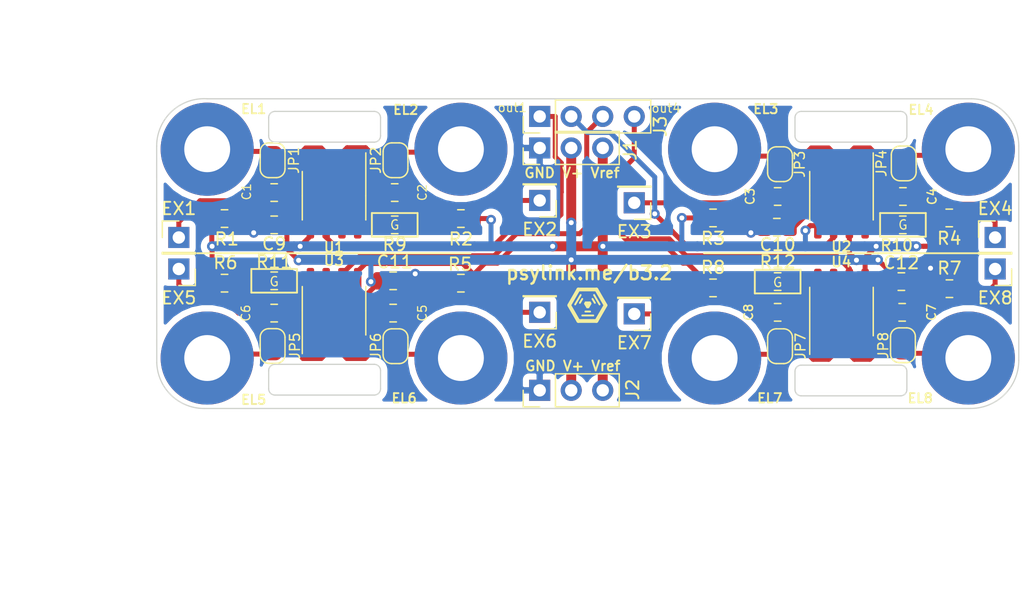
<source format=kicad_pcb>
(kicad_pcb (version 20171130) (host pcbnew 5.1.5+dfsg1-2build2)

  (general
    (thickness 1.6)
    (drawings 91)
    (tracks 398)
    (zones 0)
    (modules 56)
    (nets 40)
  )

  (page A4)
  (layers
    (0 F.Cu signal)
    (31 B.Cu signal)
    (32 B.Adhes user)
    (33 F.Adhes user)
    (34 B.Paste user)
    (35 F.Paste user)
    (36 B.SilkS user)
    (37 F.SilkS user)
    (38 B.Mask user)
    (39 F.Mask user)
    (40 Dwgs.User user)
    (41 Cmts.User user)
    (42 Eco1.User user)
    (43 Eco2.User user)
    (44 Edge.Cuts user)
    (45 Margin user)
    (46 B.CrtYd user)
    (47 F.CrtYd user)
    (48 B.Fab user)
    (49 F.Fab user hide)
  )

  (setup
    (last_trace_width 0.4)
    (user_trace_width 0.4)
    (user_trace_width 0.5)
    (user_trace_width 0.8)
    (user_trace_width 1)
    (trace_clearance 0.2)
    (zone_clearance 0.508)
    (zone_45_only no)
    (trace_min 0.2)
    (via_size 0.8)
    (via_drill 0.4)
    (via_min_size 0.4)
    (via_min_drill 0.3)
    (uvia_size 0.3)
    (uvia_drill 0.1)
    (uvias_allowed no)
    (uvia_min_size 0.2)
    (uvia_min_drill 0.1)
    (edge_width 0.1)
    (segment_width 0.2)
    (pcb_text_width 0.3)
    (pcb_text_size 1.5 1.5)
    (mod_edge_width 0.15)
    (mod_text_size 1 1)
    (mod_text_width 0.15)
    (pad_size 0.8 1.2)
    (pad_drill 0)
    (pad_to_mask_clearance 0)
    (aux_axis_origin 0 0)
    (visible_elements FFFFFF7F)
    (pcbplotparams
      (layerselection 0x010fc_ffffffff)
      (usegerberextensions false)
      (usegerberattributes false)
      (usegerberadvancedattributes false)
      (creategerberjobfile false)
      (excludeedgelayer true)
      (linewidth 0.100000)
      (plotframeref false)
      (viasonmask false)
      (mode 1)
      (useauxorigin false)
      (hpglpennumber 1)
      (hpglpenspeed 20)
      (hpglpendiameter 15.000000)
      (psnegative false)
      (psa4output false)
      (plotreference true)
      (plotvalue true)
      (plotinvisibletext false)
      (padsonsilk false)
      (subtractmaskfromsilk false)
      (outputformat 1)
      (mirror false)
      (drillshape 1)
      (scaleselection 1)
      (outputdirectory ""))
  )

  (net 0 "")
  (net 1 /in1)
  (net 2 "Net-(C1-Pad2)")
  (net 3 "Net-(C2-Pad1)")
  (net 4 /in2)
  (net 5 "Net-(C3-Pad2)")
  (net 6 /in3)
  (net 7 "Net-(C4-Pad1)")
  (net 8 /in4)
  (net 9 "Net-(C5-Pad2)")
  (net 10 /in5)
  (net 11 /in6)
  (net 12 "Net-(C6-Pad1)")
  (net 13 "Net-(C7-Pad2)")
  (net 14 /in7)
  (net 15 "Net-(C8-Pad1)")
  (net 16 /in8)
  (net 17 Earth)
  (net 18 VCC)
  (net 19 GNDS)
  (net 20 /out1)
  (net 21 /out2)
  (net 22 /out3)
  (net 23 /out4)
  (net 24 "Net-(R9-Pad2)")
  (net 25 "Net-(R9-Pad1)")
  (net 26 "Net-(R10-Pad1)")
  (net 27 "Net-(R10-Pad2)")
  (net 28 "Net-(R11-Pad2)")
  (net 29 "Net-(R11-Pad1)")
  (net 30 "Net-(R12-Pad1)")
  (net 31 "Net-(R12-Pad2)")
  (net 32 "Net-(EL1-Pad1)")
  (net 33 "Net-(EL2-Pad1)")
  (net 34 "Net-(EL3-Pad1)")
  (net 35 "Net-(EL4-Pad1)")
  (net 36 "Net-(EL5-Pad1)")
  (net 37 "Net-(EL6-Pad1)")
  (net 38 "Net-(EL7-Pad1)")
  (net 39 "Net-(EL8-Pad1)")

  (net_class Default "This is the default net class."
    (clearance 0.2)
    (trace_width 0.25)
    (via_dia 0.8)
    (via_drill 0.4)
    (uvia_dia 0.3)
    (uvia_drill 0.1)
    (add_net /in1)
    (add_net /in2)
    (add_net /in3)
    (add_net /in4)
    (add_net /in5)
    (add_net /in6)
    (add_net /in7)
    (add_net /in8)
    (add_net /out1)
    (add_net /out2)
    (add_net /out3)
    (add_net /out4)
    (add_net Earth)
    (add_net GNDS)
    (add_net "Net-(C1-Pad2)")
    (add_net "Net-(C2-Pad1)")
    (add_net "Net-(C3-Pad2)")
    (add_net "Net-(C4-Pad1)")
    (add_net "Net-(C5-Pad2)")
    (add_net "Net-(C6-Pad1)")
    (add_net "Net-(C7-Pad2)")
    (add_net "Net-(C8-Pad1)")
    (add_net "Net-(EL1-Pad1)")
    (add_net "Net-(EL2-Pad1)")
    (add_net "Net-(EL3-Pad1)")
    (add_net "Net-(EL4-Pad1)")
    (add_net "Net-(EL5-Pad1)")
    (add_net "Net-(EL6-Pad1)")
    (add_net "Net-(EL7-Pad1)")
    (add_net "Net-(EL8-Pad1)")
    (add_net "Net-(R10-Pad1)")
    (add_net "Net-(R10-Pad2)")
    (add_net "Net-(R11-Pad1)")
    (add_net "Net-(R11-Pad2)")
    (add_net "Net-(R12-Pad1)")
    (add_net "Net-(R12-Pad2)")
    (add_net "Net-(R9-Pad1)")
    (add_net "Net-(R9-Pad2)")
    (add_net VCC)
  )

  (module Package_SO:SOIC-8_3.9x4.9mm_P1.27mm (layer F.Cu) (tedit 5D9F72B1) (tstamp 61557764)
    (at 80.5815 42.545 90)
    (descr "SOIC, 8 Pin (JEDEC MS-012AA, https://www.analog.com/media/en/package-pcb-resources/package/pkg_pdf/soic_narrow-r/r_8.pdf), generated with kicad-footprint-generator ipc_gullwing_generator.py")
    (tags "SOIC SO")
    (path /61492FB9)
    (attr smd)
    (fp_text reference U4 (at 3.9878 -0.0127) (layer F.SilkS)
      (effects (font (size 0.8 0.8) (thickness 0.15)))
    )
    (fp_text value INA128 (at 0 3.4 270) (layer F.Fab)
      (effects (font (size 1 1) (thickness 0.15)))
    )
    (fp_text user %R (at 0 0 270) (layer F.Fab)
      (effects (font (size 0.98 0.98) (thickness 0.15)))
    )
    (fp_line (start 3.7 -2.7) (end -3.7 -2.7) (layer F.CrtYd) (width 0.05))
    (fp_line (start 3.7 2.7) (end 3.7 -2.7) (layer F.CrtYd) (width 0.05))
    (fp_line (start -3.7 2.7) (end 3.7 2.7) (layer F.CrtYd) (width 0.05))
    (fp_line (start -3.7 -2.7) (end -3.7 2.7) (layer F.CrtYd) (width 0.05))
    (fp_line (start -1.95 -1.475) (end -0.975 -2.45) (layer F.Fab) (width 0.1))
    (fp_line (start -1.95 2.45) (end -1.95 -1.475) (layer F.Fab) (width 0.1))
    (fp_line (start 1.95 2.45) (end -1.95 2.45) (layer F.Fab) (width 0.1))
    (fp_line (start 1.95 -2.45) (end 1.95 2.45) (layer F.Fab) (width 0.1))
    (fp_line (start -0.975 -2.45) (end 1.95 -2.45) (layer F.Fab) (width 0.1))
    (fp_line (start 0 -2.56) (end -3.45 -2.56) (layer F.SilkS) (width 0.12))
    (fp_line (start 0 -2.56) (end 1.95 -2.56) (layer F.SilkS) (width 0.12))
    (fp_line (start 0 2.56) (end -1.95 2.56) (layer F.SilkS) (width 0.12))
    (fp_line (start 0 2.56) (end 1.95 2.56) (layer F.SilkS) (width 0.12))
    (pad 8 smd roundrect (at 2.475 -1.905 90) (size 1.95 0.6) (layers F.Cu F.Paste F.Mask) (roundrect_rratio 0.25)
      (net 31 "Net-(R12-Pad2)"))
    (pad 7 smd roundrect (at 2.475 -0.635 90) (size 1.95 0.6) (layers F.Cu F.Paste F.Mask) (roundrect_rratio 0.25)
      (net 18 VCC))
    (pad 6 smd roundrect (at 2.475 0.635 90) (size 1.95 0.6) (layers F.Cu F.Paste F.Mask) (roundrect_rratio 0.25)
      (net 23 /out4))
    (pad 5 smd roundrect (at 2.475 1.905 90) (size 1.95 0.6) (layers F.Cu F.Paste F.Mask) (roundrect_rratio 0.25)
      (net 19 GNDS))
    (pad 4 smd roundrect (at -2.475 1.905 90) (size 1.95 0.6) (layers F.Cu F.Paste F.Mask) (roundrect_rratio 0.25)
      (net 17 Earth))
    (pad 3 smd roundrect (at -2.475 0.635 90) (size 1.95 0.6) (layers F.Cu F.Paste F.Mask) (roundrect_rratio 0.25)
      (net 13 "Net-(C7-Pad2)"))
    (pad 2 smd roundrect (at -2.475 -0.635 90) (size 1.95 0.6) (layers F.Cu F.Paste F.Mask) (roundrect_rratio 0.25)
      (net 15 "Net-(C8-Pad1)"))
    (pad 1 smd roundrect (at -2.475 -1.905 90) (size 1.95 0.6) (layers F.Cu F.Paste F.Mask) (roundrect_rratio 0.25)
      (net 30 "Net-(R12-Pad1)"))
    (model ${KISYS3DMOD}/Package_SO.3dshapes/SOIC-8_3.9x4.9mm_P1.27mm.wrl
      (at (xyz 0 0 0))
      (scale (xyz 1 1 1))
      (rotate (xyz 0 0 0))
    )
  )

  (module MountingHole:MountingHole_3.7mm_Pad (layer F.Cu) (tedit 61BE8146) (tstamp 6155272F)
    (at 70.358 46.2915 270)
    (descr "Mounting Hole 3.7mm")
    (tags "mounting hole 3.7mm")
    (path /61588D63)
    (attr virtual)
    (fp_text reference EL7 (at 3.2385 -4.445 180) (layer F.SilkS)
      (effects (font (size 0.75 0.75) (thickness 0.15)))
    )
    (fp_text value Electrode (at 0 4.7 90) (layer F.Fab)
      (effects (font (size 1 1) (thickness 0.15)))
    )
    (fp_text user %R (at 0.3 0 90) (layer F.Fab)
      (effects (font (size 1 1) (thickness 0.15)))
    )
    (fp_circle (center 0 0) (end 3.7 0) (layer Cmts.User) (width 0.15))
    (fp_circle (center 0 0) (end 3.95 0) (layer F.CrtYd) (width 0.05))
    (pad 1 thru_hole circle (at 0 0 270) (size 7.5 7.5) (drill 3.7) (layers *.Cu *.Mask)
      (net 38 "Net-(EL7-Pad1)"))
  )

  (module MountingHole:MountingHole_3.7mm_Pad (layer F.Cu) (tedit 61BE814B) (tstamp 6155357E)
    (at 70.358 29.464 270)
    (descr "Mounting Hole 3.7mm")
    (tags "mounting hole 3.7mm")
    (path /61588080)
    (attr virtual)
    (fp_text reference EL3 (at -3.2385 -4.1275 180) (layer F.SilkS)
      (effects (font (size 0.75 0.75) (thickness 0.15)))
    )
    (fp_text value Electrode (at 0 4.7 90) (layer F.Fab)
      (effects (font (size 1 1) (thickness 0.15)))
    )
    (fp_text user %R (at 0.3 0 90) (layer F.Fab)
      (effects (font (size 1 1) (thickness 0.15)))
    )
    (fp_circle (center 0 0) (end 3.7 0) (layer Cmts.User) (width 0.15))
    (fp_circle (center 0 0) (end 3.95 0) (layer F.CrtYd) (width 0.05))
    (pad 1 thru_hole circle (at 0 0 270) (size 7.5 7.5) (drill 3.7) (layers *.Cu *.Mask)
      (net 34 "Net-(EL3-Pad1)"))
  )

  (module Resistor_SMD:R_0805_2012Metric_Pad1.15x1.40mm_HandSolder (layer F.Cu) (tedit 5B36C52B) (tstamp 6156C245)
    (at 70.231 35.0012 180)
    (descr "Resistor SMD 0805 (2012 Metric), square (rectangular) end terminal, IPC_7351 nominal with elongated pad for handsoldering. (Body size source: https://docs.google.com/spreadsheets/d/1BsfQQcO9C6DZCsRaXUlFlo91Tg2WpOkGARC1WS5S8t0/edit?usp=sharing), generated with kicad-footprint-generator")
    (tags "resistor handsolder")
    (path /614840EE)
    (attr smd)
    (fp_text reference R3 (at 0 -1.65) (layer F.SilkS)
      (effects (font (size 1 1) (thickness 0.15)))
    )
    (fp_text value 1M/1% (at 0 1.65) (layer F.Fab)
      (effects (font (size 1 1) (thickness 0.15)))
    )
    (fp_line (start -1 0.6) (end -1 -0.6) (layer F.Fab) (width 0.1))
    (fp_line (start -1 -0.6) (end 1 -0.6) (layer F.Fab) (width 0.1))
    (fp_line (start 1 -0.6) (end 1 0.6) (layer F.Fab) (width 0.1))
    (fp_line (start 1 0.6) (end -1 0.6) (layer F.Fab) (width 0.1))
    (fp_line (start -0.261252 -0.71) (end 0.261252 -0.71) (layer F.SilkS) (width 0.12))
    (fp_line (start -0.261252 0.71) (end 0.261252 0.71) (layer F.SilkS) (width 0.12))
    (fp_line (start -1.85 0.95) (end -1.85 -0.95) (layer F.CrtYd) (width 0.05))
    (fp_line (start -1.85 -0.95) (end 1.85 -0.95) (layer F.CrtYd) (width 0.05))
    (fp_line (start 1.85 -0.95) (end 1.85 0.95) (layer F.CrtYd) (width 0.05))
    (fp_line (start 1.85 0.95) (end -1.85 0.95) (layer F.CrtYd) (width 0.05))
    (fp_text user %R (at 0 0) (layer F.Fab)
      (effects (font (size 0.5 0.5) (thickness 0.08)))
    )
    (pad 1 smd roundrect (at -1.025 0 180) (size 1.15 1.4) (layers F.Cu F.Paste F.Mask) (roundrect_rratio 0.217391)
      (net 5 "Net-(C3-Pad2)"))
    (pad 2 smd roundrect (at 1.025 0 180) (size 1.15 1.4) (layers F.Cu F.Paste F.Mask) (roundrect_rratio 0.217391)
      (net 19 GNDS))
    (model ${KISYS3DMOD}/Resistor_SMD.3dshapes/R_0805_2012Metric.wrl
      (at (xyz 0 0 0))
      (scale (xyz 1 1 1))
      (rotate (xyz 0 0 0))
    )
  )

  (module Connector_PinHeader_2.54mm:PinHeader_1x01_P2.54mm_Vertical (layer F.Cu) (tedit 59FED5CC) (tstamp 615546D7)
    (at 56.261 42.6085 180)
    (descr "Through hole straight pin header, 1x01, 2.54mm pitch, single row")
    (tags "Through hole pin header THT 1x01 2.54mm single row")
    (path /61570C12)
    (fp_text reference EX6 (at 0 -2.33) (layer F.SilkS)
      (effects (font (size 1 1) (thickness 0.15)))
    )
    (fp_text value ElectrodeTestPin (at 0 2.33) (layer F.Fab)
      (effects (font (size 1 1) (thickness 0.15)))
    )
    (fp_text user %R (at 0 0 90) (layer F.Fab)
      (effects (font (size 1 1) (thickness 0.15)))
    )
    (fp_line (start 1.8 -1.8) (end -1.8 -1.8) (layer F.CrtYd) (width 0.05))
    (fp_line (start 1.8 1.8) (end 1.8 -1.8) (layer F.CrtYd) (width 0.05))
    (fp_line (start -1.8 1.8) (end 1.8 1.8) (layer F.CrtYd) (width 0.05))
    (fp_line (start -1.8 -1.8) (end -1.8 1.8) (layer F.CrtYd) (width 0.05))
    (fp_line (start -1.33 -1.33) (end 0 -1.33) (layer F.SilkS) (width 0.12))
    (fp_line (start -1.33 0) (end -1.33 -1.33) (layer F.SilkS) (width 0.12))
    (fp_line (start -1.33 1.27) (end 1.33 1.27) (layer F.SilkS) (width 0.12))
    (fp_line (start 1.33 1.27) (end 1.33 1.33) (layer F.SilkS) (width 0.12))
    (fp_line (start -1.33 1.27) (end -1.33 1.33) (layer F.SilkS) (width 0.12))
    (fp_line (start -1.33 1.33) (end 1.33 1.33) (layer F.SilkS) (width 0.12))
    (fp_line (start -1.27 -0.635) (end -0.635 -1.27) (layer F.Fab) (width 0.1))
    (fp_line (start -1.27 1.27) (end -1.27 -0.635) (layer F.Fab) (width 0.1))
    (fp_line (start 1.27 1.27) (end -1.27 1.27) (layer F.Fab) (width 0.1))
    (fp_line (start 1.27 -1.27) (end 1.27 1.27) (layer F.Fab) (width 0.1))
    (fp_line (start -0.635 -1.27) (end 1.27 -1.27) (layer F.Fab) (width 0.1))
    (pad 1 thru_hole rect (at 0 0 180) (size 1.7 1.7) (drill 1) (layers *.Cu *.Mask)
      (net 11 /in6))
    (model ${KISYS3DMOD}/Connector_PinHeader_2.54mm.3dshapes/PinHeader_1x01_P2.54mm_Vertical.wrl
      (at (xyz 0 0 0))
      (scale (xyz 1 1 1))
      (rotate (xyz 0 0 0))
    )
  )

  (module Connector_PinHeader_2.54mm:PinHeader_1x03_P2.54mm_Vertical (layer F.Cu) (tedit 59FED5CC) (tstamp 61571725)
    (at 56.261 48.895 90)
    (descr "Through hole straight pin header, 1x03, 2.54mm pitch, single row")
    (tags "Through hole pin header THT 1x03 2.54mm single row")
    (path /61593CFE)
    (fp_text reference J2 (at 0.0635 7.493 270) (layer F.SilkS)
      (effects (font (size 1 1) (thickness 0.15)))
    )
    (fp_text value PowerPassThru (at 0 7.41 90) (layer F.Fab)
      (effects (font (size 1 1) (thickness 0.15)))
    )
    (fp_text user %R (at 0 2.54) (layer F.Fab)
      (effects (font (size 1 1) (thickness 0.15)))
    )
    (fp_line (start 1.8 -1.8) (end -1.8 -1.8) (layer F.CrtYd) (width 0.05))
    (fp_line (start 1.8 6.85) (end 1.8 -1.8) (layer F.CrtYd) (width 0.05))
    (fp_line (start -1.8 6.85) (end 1.8 6.85) (layer F.CrtYd) (width 0.05))
    (fp_line (start -1.8 -1.8) (end -1.8 6.85) (layer F.CrtYd) (width 0.05))
    (fp_line (start -1.33 -1.33) (end 0 -1.33) (layer F.SilkS) (width 0.12))
    (fp_line (start -1.33 0) (end -1.33 -1.33) (layer F.SilkS) (width 0.12))
    (fp_line (start -1.33 1.27) (end 1.33 1.27) (layer F.SilkS) (width 0.12))
    (fp_line (start 1.33 1.27) (end 1.33 6.41) (layer F.SilkS) (width 0.12))
    (fp_line (start -1.33 1.27) (end -1.33 6.41) (layer F.SilkS) (width 0.12))
    (fp_line (start -1.33 6.41) (end 1.33 6.41) (layer F.SilkS) (width 0.12))
    (fp_line (start -1.27 -0.635) (end -0.635 -1.27) (layer F.Fab) (width 0.1))
    (fp_line (start -1.27 6.35) (end -1.27 -0.635) (layer F.Fab) (width 0.1))
    (fp_line (start 1.27 6.35) (end -1.27 6.35) (layer F.Fab) (width 0.1))
    (fp_line (start 1.27 -1.27) (end 1.27 6.35) (layer F.Fab) (width 0.1))
    (fp_line (start -0.635 -1.27) (end 1.27 -1.27) (layer F.Fab) (width 0.1))
    (pad 3 thru_hole oval (at 0 5.08 90) (size 1.7 1.7) (drill 1) (layers *.Cu *.Mask)
      (net 19 GNDS))
    (pad 2 thru_hole oval (at 0 2.54 90) (size 1.7 1.7) (drill 1) (layers *.Cu *.Mask)
      (net 18 VCC))
    (pad 1 thru_hole rect (at 0 0 90) (size 1.7 1.7) (drill 1) (layers *.Cu *.Mask)
      (net 17 Earth))
    (model ${KISYS3DMOD}/Connector_PinHeader_2.54mm.3dshapes/PinHeader_1x03_P2.54mm_Vertical.wrl
      (at (xyz 0 0 0))
      (scale (xyz 1 1 1))
      (rotate (xyz 0 0 0))
    )
  )

  (module Package_SO:SOIC-8_3.9x4.9mm_P1.27mm (layer F.Cu) (tedit 5D9F72B1) (tstamp 61556561)
    (at 39.6875 33.2105 270)
    (descr "SOIC, 8 Pin (JEDEC MS-012AA, https://www.analog.com/media/en/package-pcb-resources/package/pkg_pdf/soic_narrow-r/r_8.pdf), generated with kicad-footprint-generator ipc_gullwing_generator.py")
    (tags "SOIC SO")
    (path /6089F0CF)
    (attr smd)
    (fp_text reference U1 (at 4.1402 0.0127 180) (layer F.SilkS)
      (effects (font (size 0.8 0.8) (thickness 0.15)))
    )
    (fp_text value INA128 (at 0 3.4 90) (layer F.Fab)
      (effects (font (size 1 1) (thickness 0.15)))
    )
    (fp_text user %R (at 0 0 90) (layer F.Fab)
      (effects (font (size 0.98 0.98) (thickness 0.15)))
    )
    (fp_line (start 3.7 -2.7) (end -3.7 -2.7) (layer F.CrtYd) (width 0.05))
    (fp_line (start 3.7 2.7) (end 3.7 -2.7) (layer F.CrtYd) (width 0.05))
    (fp_line (start -3.7 2.7) (end 3.7 2.7) (layer F.CrtYd) (width 0.05))
    (fp_line (start -3.7 -2.7) (end -3.7 2.7) (layer F.CrtYd) (width 0.05))
    (fp_line (start -1.95 -1.475) (end -0.975 -2.45) (layer F.Fab) (width 0.1))
    (fp_line (start -1.95 2.45) (end -1.95 -1.475) (layer F.Fab) (width 0.1))
    (fp_line (start 1.95 2.45) (end -1.95 2.45) (layer F.Fab) (width 0.1))
    (fp_line (start 1.95 -2.45) (end 1.95 2.45) (layer F.Fab) (width 0.1))
    (fp_line (start -0.975 -2.45) (end 1.95 -2.45) (layer F.Fab) (width 0.1))
    (fp_line (start 0 -2.56) (end -3.45 -2.56) (layer F.SilkS) (width 0.12))
    (fp_line (start 0 -2.56) (end 1.95 -2.56) (layer F.SilkS) (width 0.12))
    (fp_line (start 0 2.56) (end -1.95 2.56) (layer F.SilkS) (width 0.12))
    (fp_line (start 0 2.56) (end 1.95 2.56) (layer F.SilkS) (width 0.12))
    (pad 8 smd roundrect (at 2.475 -1.905 270) (size 1.95 0.6) (layers F.Cu F.Paste F.Mask) (roundrect_rratio 0.25)
      (net 24 "Net-(R9-Pad2)"))
    (pad 7 smd roundrect (at 2.475 -0.635 270) (size 1.95 0.6) (layers F.Cu F.Paste F.Mask) (roundrect_rratio 0.25)
      (net 18 VCC))
    (pad 6 smd roundrect (at 2.475 0.635 270) (size 1.95 0.6) (layers F.Cu F.Paste F.Mask) (roundrect_rratio 0.25)
      (net 20 /out1))
    (pad 5 smd roundrect (at 2.475 1.905 270) (size 1.95 0.6) (layers F.Cu F.Paste F.Mask) (roundrect_rratio 0.25)
      (net 19 GNDS))
    (pad 4 smd roundrect (at -2.475 1.905 270) (size 1.95 0.6) (layers F.Cu F.Paste F.Mask) (roundrect_rratio 0.25)
      (net 17 Earth))
    (pad 3 smd roundrect (at -2.475 0.635 270) (size 1.95 0.6) (layers F.Cu F.Paste F.Mask) (roundrect_rratio 0.25)
      (net 2 "Net-(C1-Pad2)"))
    (pad 2 smd roundrect (at -2.475 -0.635 270) (size 1.95 0.6) (layers F.Cu F.Paste F.Mask) (roundrect_rratio 0.25)
      (net 3 "Net-(C2-Pad1)"))
    (pad 1 smd roundrect (at -2.475 -1.905 270) (size 1.95 0.6) (layers F.Cu F.Paste F.Mask) (roundrect_rratio 0.25)
      (net 25 "Net-(R9-Pad1)"))
    (model ${KISYS3DMOD}/Package_SO.3dshapes/SOIC-8_3.9x4.9mm_P1.27mm.wrl
      (at (xyz 0 0 0))
      (scale (xyz 1 1 1))
      (rotate (xyz 0 0 0))
    )
  )

  (module "" (layer F.Cu) (tedit 0) (tstamp 6144EDE5)
    (at 18.161 40.132)
    (fp_text reference "" (at 25.4 25.4) (layer F.SilkS)
      (effects (font (size 1.27 1.27) (thickness 0.15)))
    )
    (fp_text value "" (at 25.4 25.4) (layer F.SilkS)
      (effects (font (size 1.27 1.27) (thickness 0.15)))
    )
    (fp_text user %R (at 25.4 25.4) (layer F.Fab)
      (effects (font (size 0.4 0.4) (thickness 0.06)))
    )
  )

  (module Capacitor_SMD:C_0805_2012Metric_Pad1.15x1.40mm_HandSolder (layer F.Cu) (tedit 5B36C52B) (tstamp 61558EA7)
    (at 34.8615 32.9565)
    (descr "Capacitor SMD 0805 (2012 Metric), square (rectangular) end terminal, IPC_7351 nominal with elongated pad for handsoldering. (Body size source: https://docs.google.com/spreadsheets/d/1BsfQQcO9C6DZCsRaXUlFlo91Tg2WpOkGARC1WS5S8t0/edit?usp=sharing), generated with kicad-footprint-generator")
    (tags "capacitor handsolder")
    (path /6093EE1D)
    (attr smd)
    (fp_text reference C1 (at -2.2225 -0.0635 270) (layer F.SilkS)
      (effects (font (size 0.7 0.7) (thickness 0.1)))
    )
    (fp_text value 100pF (at 0 1.65) (layer F.Fab)
      (effects (font (size 1 1) (thickness 0.15)))
    )
    (fp_text user %R (at 0 0) (layer F.Fab)
      (effects (font (size 0.5 0.5) (thickness 0.08)))
    )
    (fp_line (start 1.85 0.95) (end -1.85 0.95) (layer F.CrtYd) (width 0.05))
    (fp_line (start 1.85 -0.95) (end 1.85 0.95) (layer F.CrtYd) (width 0.05))
    (fp_line (start -1.85 -0.95) (end 1.85 -0.95) (layer F.CrtYd) (width 0.05))
    (fp_line (start -1.85 0.95) (end -1.85 -0.95) (layer F.CrtYd) (width 0.05))
    (fp_line (start -0.261252 0.71) (end 0.261252 0.71) (layer F.SilkS) (width 0.12))
    (fp_line (start -0.261252 -0.71) (end 0.261252 -0.71) (layer F.SilkS) (width 0.12))
    (fp_line (start 1 0.6) (end -1 0.6) (layer F.Fab) (width 0.1))
    (fp_line (start 1 -0.6) (end 1 0.6) (layer F.Fab) (width 0.1))
    (fp_line (start -1 -0.6) (end 1 -0.6) (layer F.Fab) (width 0.1))
    (fp_line (start -1 0.6) (end -1 -0.6) (layer F.Fab) (width 0.1))
    (pad 2 smd roundrect (at 1.025 0) (size 1.15 1.4) (layers F.Cu F.Paste F.Mask) (roundrect_rratio 0.217391)
      (net 2 "Net-(C1-Pad2)"))
    (pad 1 smd roundrect (at -1.025 0) (size 1.15 1.4) (layers F.Cu F.Paste F.Mask) (roundrect_rratio 0.217391)
      (net 1 /in1))
    (model ${KISYS3DMOD}/Capacitor_SMD.3dshapes/C_0805_2012Metric.wrl
      (at (xyz 0 0 0))
      (scale (xyz 1 1 1))
      (rotate (xyz 0 0 0))
    )
  )

  (module Capacitor_SMD:C_0805_2012Metric_Pad1.15x1.40mm_HandSolder (layer F.Cu) (tedit 5B36C52B) (tstamp 61558E35)
    (at 44.577 32.9565)
    (descr "Capacitor SMD 0805 (2012 Metric), square (rectangular) end terminal, IPC_7351 nominal with elongated pad for handsoldering. (Body size source: https://docs.google.com/spreadsheets/d/1BsfQQcO9C6DZCsRaXUlFlo91Tg2WpOkGARC1WS5S8t0/edit?usp=sharing), generated with kicad-footprint-generator")
    (tags "capacitor handsolder")
    (path /6095A525)
    (attr smd)
    (fp_text reference C2 (at 2.2225 0 90) (layer F.SilkS)
      (effects (font (size 0.7 0.7) (thickness 0.1)))
    )
    (fp_text value 100pF (at 0 1.65) (layer F.Fab)
      (effects (font (size 1 1) (thickness 0.15)))
    )
    (fp_line (start -1 0.6) (end -1 -0.6) (layer F.Fab) (width 0.1))
    (fp_line (start -1 -0.6) (end 1 -0.6) (layer F.Fab) (width 0.1))
    (fp_line (start 1 -0.6) (end 1 0.6) (layer F.Fab) (width 0.1))
    (fp_line (start 1 0.6) (end -1 0.6) (layer F.Fab) (width 0.1))
    (fp_line (start -0.261252 -0.71) (end 0.261252 -0.71) (layer F.SilkS) (width 0.12))
    (fp_line (start -0.261252 0.71) (end 0.261252 0.71) (layer F.SilkS) (width 0.12))
    (fp_line (start -1.85 0.95) (end -1.85 -0.95) (layer F.CrtYd) (width 0.05))
    (fp_line (start -1.85 -0.95) (end 1.85 -0.95) (layer F.CrtYd) (width 0.05))
    (fp_line (start 1.85 -0.95) (end 1.85 0.95) (layer F.CrtYd) (width 0.05))
    (fp_line (start 1.85 0.95) (end -1.85 0.95) (layer F.CrtYd) (width 0.05))
    (fp_text user %R (at 0 0) (layer F.Fab)
      (effects (font (size 0.5 0.5) (thickness 0.08)))
    )
    (pad 1 smd roundrect (at -1.025 0) (size 1.15 1.4) (layers F.Cu F.Paste F.Mask) (roundrect_rratio 0.217391)
      (net 3 "Net-(C2-Pad1)"))
    (pad 2 smd roundrect (at 1.025 0) (size 1.15 1.4) (layers F.Cu F.Paste F.Mask) (roundrect_rratio 0.217391)
      (net 4 /in2))
    (model ${KISYS3DMOD}/Capacitor_SMD.3dshapes/C_0805_2012Metric.wrl
      (at (xyz 0 0 0))
      (scale (xyz 1 1 1))
      (rotate (xyz 0 0 0))
    )
  )

  (module Capacitor_SMD:C_0805_2012Metric_Pad1.15x1.40mm_HandSolder (layer F.Cu) (tedit 5B36C52B) (tstamp 6155464C)
    (at 75.438 33.274)
    (descr "Capacitor SMD 0805 (2012 Metric), square (rectangular) end terminal, IPC_7351 nominal with elongated pad for handsoldering. (Body size source: https://docs.google.com/spreadsheets/d/1BsfQQcO9C6DZCsRaXUlFlo91Tg2WpOkGARC1WS5S8t0/edit?usp=sharing), generated with kicad-footprint-generator")
    (tags "capacitor handsolder")
    (path /614840E8)
    (attr smd)
    (fp_text reference C3 (at -2.2225 0 270) (layer F.SilkS)
      (effects (font (size 0.7 0.7) (thickness 0.12)))
    )
    (fp_text value 100pF (at 0 1.65) (layer F.Fab)
      (effects (font (size 1 1) (thickness 0.15)))
    )
    (fp_line (start -1 0.6) (end -1 -0.6) (layer F.Fab) (width 0.1))
    (fp_line (start -1 -0.6) (end 1 -0.6) (layer F.Fab) (width 0.1))
    (fp_line (start 1 -0.6) (end 1 0.6) (layer F.Fab) (width 0.1))
    (fp_line (start 1 0.6) (end -1 0.6) (layer F.Fab) (width 0.1))
    (fp_line (start -0.261252 -0.71) (end 0.261252 -0.71) (layer F.SilkS) (width 0.12))
    (fp_line (start -0.261252 0.71) (end 0.261252 0.71) (layer F.SilkS) (width 0.12))
    (fp_line (start -1.85 0.95) (end -1.85 -0.95) (layer F.CrtYd) (width 0.05))
    (fp_line (start -1.85 -0.95) (end 1.85 -0.95) (layer F.CrtYd) (width 0.05))
    (fp_line (start 1.85 -0.95) (end 1.85 0.95) (layer F.CrtYd) (width 0.05))
    (fp_line (start 1.85 0.95) (end -1.85 0.95) (layer F.CrtYd) (width 0.05))
    (fp_text user %R (at 0 0) (layer F.Fab)
      (effects (font (size 0.5 0.5) (thickness 0.08)))
    )
    (pad 1 smd roundrect (at -1.025 0) (size 1.15 1.4) (layers F.Cu F.Paste F.Mask) (roundrect_rratio 0.217391)
      (net 6 /in3))
    (pad 2 smd roundrect (at 1.025 0) (size 1.15 1.4) (layers F.Cu F.Paste F.Mask) (roundrect_rratio 0.217391)
      (net 5 "Net-(C3-Pad2)"))
    (model ${KISYS3DMOD}/Capacitor_SMD.3dshapes/C_0805_2012Metric.wrl
      (at (xyz 0 0 0))
      (scale (xyz 1 1 1))
      (rotate (xyz 0 0 0))
    )
  )

  (module Capacitor_SMD:C_0805_2012Metric_Pad1.15x1.40mm_HandSolder (layer F.Cu) (tedit 5B36C52B) (tstamp 6155461C)
    (at 85.5345 33.274)
    (descr "Capacitor SMD 0805 (2012 Metric), square (rectangular) end terminal, IPC_7351 nominal with elongated pad for handsoldering. (Body size source: https://docs.google.com/spreadsheets/d/1BsfQQcO9C6DZCsRaXUlFlo91Tg2WpOkGARC1WS5S8t0/edit?usp=sharing), generated with kicad-footprint-generator")
    (tags "capacitor handsolder")
    (path /614840F4)
    (attr smd)
    (fp_text reference C4 (at 2.3495 0 90) (layer F.SilkS)
      (effects (font (size 0.7 0.7) (thickness 0.12)))
    )
    (fp_text value 100pF (at 0 1.65) (layer F.Fab)
      (effects (font (size 1 1) (thickness 0.15)))
    )
    (fp_line (start -1 0.6) (end -1 -0.6) (layer F.Fab) (width 0.1))
    (fp_line (start -1 -0.6) (end 1 -0.6) (layer F.Fab) (width 0.1))
    (fp_line (start 1 -0.6) (end 1 0.6) (layer F.Fab) (width 0.1))
    (fp_line (start 1 0.6) (end -1 0.6) (layer F.Fab) (width 0.1))
    (fp_line (start -0.261252 -0.71) (end 0.261252 -0.71) (layer F.SilkS) (width 0.12))
    (fp_line (start -0.261252 0.71) (end 0.261252 0.71) (layer F.SilkS) (width 0.12))
    (fp_line (start -1.85 0.95) (end -1.85 -0.95) (layer F.CrtYd) (width 0.05))
    (fp_line (start -1.85 -0.95) (end 1.85 -0.95) (layer F.CrtYd) (width 0.05))
    (fp_line (start 1.85 -0.95) (end 1.85 0.95) (layer F.CrtYd) (width 0.05))
    (fp_line (start 1.85 0.95) (end -1.85 0.95) (layer F.CrtYd) (width 0.05))
    (fp_text user %R (at 0 0) (layer F.Fab)
      (effects (font (size 0.5 0.5) (thickness 0.08)))
    )
    (pad 1 smd roundrect (at -1.025 0) (size 1.15 1.4) (layers F.Cu F.Paste F.Mask) (roundrect_rratio 0.217391)
      (net 7 "Net-(C4-Pad1)"))
    (pad 2 smd roundrect (at 1.025 0) (size 1.15 1.4) (layers F.Cu F.Paste F.Mask) (roundrect_rratio 0.217391)
      (net 8 /in4))
    (model ${KISYS3DMOD}/Capacitor_SMD.3dshapes/C_0805_2012Metric.wrl
      (at (xyz 0 0 0))
      (scale (xyz 1 1 1))
      (rotate (xyz 0 0 0))
    )
  )

  (module Capacitor_SMD:C_0805_2012Metric_Pad1.15x1.40mm_HandSolder (layer F.Cu) (tedit 5B36C52B) (tstamp 6155D5E6)
    (at 44.45 42.672 180)
    (descr "Capacitor SMD 0805 (2012 Metric), square (rectangular) end terminal, IPC_7351 nominal with elongated pad for handsoldering. (Body size source: https://docs.google.com/spreadsheets/d/1BsfQQcO9C6DZCsRaXUlFlo91Tg2WpOkGARC1WS5S8t0/edit?usp=sharing), generated with kicad-footprint-generator")
    (tags "capacitor handsolder")
    (path /6148FA1F)
    (attr smd)
    (fp_text reference C5 (at -2.3495 0 90) (layer F.SilkS)
      (effects (font (size 0.7 0.7) (thickness 0.1)))
    )
    (fp_text value 100pF (at 0 1.65) (layer F.Fab)
      (effects (font (size 1 1) (thickness 0.15)))
    )
    (fp_text user %R (at 0 0) (layer F.Fab)
      (effects (font (size 0.5 0.5) (thickness 0.08)))
    )
    (fp_line (start 1.85 0.95) (end -1.85 0.95) (layer F.CrtYd) (width 0.05))
    (fp_line (start 1.85 -0.95) (end 1.85 0.95) (layer F.CrtYd) (width 0.05))
    (fp_line (start -1.85 -0.95) (end 1.85 -0.95) (layer F.CrtYd) (width 0.05))
    (fp_line (start -1.85 0.95) (end -1.85 -0.95) (layer F.CrtYd) (width 0.05))
    (fp_line (start -0.261252 0.71) (end 0.261252 0.71) (layer F.SilkS) (width 0.12))
    (fp_line (start -0.261252 -0.71) (end 0.261252 -0.71) (layer F.SilkS) (width 0.12))
    (fp_line (start 1 0.6) (end -1 0.6) (layer F.Fab) (width 0.1))
    (fp_line (start 1 -0.6) (end 1 0.6) (layer F.Fab) (width 0.1))
    (fp_line (start -1 -0.6) (end 1 -0.6) (layer F.Fab) (width 0.1))
    (fp_line (start -1 0.6) (end -1 -0.6) (layer F.Fab) (width 0.1))
    (pad 2 smd roundrect (at 1.025 0 180) (size 1.15 1.4) (layers F.Cu F.Paste F.Mask) (roundrect_rratio 0.217391)
      (net 9 "Net-(C5-Pad2)"))
    (pad 1 smd roundrect (at -1.025 0 180) (size 1.15 1.4) (layers F.Cu F.Paste F.Mask) (roundrect_rratio 0.217391)
      (net 11 /in6))
    (model ${KISYS3DMOD}/Capacitor_SMD.3dshapes/C_0805_2012Metric.wrl
      (at (xyz 0 0 0))
      (scale (xyz 1 1 1))
      (rotate (xyz 0 0 0))
    )
  )

  (module Capacitor_SMD:C_0805_2012Metric_Pad1.15x1.40mm_HandSolder (layer F.Cu) (tedit 5B36C52B) (tstamp 6155B26B)
    (at 34.8615 42.672 180)
    (descr "Capacitor SMD 0805 (2012 Metric), square (rectangular) end terminal, IPC_7351 nominal with elongated pad for handsoldering. (Body size source: https://docs.google.com/spreadsheets/d/1BsfQQcO9C6DZCsRaXUlFlo91Tg2WpOkGARC1WS5S8t0/edit?usp=sharing), generated with kicad-footprint-generator")
    (tags "capacitor handsolder")
    (path /6148FA2B)
    (attr smd)
    (fp_text reference C6 (at 2.286 0 90) (layer F.SilkS)
      (effects (font (size 0.7 0.7) (thickness 0.1)))
    )
    (fp_text value 100pF (at 0 1.65) (layer F.Fab)
      (effects (font (size 1 1) (thickness 0.15)))
    )
    (fp_text user %R (at 0 0) (layer F.Fab)
      (effects (font (size 0.5 0.5) (thickness 0.08)))
    )
    (fp_line (start 1.85 0.95) (end -1.85 0.95) (layer F.CrtYd) (width 0.05))
    (fp_line (start 1.85 -0.95) (end 1.85 0.95) (layer F.CrtYd) (width 0.05))
    (fp_line (start -1.85 -0.95) (end 1.85 -0.95) (layer F.CrtYd) (width 0.05))
    (fp_line (start -1.85 0.95) (end -1.85 -0.95) (layer F.CrtYd) (width 0.05))
    (fp_line (start -0.261252 0.71) (end 0.261252 0.71) (layer F.SilkS) (width 0.12))
    (fp_line (start -0.261252 -0.71) (end 0.261252 -0.71) (layer F.SilkS) (width 0.12))
    (fp_line (start 1 0.6) (end -1 0.6) (layer F.Fab) (width 0.1))
    (fp_line (start 1 -0.6) (end 1 0.6) (layer F.Fab) (width 0.1))
    (fp_line (start -1 -0.6) (end 1 -0.6) (layer F.Fab) (width 0.1))
    (fp_line (start -1 0.6) (end -1 -0.6) (layer F.Fab) (width 0.1))
    (pad 2 smd roundrect (at 1.025 0 180) (size 1.15 1.4) (layers F.Cu F.Paste F.Mask) (roundrect_rratio 0.217391)
      (net 10 /in5))
    (pad 1 smd roundrect (at -1.025 0 180) (size 1.15 1.4) (layers F.Cu F.Paste F.Mask) (roundrect_rratio 0.217391)
      (net 12 "Net-(C6-Pad1)"))
    (model ${KISYS3DMOD}/Capacitor_SMD.3dshapes/C_0805_2012Metric.wrl
      (at (xyz 0 0 0))
      (scale (xyz 1 1 1))
      (rotate (xyz 0 0 0))
    )
  )

  (module Capacitor_SMD:C_0805_2012Metric_Pad1.15x1.40mm_HandSolder (layer F.Cu) (tedit 5B36C52B) (tstamp 61D8615B)
    (at 85.471 42.6085 180)
    (descr "Capacitor SMD 0805 (2012 Metric), square (rectangular) end terminal, IPC_7351 nominal with elongated pad for handsoldering. (Body size source: https://docs.google.com/spreadsheets/d/1BsfQQcO9C6DZCsRaXUlFlo91Tg2WpOkGARC1WS5S8t0/edit?usp=sharing), generated with kicad-footprint-generator")
    (tags "capacitor handsolder")
    (path /61492FDA)
    (attr smd)
    (fp_text reference C7 (at -2.3622 0 90) (layer F.SilkS)
      (effects (font (size 0.7 0.7) (thickness 0.12)))
    )
    (fp_text value 100pF (at 0 1.65) (layer F.Fab)
      (effects (font (size 1 1) (thickness 0.15)))
    )
    (fp_line (start -1 0.6) (end -1 -0.6) (layer F.Fab) (width 0.1))
    (fp_line (start -1 -0.6) (end 1 -0.6) (layer F.Fab) (width 0.1))
    (fp_line (start 1 -0.6) (end 1 0.6) (layer F.Fab) (width 0.1))
    (fp_line (start 1 0.6) (end -1 0.6) (layer F.Fab) (width 0.1))
    (fp_line (start -0.261252 -0.71) (end 0.261252 -0.71) (layer F.SilkS) (width 0.12))
    (fp_line (start -0.261252 0.71) (end 0.261252 0.71) (layer F.SilkS) (width 0.12))
    (fp_line (start -1.85 0.95) (end -1.85 -0.95) (layer F.CrtYd) (width 0.05))
    (fp_line (start -1.85 -0.95) (end 1.85 -0.95) (layer F.CrtYd) (width 0.05))
    (fp_line (start 1.85 -0.95) (end 1.85 0.95) (layer F.CrtYd) (width 0.05))
    (fp_line (start 1.85 0.95) (end -1.85 0.95) (layer F.CrtYd) (width 0.05))
    (fp_text user %R (at 0 0) (layer F.Fab)
      (effects (font (size 0.5 0.5) (thickness 0.08)))
    )
    (pad 1 smd roundrect (at -1.025 0 180) (size 1.15 1.4) (layers F.Cu F.Paste F.Mask) (roundrect_rratio 0.217391)
      (net 16 /in8))
    (pad 2 smd roundrect (at 1.025 0 180) (size 1.15 1.4) (layers F.Cu F.Paste F.Mask) (roundrect_rratio 0.217391)
      (net 13 "Net-(C7-Pad2)"))
    (model ${KISYS3DMOD}/Capacitor_SMD.3dshapes/C_0805_2012Metric.wrl
      (at (xyz 0 0 0))
      (scale (xyz 1 1 1))
      (rotate (xyz 0 0 0))
    )
  )

  (module Capacitor_SMD:C_0805_2012Metric_Pad1.15x1.40mm_HandSolder (layer F.Cu) (tedit 5B36C52B) (tstamp 61D82FA4)
    (at 75.438 42.6085 180)
    (descr "Capacitor SMD 0805 (2012 Metric), square (rectangular) end terminal, IPC_7351 nominal with elongated pad for handsoldering. (Body size source: https://docs.google.com/spreadsheets/d/1BsfQQcO9C6DZCsRaXUlFlo91Tg2WpOkGARC1WS5S8t0/edit?usp=sharing), generated with kicad-footprint-generator")
    (tags "capacitor handsolder")
    (path /61492FE6)
    (attr smd)
    (fp_text reference C8 (at 2.3495 0 90) (layer F.SilkS)
      (effects (font (size 0.7 0.7) (thickness 0.12)))
    )
    (fp_text value 100pF (at 0 1.65) (layer F.Fab)
      (effects (font (size 1 1) (thickness 0.15)))
    )
    (fp_text user %R (at 0 0) (layer F.Fab)
      (effects (font (size 0.5 0.5) (thickness 0.08)))
    )
    (fp_line (start 1.85 0.95) (end -1.85 0.95) (layer F.CrtYd) (width 0.05))
    (fp_line (start 1.85 -0.95) (end 1.85 0.95) (layer F.CrtYd) (width 0.05))
    (fp_line (start -1.85 -0.95) (end 1.85 -0.95) (layer F.CrtYd) (width 0.05))
    (fp_line (start -1.85 0.95) (end -1.85 -0.95) (layer F.CrtYd) (width 0.05))
    (fp_line (start -0.261252 0.71) (end 0.261252 0.71) (layer F.SilkS) (width 0.12))
    (fp_line (start -0.261252 -0.71) (end 0.261252 -0.71) (layer F.SilkS) (width 0.12))
    (fp_line (start 1 0.6) (end -1 0.6) (layer F.Fab) (width 0.1))
    (fp_line (start 1 -0.6) (end 1 0.6) (layer F.Fab) (width 0.1))
    (fp_line (start -1 -0.6) (end 1 -0.6) (layer F.Fab) (width 0.1))
    (fp_line (start -1 0.6) (end -1 -0.6) (layer F.Fab) (width 0.1))
    (pad 2 smd roundrect (at 1.025 0 180) (size 1.15 1.4) (layers F.Cu F.Paste F.Mask) (roundrect_rratio 0.217391)
      (net 14 /in7))
    (pad 1 smd roundrect (at -1.025 0 180) (size 1.15 1.4) (layers F.Cu F.Paste F.Mask) (roundrect_rratio 0.217391)
      (net 15 "Net-(C8-Pad1)"))
    (model ${KISYS3DMOD}/Capacitor_SMD.3dshapes/C_0805_2012Metric.wrl
      (at (xyz 0 0 0))
      (scale (xyz 1 1 1))
      (rotate (xyz 0 0 0))
    )
  )

  (module Capacitor_SMD:C_0805_2012Metric_Pad1.15x1.40mm_HandSolder (layer F.Cu) (tedit 5B36C52B) (tstamp 6144EA3D)
    (at 34.8615 35.56 180)
    (descr "Capacitor SMD 0805 (2012 Metric), square (rectangular) end terminal, IPC_7351 nominal with elongated pad for handsoldering. (Body size source: https://docs.google.com/spreadsheets/d/1BsfQQcO9C6DZCsRaXUlFlo91Tg2WpOkGARC1WS5S8t0/edit?usp=sharing), generated with kicad-footprint-generator")
    (tags "capacitor handsolder")
    (path /608CA25E)
    (attr smd)
    (fp_text reference C9 (at 0 -1.524) (layer F.SilkS)
      (effects (font (size 1 1) (thickness 0.15)))
    )
    (fp_text value 100nF (at 0 1.65) (layer F.Fab)
      (effects (font (size 1 1) (thickness 0.15)))
    )
    (fp_line (start -1 0.6) (end -1 -0.6) (layer F.Fab) (width 0.1))
    (fp_line (start -1 -0.6) (end 1 -0.6) (layer F.Fab) (width 0.1))
    (fp_line (start 1 -0.6) (end 1 0.6) (layer F.Fab) (width 0.1))
    (fp_line (start 1 0.6) (end -1 0.6) (layer F.Fab) (width 0.1))
    (fp_line (start -0.261252 -0.71) (end 0.261252 -0.71) (layer F.SilkS) (width 0.12))
    (fp_line (start -0.261252 0.71) (end 0.261252 0.71) (layer F.SilkS) (width 0.12))
    (fp_line (start -1.85 0.95) (end -1.85 -0.95) (layer F.CrtYd) (width 0.05))
    (fp_line (start -1.85 -0.95) (end 1.85 -0.95) (layer F.CrtYd) (width 0.05))
    (fp_line (start 1.85 -0.95) (end 1.85 0.95) (layer F.CrtYd) (width 0.05))
    (fp_line (start 1.85 0.95) (end -1.85 0.95) (layer F.CrtYd) (width 0.05))
    (fp_text user %R (at 0 0) (layer F.Fab)
      (effects (font (size 0.5 0.5) (thickness 0.08)))
    )
    (pad 1 smd roundrect (at -1.025 0 180) (size 1.15 1.4) (layers F.Cu F.Paste F.Mask) (roundrect_rratio 0.217391)
      (net 18 VCC))
    (pad 2 smd roundrect (at 1.025 0 180) (size 1.15 1.4) (layers F.Cu F.Paste F.Mask) (roundrect_rratio 0.217391)
      (net 17 Earth))
    (model ${KISYS3DMOD}/Capacitor_SMD.3dshapes/C_0805_2012Metric.wrl
      (at (xyz 0 0 0))
      (scale (xyz 1 1 1))
      (rotate (xyz 0 0 0))
    )
  )

  (module Capacitor_SMD:C_0805_2012Metric_Pad1.15x1.40mm_HandSolder (layer F.Cu) (tedit 5B36C52B) (tstamp 61D7DE97)
    (at 75.3745 35.7505 180)
    (descr "Capacitor SMD 0805 (2012 Metric), square (rectangular) end terminal, IPC_7351 nominal with elongated pad for handsoldering. (Body size source: https://docs.google.com/spreadsheets/d/1BsfQQcO9C6DZCsRaXUlFlo91Tg2WpOkGARC1WS5S8t0/edit?usp=sharing), generated with kicad-footprint-generator")
    (tags "capacitor handsolder")
    (path /614840BB)
    (attr smd)
    (fp_text reference C10 (at -0.0635 -1.397) (layer F.SilkS)
      (effects (font (size 1 1) (thickness 0.15)))
    )
    (fp_text value 100nF (at 0 1.65) (layer F.Fab)
      (effects (font (size 1 1) (thickness 0.15)))
    )
    (fp_line (start -1 0.6) (end -1 -0.6) (layer F.Fab) (width 0.1))
    (fp_line (start -1 -0.6) (end 1 -0.6) (layer F.Fab) (width 0.1))
    (fp_line (start 1 -0.6) (end 1 0.6) (layer F.Fab) (width 0.1))
    (fp_line (start 1 0.6) (end -1 0.6) (layer F.Fab) (width 0.1))
    (fp_line (start -0.261252 -0.71) (end 0.261252 -0.71) (layer F.SilkS) (width 0.12))
    (fp_line (start -0.261252 0.71) (end 0.261252 0.71) (layer F.SilkS) (width 0.12))
    (fp_line (start -1.85 0.95) (end -1.85 -0.95) (layer F.CrtYd) (width 0.05))
    (fp_line (start -1.85 -0.95) (end 1.85 -0.95) (layer F.CrtYd) (width 0.05))
    (fp_line (start 1.85 -0.95) (end 1.85 0.95) (layer F.CrtYd) (width 0.05))
    (fp_line (start 1.85 0.95) (end -1.85 0.95) (layer F.CrtYd) (width 0.05))
    (fp_text user %R (at 0 0) (layer F.Fab)
      (effects (font (size 0.5 0.5) (thickness 0.08)))
    )
    (pad 1 smd roundrect (at -1.025 0 180) (size 1.15 1.4) (layers F.Cu F.Paste F.Mask) (roundrect_rratio 0.217391)
      (net 18 VCC))
    (pad 2 smd roundrect (at 1.025 0 180) (size 1.15 1.4) (layers F.Cu F.Paste F.Mask) (roundrect_rratio 0.217391)
      (net 17 Earth))
    (model ${KISYS3DMOD}/Capacitor_SMD.3dshapes/C_0805_2012Metric.wrl
      (at (xyz 0 0 0))
      (scale (xyz 1 1 1))
      (rotate (xyz 0 0 0))
    )
  )

  (module Capacitor_SMD:C_0805_2012Metric_Pad1.15x1.40mm_HandSolder (layer F.Cu) (tedit 5B36C52B) (tstamp 61D811AD)
    (at 44.45 40.0685)
    (descr "Capacitor SMD 0805 (2012 Metric), square (rectangular) end terminal, IPC_7351 nominal with elongated pad for handsoldering. (Body size source: https://docs.google.com/spreadsheets/d/1BsfQQcO9C6DZCsRaXUlFlo91Tg2WpOkGARC1WS5S8t0/edit?usp=sharing), generated with kicad-footprint-generator")
    (tags "capacitor handsolder")
    (path /6148F9F2)
    (attr smd)
    (fp_text reference C11 (at 0.127 -1.524 -180) (layer F.SilkS)
      (effects (font (size 1 1) (thickness 0.15)))
    )
    (fp_text value 100nF (at 0 1.65 180) (layer F.Fab)
      (effects (font (size 1 1) (thickness 0.15)))
    )
    (fp_text user %R (at 0 0 180) (layer F.Fab)
      (effects (font (size 0.5 0.5) (thickness 0.08)))
    )
    (fp_line (start 1.85 0.95) (end -1.85 0.95) (layer F.CrtYd) (width 0.05))
    (fp_line (start 1.85 -0.95) (end 1.85 0.95) (layer F.CrtYd) (width 0.05))
    (fp_line (start -1.85 -0.95) (end 1.85 -0.95) (layer F.CrtYd) (width 0.05))
    (fp_line (start -1.85 0.95) (end -1.85 -0.95) (layer F.CrtYd) (width 0.05))
    (fp_line (start -0.261252 0.71) (end 0.261252 0.71) (layer F.SilkS) (width 0.12))
    (fp_line (start -0.261252 -0.71) (end 0.261252 -0.71) (layer F.SilkS) (width 0.12))
    (fp_line (start 1 0.6) (end -1 0.6) (layer F.Fab) (width 0.1))
    (fp_line (start 1 -0.6) (end 1 0.6) (layer F.Fab) (width 0.1))
    (fp_line (start -1 -0.6) (end 1 -0.6) (layer F.Fab) (width 0.1))
    (fp_line (start -1 0.6) (end -1 -0.6) (layer F.Fab) (width 0.1))
    (pad 2 smd roundrect (at 1.025 0) (size 1.15 1.4) (layers F.Cu F.Paste F.Mask) (roundrect_rratio 0.217391)
      (net 17 Earth))
    (pad 1 smd roundrect (at -1.025 0) (size 1.15 1.4) (layers F.Cu F.Paste F.Mask) (roundrect_rratio 0.217391)
      (net 18 VCC))
    (model ${KISYS3DMOD}/Capacitor_SMD.3dshapes/C_0805_2012Metric.wrl
      (at (xyz 0 0 0))
      (scale (xyz 1 1 1))
      (rotate (xyz 0 0 0))
    )
  )

  (module Capacitor_SMD:C_0805_2012Metric_Pad1.15x1.40mm_HandSolder (layer F.Cu) (tedit 5B36C52B) (tstamp 61D83AAB)
    (at 85.4075 40.132)
    (descr "Capacitor SMD 0805 (2012 Metric), square (rectangular) end terminal, IPC_7351 nominal with elongated pad for handsoldering. (Body size source: https://docs.google.com/spreadsheets/d/1BsfQQcO9C6DZCsRaXUlFlo91Tg2WpOkGARC1WS5S8t0/edit?usp=sharing), generated with kicad-footprint-generator")
    (tags "capacitor handsolder")
    (path /61492FAD)
    (attr smd)
    (fp_text reference C12 (at -0.0127 -1.524 180) (layer F.SilkS)
      (effects (font (size 1 1) (thickness 0.15)))
    )
    (fp_text value 100nF (at 0 1.65 180) (layer F.Fab)
      (effects (font (size 1 1) (thickness 0.15)))
    )
    (fp_line (start -1 0.6) (end -1 -0.6) (layer F.Fab) (width 0.1))
    (fp_line (start -1 -0.6) (end 1 -0.6) (layer F.Fab) (width 0.1))
    (fp_line (start 1 -0.6) (end 1 0.6) (layer F.Fab) (width 0.1))
    (fp_line (start 1 0.6) (end -1 0.6) (layer F.Fab) (width 0.1))
    (fp_line (start -0.261252 -0.71) (end 0.261252 -0.71) (layer F.SilkS) (width 0.12))
    (fp_line (start -0.261252 0.71) (end 0.261252 0.71) (layer F.SilkS) (width 0.12))
    (fp_line (start -1.85 0.95) (end -1.85 -0.95) (layer F.CrtYd) (width 0.05))
    (fp_line (start -1.85 -0.95) (end 1.85 -0.95) (layer F.CrtYd) (width 0.05))
    (fp_line (start 1.85 -0.95) (end 1.85 0.95) (layer F.CrtYd) (width 0.05))
    (fp_line (start 1.85 0.95) (end -1.85 0.95) (layer F.CrtYd) (width 0.05))
    (fp_text user %R (at 0 0 180) (layer F.Fab)
      (effects (font (size 0.5 0.5) (thickness 0.08)))
    )
    (pad 1 smd roundrect (at -1.025 0) (size 1.15 1.4) (layers F.Cu F.Paste F.Mask) (roundrect_rratio 0.217391)
      (net 18 VCC))
    (pad 2 smd roundrect (at 1.025 0) (size 1.15 1.4) (layers F.Cu F.Paste F.Mask) (roundrect_rratio 0.217391)
      (net 17 Earth))
    (model ${KISYS3DMOD}/Capacitor_SMD.3dshapes/C_0805_2012Metric.wrl
      (at (xyz 0 0 0))
      (scale (xyz 1 1 1))
      (rotate (xyz 0 0 0))
    )
  )

  (module Connector_PinHeader_2.54mm:PinHeader_1x04_P2.54mm_Vertical (layer F.Cu) (tedit 59FED5CC) (tstamp 61564F3C)
    (at 56.261 26.8224 90)
    (descr "Through hole straight pin header, 1x04, 2.54mm pitch, single row")
    (tags "Through hole pin header THT 1x04 2.54mm single row")
    (path /6150DD4D)
    (fp_text reference J3 (at -0.8001 9.7155 270) (layer F.SilkS)
      (effects (font (size 1 1) (thickness 0.15)))
    )
    (fp_text value OutputPins (at -2.2352 4.7244 180) (layer F.Fab)
      (effects (font (size 1 1) (thickness 0.15)))
    )
    (fp_text user %R (at 0 3.81) (layer F.Fab)
      (effects (font (size 1 1) (thickness 0.15)))
    )
    (fp_line (start 1.8 -1.8) (end -1.8 -1.8) (layer F.CrtYd) (width 0.05))
    (fp_line (start 1.8 9.4) (end 1.8 -1.8) (layer F.CrtYd) (width 0.05))
    (fp_line (start -1.8 9.4) (end 1.8 9.4) (layer F.CrtYd) (width 0.05))
    (fp_line (start -1.8 -1.8) (end -1.8 9.4) (layer F.CrtYd) (width 0.05))
    (fp_line (start -1.33 -1.33) (end 0 -1.33) (layer F.SilkS) (width 0.12))
    (fp_line (start -1.33 0) (end -1.33 -1.33) (layer F.SilkS) (width 0.12))
    (fp_line (start -1.33 1.27) (end 1.33 1.27) (layer F.SilkS) (width 0.12))
    (fp_line (start 1.33 1.27) (end 1.33 8.95) (layer F.SilkS) (width 0.12))
    (fp_line (start -1.33 1.27) (end -1.33 8.95) (layer F.SilkS) (width 0.12))
    (fp_line (start -1.33 8.95) (end 1.33 8.95) (layer F.SilkS) (width 0.12))
    (fp_line (start -1.27 -0.635) (end -0.635 -1.27) (layer F.Fab) (width 0.1))
    (fp_line (start -1.27 8.89) (end -1.27 -0.635) (layer F.Fab) (width 0.1))
    (fp_line (start 1.27 8.89) (end -1.27 8.89) (layer F.Fab) (width 0.1))
    (fp_line (start 1.27 -1.27) (end 1.27 8.89) (layer F.Fab) (width 0.1))
    (fp_line (start -0.635 -1.27) (end 1.27 -1.27) (layer F.Fab) (width 0.1))
    (pad 4 thru_hole oval (at 0 7.62 90) (size 1.7 1.7) (drill 1) (layers *.Cu *.Mask)
      (net 23 /out4))
    (pad 3 thru_hole oval (at 0 5.08 90) (size 1.7 1.7) (drill 1) (layers *.Cu *.Mask)
      (net 22 /out3))
    (pad 2 thru_hole oval (at 0 2.54 90) (size 1.7 1.7) (drill 1) (layers *.Cu *.Mask)
      (net 21 /out2))
    (pad 1 thru_hole rect (at 0 0 90) (size 1.7 1.7) (drill 1) (layers *.Cu *.Mask)
      (net 20 /out1))
    (model ${KISYS3DMOD}/Connector_PinHeader_2.54mm.3dshapes/PinHeader_1x04_P2.54mm_Vertical.wrl
      (at (xyz 0 0 0))
      (scale (xyz 1 1 1))
      (rotate (xyz 0 0 0))
    )
  )

  (module Resistor_SMD:R_0805_2012Metric_Pad1.15x1.40mm_HandSolder (layer F.Cu) (tedit 6154FAF6) (tstamp 6155612B)
    (at 30.861 35.052 180)
    (descr "Resistor SMD 0805 (2012 Metric), square (rectangular) end terminal, IPC_7351 nominal with elongated pad for handsoldering. (Body size source: https://docs.google.com/spreadsheets/d/1BsfQQcO9C6DZCsRaXUlFlo91Tg2WpOkGARC1WS5S8t0/edit?usp=sharing), generated with kicad-footprint-generator")
    (tags "resistor handsolder")
    (path /60941D1F)
    (attr smd)
    (fp_text reference R1 (at -0.1778 -1.65) (layer F.SilkS)
      (effects (font (size 1 1) (thickness 0.15)))
    )
    (fp_text value 1M/1% (at 0 1.65) (layer F.Fab)
      (effects (font (size 1 1) (thickness 0.15)))
    )
    (fp_text user %R (at 0 0) (layer F.Fab)
      (effects (font (size 0.5 0.5) (thickness 0.08)))
    )
    (fp_line (start 1.85 0.95) (end -1.85 0.95) (layer F.CrtYd) (width 0.05))
    (fp_line (start 1.85 -0.95) (end 1.85 0.95) (layer F.CrtYd) (width 0.05))
    (fp_line (start -1.85 -0.95) (end 1.85 -0.95) (layer F.CrtYd) (width 0.05))
    (fp_line (start -1.85 0.95) (end -1.85 -0.95) (layer F.CrtYd) (width 0.05))
    (fp_line (start -0.261252 0.71) (end 0.261252 0.71) (layer F.SilkS) (width 0.12))
    (fp_line (start -0.261252 -0.71) (end 0.261252 -0.71) (layer F.SilkS) (width 0.12))
    (fp_line (start 1 0.6) (end -1 0.6) (layer F.Fab) (width 0.1))
    (fp_line (start 1 -0.6) (end 1 0.6) (layer F.Fab) (width 0.1))
    (fp_line (start -1 -0.6) (end 1 -0.6) (layer F.Fab) (width 0.1))
    (fp_line (start -1 0.6) (end -1 -0.6) (layer F.Fab) (width 0.1))
    (pad 2 smd roundrect (at 1.025 0 180) (size 1.15 1.4) (layers F.Cu F.Paste F.Mask) (roundrect_rratio 0.217391)
      (net 19 GNDS))
    (pad 1 smd roundrect (at -1.025 0 180) (size 1.15 1.4) (layers F.Cu F.Paste F.Mask) (roundrect_rratio 0.217)
      (net 2 "Net-(C1-Pad2)"))
    (model ${KISYS3DMOD}/Resistor_SMD.3dshapes/R_0805_2012Metric.wrl
      (at (xyz 0 0 0))
      (scale (xyz 1 1 1))
      (rotate (xyz 0 0 0))
    )
  )

  (module Resistor_SMD:R_0805_2012Metric_Pad1.15x1.40mm_HandSolder (layer F.Cu) (tedit 6154FAFE) (tstamp 61D8755D)
    (at 49.911 35.052 180)
    (descr "Resistor SMD 0805 (2012 Metric), square (rectangular) end terminal, IPC_7351 nominal with elongated pad for handsoldering. (Body size source: https://docs.google.com/spreadsheets/d/1BsfQQcO9C6DZCsRaXUlFlo91Tg2WpOkGARC1WS5S8t0/edit?usp=sharing), generated with kicad-footprint-generator")
    (tags "resistor handsolder")
    (path /6095A52B)
    (attr smd)
    (fp_text reference R2 (at 0 -1.651) (layer F.SilkS)
      (effects (font (size 1 1) (thickness 0.15)))
    )
    (fp_text value 1M/1% (at 0 1.65) (layer F.Fab)
      (effects (font (size 1 1) (thickness 0.15)))
    )
    (fp_line (start -1 0.6) (end -1 -0.6) (layer F.Fab) (width 0.1))
    (fp_line (start -1 -0.6) (end 1 -0.6) (layer F.Fab) (width 0.1))
    (fp_line (start 1 -0.6) (end 1 0.6) (layer F.Fab) (width 0.1))
    (fp_line (start 1 0.6) (end -1 0.6) (layer F.Fab) (width 0.1))
    (fp_line (start -0.261252 -0.71) (end 0.261252 -0.71) (layer F.SilkS) (width 0.12))
    (fp_line (start -0.261252 0.71) (end 0.261252 0.71) (layer F.SilkS) (width 0.12))
    (fp_line (start -1.85 0.95) (end -1.85 -0.95) (layer F.CrtYd) (width 0.05))
    (fp_line (start -1.85 -0.95) (end 1.85 -0.95) (layer F.CrtYd) (width 0.05))
    (fp_line (start 1.85 -0.95) (end 1.85 0.95) (layer F.CrtYd) (width 0.05))
    (fp_line (start 1.85 0.95) (end -1.85 0.95) (layer F.CrtYd) (width 0.05))
    (fp_text user %R (at 0 0) (layer F.Fab)
      (effects (font (size 0.5 0.5) (thickness 0.08)))
    )
    (pad 1 smd roundrect (at -1.025 0 180) (size 1.15 1.4) (layers F.Cu F.Paste F.Mask) (roundrect_rratio 0.217391)
      (net 19 GNDS))
    (pad 2 smd roundrect (at 1.025 0 180) (size 1.15 1.4) (layers F.Cu F.Paste F.Mask) (roundrect_rratio 0.217)
      (net 3 "Net-(C2-Pad1)"))
    (model ${KISYS3DMOD}/Resistor_SMD.3dshapes/R_0805_2012Metric.wrl
      (at (xyz 0 0 0))
      (scale (xyz 1 1 1))
      (rotate (xyz 0 0 0))
    )
  )

  (module Resistor_SMD:R_0805_2012Metric_Pad1.15x1.40mm_HandSolder (layer F.Cu) (tedit 5B36C52B) (tstamp 615545EC)
    (at 89.2646 35.0012 180)
    (descr "Resistor SMD 0805 (2012 Metric), square (rectangular) end terminal, IPC_7351 nominal with elongated pad for handsoldering. (Body size source: https://docs.google.com/spreadsheets/d/1BsfQQcO9C6DZCsRaXUlFlo91Tg2WpOkGARC1WS5S8t0/edit?usp=sharing), generated with kicad-footprint-generator")
    (tags "resistor handsolder")
    (path /614840A0)
    (attr smd)
    (fp_text reference R4 (at 0 -1.65) (layer F.SilkS)
      (effects (font (size 1 1) (thickness 0.15)))
    )
    (fp_text value 1M/1% (at 0 1.65) (layer F.Fab)
      (effects (font (size 1 1) (thickness 0.15)))
    )
    (fp_text user %R (at 0 0) (layer F.Fab)
      (effects (font (size 0.5 0.5) (thickness 0.08)))
    )
    (fp_line (start 1.85 0.95) (end -1.85 0.95) (layer F.CrtYd) (width 0.05))
    (fp_line (start 1.85 -0.95) (end 1.85 0.95) (layer F.CrtYd) (width 0.05))
    (fp_line (start -1.85 -0.95) (end 1.85 -0.95) (layer F.CrtYd) (width 0.05))
    (fp_line (start -1.85 0.95) (end -1.85 -0.95) (layer F.CrtYd) (width 0.05))
    (fp_line (start -0.261252 0.71) (end 0.261252 0.71) (layer F.SilkS) (width 0.12))
    (fp_line (start -0.261252 -0.71) (end 0.261252 -0.71) (layer F.SilkS) (width 0.12))
    (fp_line (start 1 0.6) (end -1 0.6) (layer F.Fab) (width 0.1))
    (fp_line (start 1 -0.6) (end 1 0.6) (layer F.Fab) (width 0.1))
    (fp_line (start -1 -0.6) (end 1 -0.6) (layer F.Fab) (width 0.1))
    (fp_line (start -1 0.6) (end -1 -0.6) (layer F.Fab) (width 0.1))
    (pad 2 smd roundrect (at 1.025 0 180) (size 1.15 1.4) (layers F.Cu F.Paste F.Mask) (roundrect_rratio 0.217391)
      (net 7 "Net-(C4-Pad1)"))
    (pad 1 smd roundrect (at -1.025 0 180) (size 1.15 1.4) (layers F.Cu F.Paste F.Mask) (roundrect_rratio 0.217391)
      (net 19 GNDS))
    (model ${KISYS3DMOD}/Resistor_SMD.3dshapes/R_0805_2012Metric.wrl
      (at (xyz 0 0 0))
      (scale (xyz 1 1 1))
      (rotate (xyz 0 0 0))
    )
  )

  (module Resistor_SMD:R_0805_2012Metric_Pad1.15x1.40mm_HandSolder (layer F.Cu) (tedit 5B36C52B) (tstamp 6155D5B6)
    (at 49.911 40.259)
    (descr "Resistor SMD 0805 (2012 Metric), square (rectangular) end terminal, IPC_7351 nominal with elongated pad for handsoldering. (Body size source: https://docs.google.com/spreadsheets/d/1BsfQQcO9C6DZCsRaXUlFlo91Tg2WpOkGARC1WS5S8t0/edit?usp=sharing), generated with kicad-footprint-generator")
    (tags "resistor handsolder")
    (path /6148FA25)
    (attr smd)
    (fp_text reference R5 (at -0.0635 -1.524) (layer F.SilkS)
      (effects (font (size 1 1) (thickness 0.15)))
    )
    (fp_text value 1M/1% (at 0 1.65) (layer F.Fab)
      (effects (font (size 1 1) (thickness 0.15)))
    )
    (fp_text user %R (at 0 0) (layer F.Fab)
      (effects (font (size 0.5 0.5) (thickness 0.08)))
    )
    (fp_line (start 1.85 0.95) (end -1.85 0.95) (layer F.CrtYd) (width 0.05))
    (fp_line (start 1.85 -0.95) (end 1.85 0.95) (layer F.CrtYd) (width 0.05))
    (fp_line (start -1.85 -0.95) (end 1.85 -0.95) (layer F.CrtYd) (width 0.05))
    (fp_line (start -1.85 0.95) (end -1.85 -0.95) (layer F.CrtYd) (width 0.05))
    (fp_line (start -0.261252 0.71) (end 0.261252 0.71) (layer F.SilkS) (width 0.12))
    (fp_line (start -0.261252 -0.71) (end 0.261252 -0.71) (layer F.SilkS) (width 0.12))
    (fp_line (start 1 0.6) (end -1 0.6) (layer F.Fab) (width 0.1))
    (fp_line (start 1 -0.6) (end 1 0.6) (layer F.Fab) (width 0.1))
    (fp_line (start -1 -0.6) (end 1 -0.6) (layer F.Fab) (width 0.1))
    (fp_line (start -1 0.6) (end -1 -0.6) (layer F.Fab) (width 0.1))
    (pad 2 smd roundrect (at 1.025 0) (size 1.15 1.4) (layers F.Cu F.Paste F.Mask) (roundrect_rratio 0.217391)
      (net 19 GNDS))
    (pad 1 smd roundrect (at -1.025 0) (size 1.15 1.4) (layers F.Cu F.Paste F.Mask) (roundrect_rratio 0.217391)
      (net 9 "Net-(C5-Pad2)"))
    (model ${KISYS3DMOD}/Resistor_SMD.3dshapes/R_0805_2012Metric.wrl
      (at (xyz 0 0 0))
      (scale (xyz 1 1 1))
      (rotate (xyz 0 0 0))
    )
  )

  (module Resistor_SMD:R_0805_2012Metric_Pad1.15x1.40mm_HandSolder (layer F.Cu) (tedit 5B36C52B) (tstamp 61560D0E)
    (at 30.861 40.259)
    (descr "Resistor SMD 0805 (2012 Metric), square (rectangular) end terminal, IPC_7351 nominal with elongated pad for handsoldering. (Body size source: https://docs.google.com/spreadsheets/d/1BsfQQcO9C6DZCsRaXUlFlo91Tg2WpOkGARC1WS5S8t0/edit?usp=sharing), generated with kicad-footprint-generator")
    (tags "resistor handsolder")
    (path /6148F9D7)
    (attr smd)
    (fp_text reference R6 (at 0.0762 -1.651) (layer F.SilkS)
      (effects (font (size 1 1) (thickness 0.15)))
    )
    (fp_text value 1M/1% (at 0 1.65) (layer F.Fab)
      (effects (font (size 1 1) (thickness 0.15)))
    )
    (fp_line (start -1 0.6) (end -1 -0.6) (layer F.Fab) (width 0.1))
    (fp_line (start -1 -0.6) (end 1 -0.6) (layer F.Fab) (width 0.1))
    (fp_line (start 1 -0.6) (end 1 0.6) (layer F.Fab) (width 0.1))
    (fp_line (start 1 0.6) (end -1 0.6) (layer F.Fab) (width 0.1))
    (fp_line (start -0.261252 -0.71) (end 0.261252 -0.71) (layer F.SilkS) (width 0.12))
    (fp_line (start -0.261252 0.71) (end 0.261252 0.71) (layer F.SilkS) (width 0.12))
    (fp_line (start -1.85 0.95) (end -1.85 -0.95) (layer F.CrtYd) (width 0.05))
    (fp_line (start -1.85 -0.95) (end 1.85 -0.95) (layer F.CrtYd) (width 0.05))
    (fp_line (start 1.85 -0.95) (end 1.85 0.95) (layer F.CrtYd) (width 0.05))
    (fp_line (start 1.85 0.95) (end -1.85 0.95) (layer F.CrtYd) (width 0.05))
    (fp_text user %R (at 0 0) (layer F.Fab)
      (effects (font (size 0.5 0.5) (thickness 0.08)))
    )
    (pad 1 smd roundrect (at -1.025 0) (size 1.15 1.4) (layers F.Cu F.Paste F.Mask) (roundrect_rratio 0.217391)
      (net 19 GNDS))
    (pad 2 smd roundrect (at 1.025 0) (size 1.15 1.4) (layers F.Cu F.Paste F.Mask) (roundrect_rratio 0.217391)
      (net 12 "Net-(C6-Pad1)"))
    (model ${KISYS3DMOD}/Resistor_SMD.3dshapes/R_0805_2012Metric.wrl
      (at (xyz 0 0 0))
      (scale (xyz 1 1 1))
      (rotate (xyz 0 0 0))
    )
  )

  (module Resistor_SMD:R_0805_2012Metric_Pad1.15x1.40mm_HandSolder (layer F.Cu) (tedit 5B36C52B) (tstamp 61554D64)
    (at 89.281 40.7035)
    (descr "Resistor SMD 0805 (2012 Metric), square (rectangular) end terminal, IPC_7351 nominal with elongated pad for handsoldering. (Body size source: https://docs.google.com/spreadsheets/d/1BsfQQcO9C6DZCsRaXUlFlo91Tg2WpOkGARC1WS5S8t0/edit?usp=sharing), generated with kicad-footprint-generator")
    (tags "resistor handsolder")
    (path /61492FE0)
    (attr smd)
    (fp_text reference R7 (at 0 -1.65) (layer F.SilkS)
      (effects (font (size 1 1) (thickness 0.15)))
    )
    (fp_text value 1M/1% (at 0 1.65) (layer F.Fab)
      (effects (font (size 1 1) (thickness 0.15)))
    )
    (fp_text user %R (at 0 0) (layer F.Fab)
      (effects (font (size 0.5 0.5) (thickness 0.08)))
    )
    (fp_line (start 1.85 0.95) (end -1.85 0.95) (layer F.CrtYd) (width 0.05))
    (fp_line (start 1.85 -0.95) (end 1.85 0.95) (layer F.CrtYd) (width 0.05))
    (fp_line (start -1.85 -0.95) (end 1.85 -0.95) (layer F.CrtYd) (width 0.05))
    (fp_line (start -1.85 0.95) (end -1.85 -0.95) (layer F.CrtYd) (width 0.05))
    (fp_line (start -0.261252 0.71) (end 0.261252 0.71) (layer F.SilkS) (width 0.12))
    (fp_line (start -0.261252 -0.71) (end 0.261252 -0.71) (layer F.SilkS) (width 0.12))
    (fp_line (start 1 0.6) (end -1 0.6) (layer F.Fab) (width 0.1))
    (fp_line (start 1 -0.6) (end 1 0.6) (layer F.Fab) (width 0.1))
    (fp_line (start -1 -0.6) (end 1 -0.6) (layer F.Fab) (width 0.1))
    (fp_line (start -1 0.6) (end -1 -0.6) (layer F.Fab) (width 0.1))
    (pad 2 smd roundrect (at 1.025 0) (size 1.15 1.4) (layers F.Cu F.Paste F.Mask) (roundrect_rratio 0.217391)
      (net 19 GNDS))
    (pad 1 smd roundrect (at -1.025 0) (size 1.15 1.4) (layers F.Cu F.Paste F.Mask) (roundrect_rratio 0.217391)
      (net 13 "Net-(C7-Pad2)"))
    (model ${KISYS3DMOD}/Resistor_SMD.3dshapes/R_0805_2012Metric.wrl
      (at (xyz 0 0 0))
      (scale (xyz 1 1 1))
      (rotate (xyz 0 0 0))
    )
  )

  (module Resistor_SMD:R_0805_2012Metric_Pad1.15x1.40mm_HandSolder (layer F.Cu) (tedit 5B36C52B) (tstamp 61554D04)
    (at 70.231 40.64)
    (descr "Resistor SMD 0805 (2012 Metric), square (rectangular) end terminal, IPC_7351 nominal with elongated pad for handsoldering. (Body size source: https://docs.google.com/spreadsheets/d/1BsfQQcO9C6DZCsRaXUlFlo91Tg2WpOkGARC1WS5S8t0/edit?usp=sharing), generated with kicad-footprint-generator")
    (tags "resistor handsolder")
    (path /61492F92)
    (attr smd)
    (fp_text reference R8 (at 0 -1.65) (layer F.SilkS)
      (effects (font (size 1 1) (thickness 0.15)))
    )
    (fp_text value 1M/1% (at 0 1.65) (layer F.Fab)
      (effects (font (size 1 1) (thickness 0.15)))
    )
    (fp_text user %R (at 0 0) (layer F.Fab)
      (effects (font (size 0.5 0.5) (thickness 0.08)))
    )
    (fp_line (start 1.85 0.95) (end -1.85 0.95) (layer F.CrtYd) (width 0.05))
    (fp_line (start 1.85 -0.95) (end 1.85 0.95) (layer F.CrtYd) (width 0.05))
    (fp_line (start -1.85 -0.95) (end 1.85 -0.95) (layer F.CrtYd) (width 0.05))
    (fp_line (start -1.85 0.95) (end -1.85 -0.95) (layer F.CrtYd) (width 0.05))
    (fp_line (start -0.261252 0.71) (end 0.261252 0.71) (layer F.SilkS) (width 0.12))
    (fp_line (start -0.261252 -0.71) (end 0.261252 -0.71) (layer F.SilkS) (width 0.12))
    (fp_line (start 1 0.6) (end -1 0.6) (layer F.Fab) (width 0.1))
    (fp_line (start 1 -0.6) (end 1 0.6) (layer F.Fab) (width 0.1))
    (fp_line (start -1 -0.6) (end 1 -0.6) (layer F.Fab) (width 0.1))
    (fp_line (start -1 0.6) (end -1 -0.6) (layer F.Fab) (width 0.1))
    (pad 2 smd roundrect (at 1.025 0) (size 1.15 1.4) (layers F.Cu F.Paste F.Mask) (roundrect_rratio 0.217391)
      (net 15 "Net-(C8-Pad1)"))
    (pad 1 smd roundrect (at -1.025 0) (size 1.15 1.4) (layers F.Cu F.Paste F.Mask) (roundrect_rratio 0.217391)
      (net 19 GNDS))
    (model ${KISYS3DMOD}/Resistor_SMD.3dshapes/R_0805_2012Metric.wrl
      (at (xyz 0 0 0))
      (scale (xyz 1 1 1))
      (rotate (xyz 0 0 0))
    )
  )

  (module Resistor_SMD:R_0805_2012Metric_Pad1.15x1.40mm_HandSolder (layer F.Cu) (tedit 5B36C52B) (tstamp 61556426)
    (at 44.577 35.56 180)
    (descr "Resistor SMD 0805 (2012 Metric), square (rectangular) end terminal, IPC_7351 nominal with elongated pad for handsoldering. (Body size source: https://docs.google.com/spreadsheets/d/1BsfQQcO9C6DZCsRaXUlFlo91Tg2WpOkGARC1WS5S8t0/edit?usp=sharing), generated with kicad-footprint-generator")
    (tags "resistor handsolder")
    (path /608BC652)
    (attr smd)
    (fp_text reference R9 (at 0 -1.5875 180) (layer F.SilkS)
      (effects (font (size 1 1) (thickness 0.15)))
    )
    (fp_text value 1K/1% (at 0 1.65) (layer F.Fab)
      (effects (font (size 1 1) (thickness 0.15)))
    )
    (fp_line (start -1 0.6) (end -1 -0.6) (layer F.Fab) (width 0.1))
    (fp_line (start -1 -0.6) (end 1 -0.6) (layer F.Fab) (width 0.1))
    (fp_line (start 1 -0.6) (end 1 0.6) (layer F.Fab) (width 0.1))
    (fp_line (start 1 0.6) (end -1 0.6) (layer F.Fab) (width 0.1))
    (fp_line (start -0.261252 -0.71) (end 0.261252 -0.71) (layer F.SilkS) (width 0.12))
    (fp_line (start -0.261252 0.71) (end 0.261252 0.71) (layer F.SilkS) (width 0.12))
    (fp_line (start -1.85 0.95) (end -1.85 -0.95) (layer F.CrtYd) (width 0.05))
    (fp_line (start -1.85 -0.95) (end 1.85 -0.95) (layer F.CrtYd) (width 0.05))
    (fp_line (start 1.85 -0.95) (end 1.85 0.95) (layer F.CrtYd) (width 0.05))
    (fp_line (start 1.85 0.95) (end -1.85 0.95) (layer F.CrtYd) (width 0.05))
    (fp_text user %R (at 0 0) (layer F.Fab)
      (effects (font (size 0.5 0.5) (thickness 0.08)))
    )
    (pad 1 smd roundrect (at -1.025 0 180) (size 1.15 1.4) (layers F.Cu F.Paste F.Mask) (roundrect_rratio 0.217391)
      (net 25 "Net-(R9-Pad1)"))
    (pad 2 smd roundrect (at 1.025 0 180) (size 1.15 1.4) (layers F.Cu F.Paste F.Mask) (roundrect_rratio 0.217391)
      (net 24 "Net-(R9-Pad2)"))
    (model ${KISYS3DMOD}/Resistor_SMD.3dshapes/R_0805_2012Metric.wrl
      (at (xyz 0 0 0))
      (scale (xyz 1 1 1))
      (rotate (xyz 0 0 0))
    )
  )

  (module Resistor_SMD:R_0805_2012Metric_Pad1.15x1.40mm_HandSolder (layer F.Cu) (tedit 5B36C52B) (tstamp 61D7E916)
    (at 85.5255 35.56 180)
    (descr "Resistor SMD 0805 (2012 Metric), square (rectangular) end terminal, IPC_7351 nominal with elongated pad for handsoldering. (Body size source: https://docs.google.com/spreadsheets/d/1BsfQQcO9C6DZCsRaXUlFlo91Tg2WpOkGARC1WS5S8t0/edit?usp=sharing), generated with kicad-footprint-generator")
    (tags "resistor handsolder")
    (path /614840DA)
    (attr smd)
    (fp_text reference R10 (at 0.499 -1.651) (layer F.SilkS)
      (effects (font (size 0.9 0.9) (thickness 0.15)))
    )
    (fp_text value 1K/1% (at 0 1.65) (layer F.Fab)
      (effects (font (size 1 1) (thickness 0.15)))
    )
    (fp_line (start -1 0.6) (end -1 -0.6) (layer F.Fab) (width 0.1))
    (fp_line (start -1 -0.6) (end 1 -0.6) (layer F.Fab) (width 0.1))
    (fp_line (start 1 -0.6) (end 1 0.6) (layer F.Fab) (width 0.1))
    (fp_line (start 1 0.6) (end -1 0.6) (layer F.Fab) (width 0.1))
    (fp_line (start -0.261252 -0.71) (end 0.261252 -0.71) (layer F.SilkS) (width 0.12))
    (fp_line (start -0.261252 0.71) (end 0.261252 0.71) (layer F.SilkS) (width 0.12))
    (fp_line (start -1.85 0.95) (end -1.85 -0.95) (layer F.CrtYd) (width 0.05))
    (fp_line (start -1.85 -0.95) (end 1.85 -0.95) (layer F.CrtYd) (width 0.05))
    (fp_line (start 1.85 -0.95) (end 1.85 0.95) (layer F.CrtYd) (width 0.05))
    (fp_line (start 1.85 0.95) (end -1.85 0.95) (layer F.CrtYd) (width 0.05))
    (fp_text user %R (at 0 0) (layer F.Fab)
      (effects (font (size 0.5 0.5) (thickness 0.08)))
    )
    (pad 1 smd roundrect (at -1.025 0 180) (size 1.15 1.4) (layers F.Cu F.Paste F.Mask) (roundrect_rratio 0.217391)
      (net 26 "Net-(R10-Pad1)"))
    (pad 2 smd roundrect (at 1.025 0 180) (size 1.15 1.4) (layers F.Cu F.Paste F.Mask) (roundrect_rratio 0.217391)
      (net 27 "Net-(R10-Pad2)"))
    (model ${KISYS3DMOD}/Resistor_SMD.3dshapes/R_0805_2012Metric.wrl
      (at (xyz 0 0 0))
      (scale (xyz 1 1 1))
      (rotate (xyz 0 0 0))
    )
  )

  (module Resistor_SMD:R_0805_2012Metric_Pad1.15x1.40mm_HandSolder (layer F.Cu) (tedit 5B36C52B) (tstamp 61D802DC)
    (at 34.8615 40.0685)
    (descr "Resistor SMD 0805 (2012 Metric), square (rectangular) end terminal, IPC_7351 nominal with elongated pad for handsoldering. (Body size source: https://docs.google.com/spreadsheets/d/1BsfQQcO9C6DZCsRaXUlFlo91Tg2WpOkGARC1WS5S8t0/edit?usp=sharing), generated with kicad-footprint-generator")
    (tags "resistor handsolder")
    (path /6148FA11)
    (attr smd)
    (fp_text reference R11 (at 0 -1.524 180) (layer F.SilkS)
      (effects (font (size 1 1) (thickness 0.15)))
    )
    (fp_text value 1K/1% (at 0 1.65 180) (layer F.Fab)
      (effects (font (size 1 1) (thickness 0.15)))
    )
    (fp_text user %R (at 0 0 180) (layer F.Fab)
      (effects (font (size 0.5 0.5) (thickness 0.08)))
    )
    (fp_line (start 1.85 0.95) (end -1.85 0.95) (layer F.CrtYd) (width 0.05))
    (fp_line (start 1.85 -0.95) (end 1.85 0.95) (layer F.CrtYd) (width 0.05))
    (fp_line (start -1.85 -0.95) (end 1.85 -0.95) (layer F.CrtYd) (width 0.05))
    (fp_line (start -1.85 0.95) (end -1.85 -0.95) (layer F.CrtYd) (width 0.05))
    (fp_line (start -0.261252 0.71) (end 0.261252 0.71) (layer F.SilkS) (width 0.12))
    (fp_line (start -0.261252 -0.71) (end 0.261252 -0.71) (layer F.SilkS) (width 0.12))
    (fp_line (start 1 0.6) (end -1 0.6) (layer F.Fab) (width 0.1))
    (fp_line (start 1 -0.6) (end 1 0.6) (layer F.Fab) (width 0.1))
    (fp_line (start -1 -0.6) (end 1 -0.6) (layer F.Fab) (width 0.1))
    (fp_line (start -1 0.6) (end -1 -0.6) (layer F.Fab) (width 0.1))
    (pad 2 smd roundrect (at 1.025 0) (size 1.15 1.4) (layers F.Cu F.Paste F.Mask) (roundrect_rratio 0.217391)
      (net 28 "Net-(R11-Pad2)"))
    (pad 1 smd roundrect (at -1.025 0) (size 1.15 1.4) (layers F.Cu F.Paste F.Mask) (roundrect_rratio 0.217391)
      (net 29 "Net-(R11-Pad1)"))
    (model ${KISYS3DMOD}/Resistor_SMD.3dshapes/R_0805_2012Metric.wrl
      (at (xyz 0 0 0))
      (scale (xyz 1 1 1))
      (rotate (xyz 0 0 0))
    )
  )

  (module Resistor_SMD:R_0805_2012Metric_Pad1.15x1.40mm_HandSolder (layer F.Cu) (tedit 5B36C52B) (tstamp 61554D94)
    (at 75.438 40.132)
    (descr "Resistor SMD 0805 (2012 Metric), square (rectangular) end terminal, IPC_7351 nominal with elongated pad for handsoldering. (Body size source: https://docs.google.com/spreadsheets/d/1BsfQQcO9C6DZCsRaXUlFlo91Tg2WpOkGARC1WS5S8t0/edit?usp=sharing), generated with kicad-footprint-generator")
    (tags "resistor handsolder")
    (path /61492FCC)
    (attr smd)
    (fp_text reference R12 (at 0 -1.5875 180) (layer F.SilkS)
      (effects (font (size 1 1) (thickness 0.15)))
    )
    (fp_text value 1K/1% (at 0 1.65 180) (layer F.Fab)
      (effects (font (size 1 1) (thickness 0.15)))
    )
    (fp_text user %R (at 0 0 180) (layer F.Fab)
      (effects (font (size 0.5 0.5) (thickness 0.08)))
    )
    (fp_line (start 1.85 0.95) (end -1.85 0.95) (layer F.CrtYd) (width 0.05))
    (fp_line (start 1.85 -0.95) (end 1.85 0.95) (layer F.CrtYd) (width 0.05))
    (fp_line (start -1.85 -0.95) (end 1.85 -0.95) (layer F.CrtYd) (width 0.05))
    (fp_line (start -1.85 0.95) (end -1.85 -0.95) (layer F.CrtYd) (width 0.05))
    (fp_line (start -0.261252 0.71) (end 0.261252 0.71) (layer F.SilkS) (width 0.12))
    (fp_line (start -0.261252 -0.71) (end 0.261252 -0.71) (layer F.SilkS) (width 0.12))
    (fp_line (start 1 0.6) (end -1 0.6) (layer F.Fab) (width 0.1))
    (fp_line (start 1 -0.6) (end 1 0.6) (layer F.Fab) (width 0.1))
    (fp_line (start -1 -0.6) (end 1 -0.6) (layer F.Fab) (width 0.1))
    (fp_line (start -1 0.6) (end -1 -0.6) (layer F.Fab) (width 0.1))
    (pad 2 smd roundrect (at 1.025 0) (size 1.15 1.4) (layers F.Cu F.Paste F.Mask) (roundrect_rratio 0.217391)
      (net 31 "Net-(R12-Pad2)"))
    (pad 1 smd roundrect (at -1.025 0) (size 1.15 1.4) (layers F.Cu F.Paste F.Mask) (roundrect_rratio 0.217391)
      (net 30 "Net-(R12-Pad1)"))
    (model ${KISYS3DMOD}/Resistor_SMD.3dshapes/R_0805_2012Metric.wrl
      (at (xyz 0 0 0))
      (scale (xyz 1 1 1))
      (rotate (xyz 0 0 0))
    )
  )

  (module Package_SO:SOIC-8_3.9x4.9mm_P1.27mm (layer F.Cu) (tedit 5D9F72B1) (tstamp 61558175)
    (at 80.5815 33.2105 270)
    (descr "SOIC, 8 Pin (JEDEC MS-012AA, https://www.analog.com/media/en/package-pcb-resources/package/pkg_pdf/soic_narrow-r/r_8.pdf), generated with kicad-footprint-generator ipc_gullwing_generator.py")
    (tags "SOIC SO")
    (path /614840C7)
    (attr smd)
    (fp_text reference U2 (at 4.0894 0.0127 180) (layer F.SilkS)
      (effects (font (size 0.8 0.8) (thickness 0.15)))
    )
    (fp_text value INA128 (at 0 3.4 90) (layer F.Fab)
      (effects (font (size 1 1) (thickness 0.15)))
    )
    (fp_text user %R (at 0.081399 0.527799 90) (layer F.Fab)
      (effects (font (size 0.98 0.98) (thickness 0.15)))
    )
    (fp_line (start 3.7 -2.7) (end -3.7 -2.7) (layer F.CrtYd) (width 0.05))
    (fp_line (start 3.7 2.7) (end 3.7 -2.7) (layer F.CrtYd) (width 0.05))
    (fp_line (start -3.7 2.7) (end 3.7 2.7) (layer F.CrtYd) (width 0.05))
    (fp_line (start -3.7 -2.7) (end -3.7 2.7) (layer F.CrtYd) (width 0.05))
    (fp_line (start -1.95 -1.475) (end -0.975 -2.45) (layer F.Fab) (width 0.1))
    (fp_line (start -1.95 2.45) (end -1.95 -1.475) (layer F.Fab) (width 0.1))
    (fp_line (start 1.95 2.45) (end -1.95 2.45) (layer F.Fab) (width 0.1))
    (fp_line (start 1.95 -2.45) (end 1.95 2.45) (layer F.Fab) (width 0.1))
    (fp_line (start -0.975 -2.45) (end 1.95 -2.45) (layer F.Fab) (width 0.1))
    (fp_line (start 0 -2.56) (end -3.45 -2.56) (layer F.SilkS) (width 0.12))
    (fp_line (start 0 -2.56) (end 1.95 -2.56) (layer F.SilkS) (width 0.12))
    (fp_line (start 0 2.56) (end -1.95 2.56) (layer F.SilkS) (width 0.12))
    (fp_line (start 0 2.56) (end 1.95 2.56) (layer F.SilkS) (width 0.12))
    (pad 8 smd roundrect (at 2.475 -1.905 270) (size 1.95 0.6) (layers F.Cu F.Paste F.Mask) (roundrect_rratio 0.25)
      (net 27 "Net-(R10-Pad2)"))
    (pad 7 smd roundrect (at 2.475 -0.635 270) (size 1.95 0.6) (layers F.Cu F.Paste F.Mask) (roundrect_rratio 0.25)
      (net 18 VCC))
    (pad 6 smd roundrect (at 2.475 0.635 270) (size 1.95 0.6) (layers F.Cu F.Paste F.Mask) (roundrect_rratio 0.25)
      (net 21 /out2))
    (pad 5 smd roundrect (at 2.475 1.905 270) (size 1.95 0.6) (layers F.Cu F.Paste F.Mask) (roundrect_rratio 0.25)
      (net 19 GNDS))
    (pad 4 smd roundrect (at -2.475 1.905 270) (size 1.95 0.6) (layers F.Cu F.Paste F.Mask) (roundrect_rratio 0.25)
      (net 17 Earth))
    (pad 3 smd roundrect (at -2.475 0.635 270) (size 1.95 0.6) (layers F.Cu F.Paste F.Mask) (roundrect_rratio 0.25)
      (net 5 "Net-(C3-Pad2)"))
    (pad 2 smd roundrect (at -2.475 -0.635 270) (size 1.95 0.6) (layers F.Cu F.Paste F.Mask) (roundrect_rratio 0.25)
      (net 7 "Net-(C4-Pad1)"))
    (pad 1 smd roundrect (at -2.475 -1.905 270) (size 1.95 0.6) (layers F.Cu F.Paste F.Mask) (roundrect_rratio 0.25)
      (net 26 "Net-(R10-Pad1)"))
    (model ${KISYS3DMOD}/Package_SO.3dshapes/SOIC-8_3.9x4.9mm_P1.27mm.wrl
      (at (xyz 0 0 0))
      (scale (xyz 1 1 1))
      (rotate (xyz 0 0 0))
    )
  )

  (module Package_SO:SOIC-8_3.9x4.9mm_P1.27mm (layer F.Cu) (tedit 5D9F72B1) (tstamp 6155F9DD)
    (at 39.6875 42.4815 90)
    (descr "SOIC, 8 Pin (JEDEC MS-012AA, https://www.analog.com/media/en/package-pcb-resources/package/pkg_pdf/soic_narrow-r/r_8.pdf), generated with kicad-footprint-generator ipc_gullwing_generator.py")
    (tags "SOIC SO")
    (path /6148F9FE)
    (attr smd)
    (fp_text reference U3 (at 4.0386 -0.0127) (layer F.SilkS)
      (effects (font (size 0.8 0.8) (thickness 0.15)))
    )
    (fp_text value INA128 (at 0 3.4 270) (layer F.Fab)
      (effects (font (size 1 1) (thickness 0.15)))
    )
    (fp_text user %R (at 0 0 270) (layer F.Fab)
      (effects (font (size 0.98 0.98) (thickness 0.15)))
    )
    (fp_line (start 3.7 -2.7) (end -3.7 -2.7) (layer F.CrtYd) (width 0.05))
    (fp_line (start 3.7 2.7) (end 3.7 -2.7) (layer F.CrtYd) (width 0.05))
    (fp_line (start -3.7 2.7) (end 3.7 2.7) (layer F.CrtYd) (width 0.05))
    (fp_line (start -3.7 -2.7) (end -3.7 2.7) (layer F.CrtYd) (width 0.05))
    (fp_line (start -1.95 -1.475) (end -0.975 -2.45) (layer F.Fab) (width 0.1))
    (fp_line (start -1.95 2.45) (end -1.95 -1.475) (layer F.Fab) (width 0.1))
    (fp_line (start 1.95 2.45) (end -1.95 2.45) (layer F.Fab) (width 0.1))
    (fp_line (start 1.95 -2.45) (end 1.95 2.45) (layer F.Fab) (width 0.1))
    (fp_line (start -0.975 -2.45) (end 1.95 -2.45) (layer F.Fab) (width 0.1))
    (fp_line (start 0 -2.56) (end -3.45 -2.56) (layer F.SilkS) (width 0.12))
    (fp_line (start 0 -2.56) (end 1.95 -2.56) (layer F.SilkS) (width 0.12))
    (fp_line (start 0 2.56) (end -1.95 2.56) (layer F.SilkS) (width 0.12))
    (fp_line (start 0 2.56) (end 1.95 2.56) (layer F.SilkS) (width 0.12))
    (pad 8 smd roundrect (at 2.475 -1.905 90) (size 1.95 0.6) (layers F.Cu F.Paste F.Mask) (roundrect_rratio 0.25)
      (net 28 "Net-(R11-Pad2)"))
    (pad 7 smd roundrect (at 2.475 -0.635 90) (size 1.95 0.6) (layers F.Cu F.Paste F.Mask) (roundrect_rratio 0.25)
      (net 18 VCC))
    (pad 6 smd roundrect (at 2.475 0.635 90) (size 1.95 0.6) (layers F.Cu F.Paste F.Mask) (roundrect_rratio 0.25)
      (net 22 /out3))
    (pad 5 smd roundrect (at 2.475 1.905 90) (size 1.95 0.6) (layers F.Cu F.Paste F.Mask) (roundrect_rratio 0.25)
      (net 19 GNDS))
    (pad 4 smd roundrect (at -2.475 1.905 90) (size 1.95 0.6) (layers F.Cu F.Paste F.Mask) (roundrect_rratio 0.25)
      (net 17 Earth))
    (pad 3 smd roundrect (at -2.475 0.635 90) (size 1.95 0.6) (layers F.Cu F.Paste F.Mask) (roundrect_rratio 0.25)
      (net 9 "Net-(C5-Pad2)"))
    (pad 2 smd roundrect (at -2.475 -0.635 90) (size 1.95 0.6) (layers F.Cu F.Paste F.Mask) (roundrect_rratio 0.25)
      (net 12 "Net-(C6-Pad1)"))
    (pad 1 smd roundrect (at -2.475 -1.905 90) (size 1.95 0.6) (layers F.Cu F.Paste F.Mask) (roundrect_rratio 0.25)
      (net 29 "Net-(R11-Pad1)"))
    (model ${KISYS3DMOD}/Package_SO.3dshapes/SOIC-8_3.9x4.9mm_P1.27mm.wrl
      (at (xyz 0 0 0))
      (scale (xyz 1 1 1))
      (rotate (xyz 0 0 0))
    )
  )

  (module Connector_PinHeader_2.54mm:PinHeader_1x03_P2.54mm_Vertical (layer F.Cu) (tedit 59FED5CC) (tstamp 61564EF9)
    (at 56.261 29.3624 90)
    (descr "Through hole straight pin header, 1x03, 2.54mm pitch, single row")
    (tags "Through hole pin header THT 1x03 2.54mm single row")
    (path /61581386)
    (fp_text reference J1 (at -0.1651 7.2898 270) (layer F.SilkS)
      (effects (font (size 1 1) (thickness 0.15)))
    )
    (fp_text value PowerInput (at 0 7.41 90) (layer F.Fab)
      (effects (font (size 1 1) (thickness 0.15)))
    )
    (fp_text user %R (at 0 2.54) (layer F.Fab)
      (effects (font (size 1 1) (thickness 0.15)))
    )
    (fp_line (start 1.8 -1.8) (end -1.8 -1.8) (layer F.CrtYd) (width 0.05))
    (fp_line (start 1.8 6.85) (end 1.8 -1.8) (layer F.CrtYd) (width 0.05))
    (fp_line (start -1.8 6.85) (end 1.8 6.85) (layer F.CrtYd) (width 0.05))
    (fp_line (start -1.8 -1.8) (end -1.8 6.85) (layer F.CrtYd) (width 0.05))
    (fp_line (start -1.33 -1.33) (end 0 -1.33) (layer F.SilkS) (width 0.12))
    (fp_line (start -1.33 0) (end -1.33 -1.33) (layer F.SilkS) (width 0.12))
    (fp_line (start -1.33 1.27) (end 1.33 1.27) (layer F.SilkS) (width 0.12))
    (fp_line (start 1.33 1.27) (end 1.33 6.41) (layer F.SilkS) (width 0.12))
    (fp_line (start -1.33 1.27) (end -1.33 6.41) (layer F.SilkS) (width 0.12))
    (fp_line (start -1.33 6.41) (end 1.33 6.41) (layer F.SilkS) (width 0.12))
    (fp_line (start -1.27 -0.635) (end -0.635 -1.27) (layer F.Fab) (width 0.1))
    (fp_line (start -1.27 6.35) (end -1.27 -0.635) (layer F.Fab) (width 0.1))
    (fp_line (start 1.27 6.35) (end -1.27 6.35) (layer F.Fab) (width 0.1))
    (fp_line (start 1.27 -1.27) (end 1.27 6.35) (layer F.Fab) (width 0.1))
    (fp_line (start -0.635 -1.27) (end 1.27 -1.27) (layer F.Fab) (width 0.1))
    (pad 3 thru_hole oval (at 0 5.08 90) (size 1.7 1.7) (drill 1) (layers *.Cu *.Mask)
      (net 19 GNDS))
    (pad 2 thru_hole oval (at 0 2.54 90) (size 1.7 1.7) (drill 1) (layers *.Cu *.Mask)
      (net 18 VCC))
    (pad 1 thru_hole rect (at 0 0 90) (size 1.7 1.7) (drill 1) (layers *.Cu *.Mask)
      (net 17 Earth))
    (model ${KISYS3DMOD}/Connector_PinHeader_2.54mm.3dshapes/PinHeader_1x03_P2.54mm_Vertical.wrl
      (at (xyz 0 0 0))
      (scale (xyz 1 1 1))
      (rotate (xyz 0 0 0))
    )
  )

  (module MountingHole:MountingHole_3.7mm_Pad (layer F.Cu) (tedit 61BE8114) (tstamp 61558AE2)
    (at 29.464 29.464 270)
    (descr "Mounting Hole 3.7mm")
    (tags "mounting hole 3.7mm")
    (path /6157FCEA)
    (attr virtual)
    (fp_text reference EL1 (at -3.2385 -3.7465 180) (layer F.SilkS)
      (effects (font (size 0.75 0.75) (thickness 0.15)))
    )
    (fp_text value Electrode (at 0 4.7 90) (layer F.Fab)
      (effects (font (size 1 1) (thickness 0.15)))
    )
    (fp_circle (center 0 0) (end 3.95 0) (layer F.CrtYd) (width 0.05))
    (fp_circle (center 0 0) (end 3.7 0) (layer Cmts.User) (width 0.15))
    (fp_text user %R (at 0.3 0 90) (layer F.Fab)
      (effects (font (size 1 1) (thickness 0.15)))
    )
    (pad 1 thru_hole circle (at 0 0 270) (size 7.5 7.5) (drill 3.7) (layers *.Cu *.Mask)
      (net 32 "Net-(EL1-Pad1)"))
  )

  (module MountingHole:MountingHole_3.7mm_Pad (layer F.Cu) (tedit 61BE813B) (tstamp 61D7C72E)
    (at 49.911 29.464 270)
    (descr "Mounting Hole 3.7mm")
    (tags "mounting hole 3.7mm")
    (path /61587D23)
    (attr virtual)
    (fp_text reference EL2 (at -3.175 4.445 180) (layer F.SilkS)
      (effects (font (size 0.75 0.75) (thickness 0.15)))
    )
    (fp_text value Electrode (at 0 4.7 90) (layer F.Fab)
      (effects (font (size 1 1) (thickness 0.15)))
    )
    (fp_text user %R (at 0.3 0 90) (layer F.Fab)
      (effects (font (size 1 1) (thickness 0.15)))
    )
    (fp_circle (center 0 0) (end 3.7 0) (layer Cmts.User) (width 0.15))
    (fp_circle (center 0 0) (end 3.95 0) (layer F.CrtYd) (width 0.05))
    (pad 1 thru_hole circle (at 0 0 270) (size 7.5 7.5) (drill 3.7) (layers *.Cu *.Mask)
      (net 33 "Net-(EL2-Pad1)"))
  )

  (module MountingHole:MountingHole_3.7mm_Pad (layer F.Cu) (tedit 61BE8150) (tstamp 6155495F)
    (at 90.805 29.464 270)
    (descr "Mounting Hole 3.7mm")
    (tags "mounting hole 3.7mm")
    (path /61588310)
    (attr virtual)
    (fp_text reference EL4 (at -3.175 3.81 180) (layer F.SilkS)
      (effects (font (size 0.75 0.75) (thickness 0.15)))
    )
    (fp_text value Electrode (at 0 4.7 90) (layer F.Fab)
      (effects (font (size 1 1) (thickness 0.15)))
    )
    (fp_circle (center 0 0) (end 3.95 0) (layer F.CrtYd) (width 0.05))
    (fp_circle (center 0 0) (end 3.7 0) (layer Cmts.User) (width 0.15))
    (fp_text user %R (at 0.3 0 90) (layer F.Fab)
      (effects (font (size 1 1) (thickness 0.15)))
    )
    (pad 1 thru_hole circle (at 0 0 270) (size 7.5 7.5) (drill 3.7) (layers *.Cu *.Mask)
      (net 35 "Net-(EL4-Pad1)"))
  )

  (module MountingHole:MountingHole_3.7mm_Pad (layer F.Cu) (tedit 61BE8119) (tstamp 61560F73)
    (at 29.464 46.2915 270)
    (descr "Mounting Hole 3.7mm")
    (tags "mounting hole 3.7mm")
    (path /6158876C)
    (attr virtual)
    (fp_text reference EL5 (at 3.3655 -3.7465 180) (layer F.SilkS)
      (effects (font (size 0.75 0.75) (thickness 0.15)))
    )
    (fp_text value Electrode (at 0 4.7 90) (layer F.Fab)
      (effects (font (size 1 1) (thickness 0.15)))
    )
    (fp_text user %R (at 0.3 0 90) (layer F.Fab)
      (effects (font (size 1 1) (thickness 0.15)))
    )
    (fp_circle (center 0 0) (end 3.7 0) (layer Cmts.User) (width 0.15))
    (fp_circle (center 0 0) (end 3.95 0) (layer F.CrtYd) (width 0.05))
    (pad 1 thru_hole circle (at 0 0 270) (size 7.5 7.5) (drill 3.7) (layers *.Cu *.Mask)
      (net 36 "Net-(EL5-Pad1)"))
  )

  (module MountingHole:MountingHole_3.7mm_Pad (layer F.Cu) (tedit 61BE8140) (tstamp 6155CF01)
    (at 49.911 46.2915 270)
    (descr "Mounting Hole 3.7mm")
    (tags "mounting hole 3.7mm")
    (path /61588AD3)
    (attr virtual)
    (fp_text reference EL6 (at 3.2385 4.572 180) (layer F.SilkS)
      (effects (font (size 0.75 0.75) (thickness 0.15)))
    )
    (fp_text value Electrode (at 0 4.7 90) (layer F.Fab)
      (effects (font (size 1 1) (thickness 0.15)))
    )
    (fp_circle (center 0 0) (end 3.95 0) (layer F.CrtYd) (width 0.05))
    (fp_circle (center 0 0) (end 3.7 0) (layer Cmts.User) (width 0.15))
    (fp_text user %R (at 0.3 0 90) (layer F.Fab)
      (effects (font (size 1 1) (thickness 0.15)))
    )
    (pad 1 thru_hole circle (at 0 0 270) (size 7.5 7.5) (drill 3.7) (layers *.Cu *.Mask)
      (net 37 "Net-(EL6-Pad1)"))
  )

  (module MountingHole:MountingHole_3.7mm_Pad (layer F.Cu) (tedit 61BE8154) (tstamp 615535A6)
    (at 90.805 46.2915 270)
    (descr "Mounting Hole 3.7mm")
    (tags "mounting hole 3.7mm")
    (path /61589066)
    (attr virtual)
    (fp_text reference EL8 (at 3.2385 3.8735 180) (layer F.SilkS)
      (effects (font (size 0.75 0.75) (thickness 0.15)))
    )
    (fp_text value Electrode (at 0 4.7 90) (layer F.Fab)
      (effects (font (size 1 1) (thickness 0.15)))
    )
    (fp_circle (center 0 0) (end 3.95 0) (layer F.CrtYd) (width 0.05))
    (fp_circle (center 0 0) (end 3.7 0) (layer Cmts.User) (width 0.15))
    (fp_text user %R (at 0.3 0 90) (layer F.Fab)
      (effects (font (size 1 1) (thickness 0.15)))
    )
    (pad 1 thru_hole circle (at 0 0 270) (size 7.5 7.5) (drill 3.7) (layers *.Cu *.Mask)
      (net 39 "Net-(EL8-Pad1)"))
  )

  (module Connector_PinHeader_2.54mm:PinHeader_1x01_P2.54mm_Vertical (layer F.Cu) (tedit 59FED5CC) (tstamp 61552B24)
    (at 27.178 36.576)
    (descr "Through hole straight pin header, 1x01, 2.54mm pitch, single row")
    (tags "Through hole pin header THT 1x01 2.54mm single row")
    (path /61554949)
    (fp_text reference EX1 (at 0 -2.33) (layer F.SilkS)
      (effects (font (size 1 1) (thickness 0.15)))
    )
    (fp_text value ElectrodeTestPin (at 0 2.33) (layer F.Fab)
      (effects (font (size 1 1) (thickness 0.15)))
    )
    (fp_line (start -0.635 -1.27) (end 1.27 -1.27) (layer F.Fab) (width 0.1))
    (fp_line (start 1.27 -1.27) (end 1.27 1.27) (layer F.Fab) (width 0.1))
    (fp_line (start 1.27 1.27) (end -1.27 1.27) (layer F.Fab) (width 0.1))
    (fp_line (start -1.27 1.27) (end -1.27 -0.635) (layer F.Fab) (width 0.1))
    (fp_line (start -1.27 -0.635) (end -0.635 -1.27) (layer F.Fab) (width 0.1))
    (fp_line (start -1.33 1.33) (end 1.33 1.33) (layer F.SilkS) (width 0.12))
    (fp_line (start -1.33 1.27) (end -1.33 1.33) (layer F.SilkS) (width 0.12))
    (fp_line (start 1.33 1.27) (end 1.33 1.33) (layer F.SilkS) (width 0.12))
    (fp_line (start -1.33 1.27) (end 1.33 1.27) (layer F.SilkS) (width 0.12))
    (fp_line (start -1.33 0) (end -1.33 -1.33) (layer F.SilkS) (width 0.12))
    (fp_line (start -1.33 -1.33) (end 0 -1.33) (layer F.SilkS) (width 0.12))
    (fp_line (start -1.8 -1.8) (end -1.8 1.8) (layer F.CrtYd) (width 0.05))
    (fp_line (start -1.8 1.8) (end 1.8 1.8) (layer F.CrtYd) (width 0.05))
    (fp_line (start 1.8 1.8) (end 1.8 -1.8) (layer F.CrtYd) (width 0.05))
    (fp_line (start 1.8 -1.8) (end -1.8 -1.8) (layer F.CrtYd) (width 0.05))
    (fp_text user %R (at 0 0 90) (layer F.Fab)
      (effects (font (size 1 1) (thickness 0.15)))
    )
    (pad 1 thru_hole rect (at 0 0) (size 1.7 1.7) (drill 1) (layers *.Cu *.Mask)
      (net 1 /in1))
    (model ${KISYS3DMOD}/Connector_PinHeader_2.54mm.3dshapes/PinHeader_1x01_P2.54mm_Vertical.wrl
      (at (xyz 0 0 0))
      (scale (xyz 1 1 1))
      (rotate (xyz 0 0 0))
    )
  )

  (module Connector_PinHeader_2.54mm:PinHeader_1x01_P2.54mm_Vertical (layer F.Cu) (tedit 59FED5CC) (tstamp 6155622E)
    (at 56.261 33.5915 180)
    (descr "Through hole straight pin header, 1x01, 2.54mm pitch, single row")
    (tags "Through hole pin header THT 1x01 2.54mm single row")
    (path /6155C4B7)
    (fp_text reference EX2 (at 0 -2.33) (layer F.SilkS)
      (effects (font (size 1 1) (thickness 0.15)))
    )
    (fp_text value ElectrodeTestPin (at 0 2.33) (layer F.Fab)
      (effects (font (size 1 1) (thickness 0.15)))
    )
    (fp_text user %R (at 0 0 90) (layer F.Fab)
      (effects (font (size 1 1) (thickness 0.15)))
    )
    (fp_line (start 1.8 -1.8) (end -1.8 -1.8) (layer F.CrtYd) (width 0.05))
    (fp_line (start 1.8 1.8) (end 1.8 -1.8) (layer F.CrtYd) (width 0.05))
    (fp_line (start -1.8 1.8) (end 1.8 1.8) (layer F.CrtYd) (width 0.05))
    (fp_line (start -1.8 -1.8) (end -1.8 1.8) (layer F.CrtYd) (width 0.05))
    (fp_line (start -1.33 -1.33) (end 0 -1.33) (layer F.SilkS) (width 0.12))
    (fp_line (start -1.33 0) (end -1.33 -1.33) (layer F.SilkS) (width 0.12))
    (fp_line (start -1.33 1.27) (end 1.33 1.27) (layer F.SilkS) (width 0.12))
    (fp_line (start 1.33 1.27) (end 1.33 1.33) (layer F.SilkS) (width 0.12))
    (fp_line (start -1.33 1.27) (end -1.33 1.33) (layer F.SilkS) (width 0.12))
    (fp_line (start -1.33 1.33) (end 1.33 1.33) (layer F.SilkS) (width 0.12))
    (fp_line (start -1.27 -0.635) (end -0.635 -1.27) (layer F.Fab) (width 0.1))
    (fp_line (start -1.27 1.27) (end -1.27 -0.635) (layer F.Fab) (width 0.1))
    (fp_line (start 1.27 1.27) (end -1.27 1.27) (layer F.Fab) (width 0.1))
    (fp_line (start 1.27 -1.27) (end 1.27 1.27) (layer F.Fab) (width 0.1))
    (fp_line (start -0.635 -1.27) (end 1.27 -1.27) (layer F.Fab) (width 0.1))
    (pad 1 thru_hole rect (at 0 0 180) (size 1.7 1.7) (drill 1) (layers *.Cu *.Mask)
      (net 4 /in2))
    (model ${KISYS3DMOD}/Connector_PinHeader_2.54mm.3dshapes/PinHeader_1x01_P2.54mm_Vertical.wrl
      (at (xyz 0 0 0))
      (scale (xyz 1 1 1))
      (rotate (xyz 0 0 0))
    )
  )

  (module Connector_PinHeader_2.54mm:PinHeader_1x01_P2.54mm_Vertical (layer F.Cu) (tedit 59FED5CC) (tstamp 61F1BDBF)
    (at 63.881 33.782 180)
    (descr "Through hole straight pin header, 1x01, 2.54mm pitch, single row")
    (tags "Through hole pin header THT 1x01 2.54mm single row")
    (path /6156365E)
    (fp_text reference EX3 (at 0 -2.33) (layer F.SilkS)
      (effects (font (size 1 1) (thickness 0.15)))
    )
    (fp_text value ElectrodeTestPin (at 0 2.33) (layer F.Fab)
      (effects (font (size 1 1) (thickness 0.15)))
    )
    (fp_text user %R (at 0 0 90) (layer F.Fab)
      (effects (font (size 1 1) (thickness 0.15)))
    )
    (fp_line (start 1.8 -1.8) (end -1.8 -1.8) (layer F.CrtYd) (width 0.05))
    (fp_line (start 1.8 1.8) (end 1.8 -1.8) (layer F.CrtYd) (width 0.05))
    (fp_line (start -1.8 1.8) (end 1.8 1.8) (layer F.CrtYd) (width 0.05))
    (fp_line (start -1.8 -1.8) (end -1.8 1.8) (layer F.CrtYd) (width 0.05))
    (fp_line (start -1.33 -1.33) (end 0 -1.33) (layer F.SilkS) (width 0.12))
    (fp_line (start -1.33 0) (end -1.33 -1.33) (layer F.SilkS) (width 0.12))
    (fp_line (start -1.33 1.27) (end 1.33 1.27) (layer F.SilkS) (width 0.12))
    (fp_line (start 1.33 1.27) (end 1.33 1.33) (layer F.SilkS) (width 0.12))
    (fp_line (start -1.33 1.27) (end -1.33 1.33) (layer F.SilkS) (width 0.12))
    (fp_line (start -1.33 1.33) (end 1.33 1.33) (layer F.SilkS) (width 0.12))
    (fp_line (start -1.27 -0.635) (end -0.635 -1.27) (layer F.Fab) (width 0.1))
    (fp_line (start -1.27 1.27) (end -1.27 -0.635) (layer F.Fab) (width 0.1))
    (fp_line (start 1.27 1.27) (end -1.27 1.27) (layer F.Fab) (width 0.1))
    (fp_line (start 1.27 -1.27) (end 1.27 1.27) (layer F.Fab) (width 0.1))
    (fp_line (start -0.635 -1.27) (end 1.27 -1.27) (layer F.Fab) (width 0.1))
    (pad 1 thru_hole rect (at 0 0 180) (size 1.7 1.7) (drill 1) (layers *.Cu *.Mask)
      (net 6 /in3))
    (model ${KISYS3DMOD}/Connector_PinHeader_2.54mm.3dshapes/PinHeader_1x01_P2.54mm_Vertical.wrl
      (at (xyz 0 0 0))
      (scale (xyz 1 1 1))
      (rotate (xyz 0 0 0))
    )
  )

  (module Connector_PinHeader_2.54mm:PinHeader_1x01_P2.54mm_Vertical (layer F.Cu) (tedit 59FED5CC) (tstamp 61551FEA)
    (at 92.964 36.576)
    (descr "Through hole straight pin header, 1x01, 2.54mm pitch, single row")
    (tags "Through hole pin header THT 1x01 2.54mm single row")
    (path /6156AB00)
    (fp_text reference EX4 (at 0 -2.33) (layer F.SilkS)
      (effects (font (size 1 1) (thickness 0.15)))
    )
    (fp_text value ElectrodeTestPin (at 0 2.33) (layer F.Fab)
      (effects (font (size 1 1) (thickness 0.15)))
    )
    (fp_line (start -0.635 -1.27) (end 1.27 -1.27) (layer F.Fab) (width 0.1))
    (fp_line (start 1.27 -1.27) (end 1.27 1.27) (layer F.Fab) (width 0.1))
    (fp_line (start 1.27 1.27) (end -1.27 1.27) (layer F.Fab) (width 0.1))
    (fp_line (start -1.27 1.27) (end -1.27 -0.635) (layer F.Fab) (width 0.1))
    (fp_line (start -1.27 -0.635) (end -0.635 -1.27) (layer F.Fab) (width 0.1))
    (fp_line (start -1.33 1.33) (end 1.33 1.33) (layer F.SilkS) (width 0.12))
    (fp_line (start -1.33 1.27) (end -1.33 1.33) (layer F.SilkS) (width 0.12))
    (fp_line (start 1.33 1.27) (end 1.33 1.33) (layer F.SilkS) (width 0.12))
    (fp_line (start -1.33 1.27) (end 1.33 1.27) (layer F.SilkS) (width 0.12))
    (fp_line (start -1.33 0) (end -1.33 -1.33) (layer F.SilkS) (width 0.12))
    (fp_line (start -1.33 -1.33) (end 0 -1.33) (layer F.SilkS) (width 0.12))
    (fp_line (start -1.8 -1.8) (end -1.8 1.8) (layer F.CrtYd) (width 0.05))
    (fp_line (start -1.8 1.8) (end 1.8 1.8) (layer F.CrtYd) (width 0.05))
    (fp_line (start 1.8 1.8) (end 1.8 -1.8) (layer F.CrtYd) (width 0.05))
    (fp_line (start 1.8 -1.8) (end -1.8 -1.8) (layer F.CrtYd) (width 0.05))
    (fp_text user %R (at 0 0 90) (layer F.Fab)
      (effects (font (size 1 1) (thickness 0.15)))
    )
    (pad 1 thru_hole rect (at 0 0) (size 1.7 1.7) (drill 1) (layers *.Cu *.Mask)
      (net 8 /in4))
    (model ${KISYS3DMOD}/Connector_PinHeader_2.54mm.3dshapes/PinHeader_1x01_P2.54mm_Vertical.wrl
      (at (xyz 0 0 0))
      (scale (xyz 1 1 1))
      (rotate (xyz 0 0 0))
    )
  )

  (module Connector_PinHeader_2.54mm:PinHeader_1x01_P2.54mm_Vertical (layer F.Cu) (tedit 59FED5CC) (tstamp 61551FFF)
    (at 27.178 39.116 180)
    (descr "Through hole straight pin header, 1x01, 2.54mm pitch, single row")
    (tags "Through hole pin header THT 1x01 2.54mm single row")
    (path /6156D80B)
    (fp_text reference EX5 (at 0 -2.33) (layer F.SilkS)
      (effects (font (size 1 1) (thickness 0.15)))
    )
    (fp_text value ElectrodeTestPin (at 0 2.33) (layer F.Fab)
      (effects (font (size 1 1) (thickness 0.15)))
    )
    (fp_text user %R (at 0 0 90) (layer F.Fab)
      (effects (font (size 1 1) (thickness 0.15)))
    )
    (fp_line (start 1.8 -1.8) (end -1.8 -1.8) (layer F.CrtYd) (width 0.05))
    (fp_line (start 1.8 1.8) (end 1.8 -1.8) (layer F.CrtYd) (width 0.05))
    (fp_line (start -1.8 1.8) (end 1.8 1.8) (layer F.CrtYd) (width 0.05))
    (fp_line (start -1.8 -1.8) (end -1.8 1.8) (layer F.CrtYd) (width 0.05))
    (fp_line (start -1.33 -1.33) (end 0 -1.33) (layer F.SilkS) (width 0.12))
    (fp_line (start -1.33 0) (end -1.33 -1.33) (layer F.SilkS) (width 0.12))
    (fp_line (start -1.33 1.27) (end 1.33 1.27) (layer F.SilkS) (width 0.12))
    (fp_line (start 1.33 1.27) (end 1.33 1.33) (layer F.SilkS) (width 0.12))
    (fp_line (start -1.33 1.27) (end -1.33 1.33) (layer F.SilkS) (width 0.12))
    (fp_line (start -1.33 1.33) (end 1.33 1.33) (layer F.SilkS) (width 0.12))
    (fp_line (start -1.27 -0.635) (end -0.635 -1.27) (layer F.Fab) (width 0.1))
    (fp_line (start -1.27 1.27) (end -1.27 -0.635) (layer F.Fab) (width 0.1))
    (fp_line (start 1.27 1.27) (end -1.27 1.27) (layer F.Fab) (width 0.1))
    (fp_line (start 1.27 -1.27) (end 1.27 1.27) (layer F.Fab) (width 0.1))
    (fp_line (start -0.635 -1.27) (end 1.27 -1.27) (layer F.Fab) (width 0.1))
    (pad 1 thru_hole rect (at 0 0 180) (size 1.7 1.7) (drill 1) (layers *.Cu *.Mask)
      (net 10 /in5))
    (model ${KISYS3DMOD}/Connector_PinHeader_2.54mm.3dshapes/PinHeader_1x01_P2.54mm_Vertical.wrl
      (at (xyz 0 0 0))
      (scale (xyz 1 1 1))
      (rotate (xyz 0 0 0))
    )
  )

  (module Connector_PinHeader_2.54mm:PinHeader_1x01_P2.54mm_Vertical (layer F.Cu) (tedit 59FED5CC) (tstamp 61552029)
    (at 63.881 42.7355 180)
    (descr "Through hole straight pin header, 1x01, 2.54mm pitch, single row")
    (tags "Through hole pin header THT 1x01 2.54mm single row")
    (path /61573D6F)
    (fp_text reference EX7 (at 0 -2.33) (layer F.SilkS)
      (effects (font (size 1 1) (thickness 0.15)))
    )
    (fp_text value ElectrodeTestPin (at 0 2.33) (layer F.Fab)
      (effects (font (size 1 1) (thickness 0.15)))
    )
    (fp_line (start -0.635 -1.27) (end 1.27 -1.27) (layer F.Fab) (width 0.1))
    (fp_line (start 1.27 -1.27) (end 1.27 1.27) (layer F.Fab) (width 0.1))
    (fp_line (start 1.27 1.27) (end -1.27 1.27) (layer F.Fab) (width 0.1))
    (fp_line (start -1.27 1.27) (end -1.27 -0.635) (layer F.Fab) (width 0.1))
    (fp_line (start -1.27 -0.635) (end -0.635 -1.27) (layer F.Fab) (width 0.1))
    (fp_line (start -1.33 1.33) (end 1.33 1.33) (layer F.SilkS) (width 0.12))
    (fp_line (start -1.33 1.27) (end -1.33 1.33) (layer F.SilkS) (width 0.12))
    (fp_line (start 1.33 1.27) (end 1.33 1.33) (layer F.SilkS) (width 0.12))
    (fp_line (start -1.33 1.27) (end 1.33 1.27) (layer F.SilkS) (width 0.12))
    (fp_line (start -1.33 0) (end -1.33 -1.33) (layer F.SilkS) (width 0.12))
    (fp_line (start -1.33 -1.33) (end 0 -1.33) (layer F.SilkS) (width 0.12))
    (fp_line (start -1.8 -1.8) (end -1.8 1.8) (layer F.CrtYd) (width 0.05))
    (fp_line (start -1.8 1.8) (end 1.8 1.8) (layer F.CrtYd) (width 0.05))
    (fp_line (start 1.8 1.8) (end 1.8 -1.8) (layer F.CrtYd) (width 0.05))
    (fp_line (start 1.8 -1.8) (end -1.8 -1.8) (layer F.CrtYd) (width 0.05))
    (fp_text user %R (at 0 0 90) (layer F.Fab)
      (effects (font (size 1 1) (thickness 0.15)))
    )
    (pad 1 thru_hole rect (at 0 0 180) (size 1.7 1.7) (drill 1) (layers *.Cu *.Mask)
      (net 14 /in7))
    (model ${KISYS3DMOD}/Connector_PinHeader_2.54mm.3dshapes/PinHeader_1x01_P2.54mm_Vertical.wrl
      (at (xyz 0 0 0))
      (scale (xyz 1 1 1))
      (rotate (xyz 0 0 0))
    )
  )

  (module Connector_PinHeader_2.54mm:PinHeader_1x01_P2.54mm_Vertical (layer F.Cu) (tedit 59FED5CC) (tstamp 6155203E)
    (at 92.964 39.116 180)
    (descr "Through hole straight pin header, 1x01, 2.54mm pitch, single row")
    (tags "Through hole pin header THT 1x01 2.54mm single row")
    (path /61577101)
    (fp_text reference EX8 (at 0 -2.33) (layer F.SilkS)
      (effects (font (size 1 1) (thickness 0.15)))
    )
    (fp_text value ElectrodeTestPin (at 0 2.33) (layer F.Fab)
      (effects (font (size 1 1) (thickness 0.15)))
    )
    (fp_text user %R (at 0 0 90) (layer F.Fab)
      (effects (font (size 1 1) (thickness 0.15)))
    )
    (fp_line (start 1.8 -1.8) (end -1.8 -1.8) (layer F.CrtYd) (width 0.05))
    (fp_line (start 1.8 1.8) (end 1.8 -1.8) (layer F.CrtYd) (width 0.05))
    (fp_line (start -1.8 1.8) (end 1.8 1.8) (layer F.CrtYd) (width 0.05))
    (fp_line (start -1.8 -1.8) (end -1.8 1.8) (layer F.CrtYd) (width 0.05))
    (fp_line (start -1.33 -1.33) (end 0 -1.33) (layer F.SilkS) (width 0.12))
    (fp_line (start -1.33 0) (end -1.33 -1.33) (layer F.SilkS) (width 0.12))
    (fp_line (start -1.33 1.27) (end 1.33 1.27) (layer F.SilkS) (width 0.12))
    (fp_line (start 1.33 1.27) (end 1.33 1.33) (layer F.SilkS) (width 0.12))
    (fp_line (start -1.33 1.27) (end -1.33 1.33) (layer F.SilkS) (width 0.12))
    (fp_line (start -1.33 1.33) (end 1.33 1.33) (layer F.SilkS) (width 0.12))
    (fp_line (start -1.27 -0.635) (end -0.635 -1.27) (layer F.Fab) (width 0.1))
    (fp_line (start -1.27 1.27) (end -1.27 -0.635) (layer F.Fab) (width 0.1))
    (fp_line (start 1.27 1.27) (end -1.27 1.27) (layer F.Fab) (width 0.1))
    (fp_line (start 1.27 -1.27) (end 1.27 1.27) (layer F.Fab) (width 0.1))
    (fp_line (start -0.635 -1.27) (end 1.27 -1.27) (layer F.Fab) (width 0.1))
    (pad 1 thru_hole rect (at 0 0 180) (size 1.7 1.7) (drill 1) (layers *.Cu *.Mask)
      (net 16 /in8))
    (model ${KISYS3DMOD}/Connector_PinHeader_2.54mm.3dshapes/PinHeader_1x01_P2.54mm_Vertical.wrl
      (at (xyz 0 0 0))
      (scale (xyz 1 1 1))
      (rotate (xyz 0 0 0))
    )
  )

  (module Jumper:SolderJumper-2_P1.3mm_Open_RoundedPad1.0x1.5mm (layer F.Cu) (tedit 5B391E66) (tstamp 61D7B212)
    (at 34.7345 30.353 90)
    (descr "SMD Solder Jumper, 1x1.5mm, rounded Pads, 0.3mm gap, open")
    (tags "solder jumper open")
    (path /61DB10E2)
    (attr virtual)
    (fp_text reference JP1 (at 0 1.7145 90) (layer F.SilkS)
      (effects (font (size 0.8 0.8) (thickness 0.12)))
    )
    (fp_text value Jumper_NO_Small (at 0 1.9 90) (layer F.Fab)
      (effects (font (size 1 1) (thickness 0.15)))
    )
    (fp_arc (start 0.7 -0.3) (end 1.4 -0.3) (angle -90) (layer F.SilkS) (width 0.12))
    (fp_arc (start 0.7 0.3) (end 0.7 1) (angle -90) (layer F.SilkS) (width 0.12))
    (fp_arc (start -0.7 0.3) (end -1.4 0.3) (angle -90) (layer F.SilkS) (width 0.12))
    (fp_arc (start -0.7 -0.3) (end -0.7 -1) (angle -90) (layer F.SilkS) (width 0.12))
    (fp_line (start -1.4 0.3) (end -1.4 -0.3) (layer F.SilkS) (width 0.12))
    (fp_line (start 0.7 1) (end -0.7 1) (layer F.SilkS) (width 0.12))
    (fp_line (start 1.4 -0.3) (end 1.4 0.3) (layer F.SilkS) (width 0.12))
    (fp_line (start -0.7 -1) (end 0.7 -1) (layer F.SilkS) (width 0.12))
    (fp_line (start -1.65 -1.25) (end 1.65 -1.25) (layer F.CrtYd) (width 0.05))
    (fp_line (start -1.65 -1.25) (end -1.65 1.25) (layer F.CrtYd) (width 0.05))
    (fp_line (start 1.65 1.25) (end 1.65 -1.25) (layer F.CrtYd) (width 0.05))
    (fp_line (start 1.65 1.25) (end -1.65 1.25) (layer F.CrtYd) (width 0.05))
    (pad 1 smd custom (at -0.65 0 90) (size 1 0.5) (layers F.Cu F.Mask)
      (net 1 /in1) (zone_connect 2)
      (options (clearance outline) (anchor rect))
      (primitives
        (gr_circle (center 0 0.25) (end 0.5 0.25) (width 0))
        (gr_circle (center 0 -0.25) (end 0.5 -0.25) (width 0))
        (gr_poly (pts
           (xy 0 -0.75) (xy 0.5 -0.75) (xy 0.5 0.75) (xy 0 0.75)) (width 0))
      ))
    (pad 2 smd custom (at 0.65 0 90) (size 1 0.5) (layers F.Cu F.Mask)
      (net 32 "Net-(EL1-Pad1)") (zone_connect 2)
      (options (clearance outline) (anchor rect))
      (primitives
        (gr_circle (center 0 0.25) (end 0.5 0.25) (width 0))
        (gr_circle (center 0 -0.25) (end 0.5 -0.25) (width 0))
        (gr_poly (pts
           (xy 0 -0.75) (xy -0.5 -0.75) (xy -0.5 0.75) (xy 0 0.75)) (width 0))
      ))
  )

  (module Jumper:SolderJumper-2_P1.3mm_Open_RoundedPad1.0x1.5mm (layer F.Cu) (tedit 5B391E66) (tstamp 61D7B01B)
    (at 44.6405 30.353 90)
    (descr "SMD Solder Jumper, 1x1.5mm, rounded Pads, 0.3mm gap, open")
    (tags "solder jumper open")
    (path /61DBA193)
    (attr virtual)
    (fp_text reference JP2 (at 0 -1.5875 90) (layer F.SilkS)
      (effects (font (size 0.8 0.8) (thickness 0.12)))
    )
    (fp_text value Jumper_NO_Small (at 0 1.9 90) (layer F.Fab)
      (effects (font (size 1 1) (thickness 0.15)))
    )
    (fp_line (start 1.65 1.25) (end -1.65 1.25) (layer F.CrtYd) (width 0.05))
    (fp_line (start 1.65 1.25) (end 1.65 -1.25) (layer F.CrtYd) (width 0.05))
    (fp_line (start -1.65 -1.25) (end -1.65 1.25) (layer F.CrtYd) (width 0.05))
    (fp_line (start -1.65 -1.25) (end 1.65 -1.25) (layer F.CrtYd) (width 0.05))
    (fp_line (start -0.7 -1) (end 0.7 -1) (layer F.SilkS) (width 0.12))
    (fp_line (start 1.4 -0.3) (end 1.4 0.3) (layer F.SilkS) (width 0.12))
    (fp_line (start 0.7 1) (end -0.7 1) (layer F.SilkS) (width 0.12))
    (fp_line (start -1.4 0.3) (end -1.4 -0.3) (layer F.SilkS) (width 0.12))
    (fp_arc (start -0.7 -0.3) (end -0.7 -1) (angle -90) (layer F.SilkS) (width 0.12))
    (fp_arc (start -0.7 0.3) (end -1.4 0.3) (angle -90) (layer F.SilkS) (width 0.12))
    (fp_arc (start 0.7 0.3) (end 0.7 1) (angle -90) (layer F.SilkS) (width 0.12))
    (fp_arc (start 0.7 -0.3) (end 1.4 -0.3) (angle -90) (layer F.SilkS) (width 0.12))
    (pad 2 smd custom (at 0.65 0 90) (size 1 0.5) (layers F.Cu F.Mask)
      (net 33 "Net-(EL2-Pad1)") (zone_connect 2)
      (options (clearance outline) (anchor rect))
      (primitives
        (gr_circle (center 0 0.25) (end 0.5 0.25) (width 0))
        (gr_circle (center 0 -0.25) (end 0.5 -0.25) (width 0))
        (gr_poly (pts
           (xy 0 -0.75) (xy -0.5 -0.75) (xy -0.5 0.75) (xy 0 0.75)) (width 0))
      ))
    (pad 1 smd custom (at -0.65 0 90) (size 1 0.5) (layers F.Cu F.Mask)
      (net 4 /in2) (zone_connect 2)
      (options (clearance outline) (anchor rect))
      (primitives
        (gr_circle (center 0 0.25) (end 0.5 0.25) (width 0))
        (gr_circle (center 0 -0.25) (end 0.5 -0.25) (width 0))
        (gr_poly (pts
           (xy 0 -0.75) (xy 0.5 -0.75) (xy 0.5 0.75) (xy 0 0.75)) (width 0))
      ))
  )

  (module Jumper:SolderJumper-2_P1.3mm_Open_RoundedPad1.0x1.5mm (layer F.Cu) (tedit 5B391E66) (tstamp 61D7B02D)
    (at 75.6285 30.6705 90)
    (descr "SMD Solder Jumper, 1x1.5mm, rounded Pads, 0.3mm gap, open")
    (tags "solder jumper open")
    (path /61DBA3FD)
    (attr virtual)
    (fp_text reference JP3 (at 0 1.5875 90) (layer F.SilkS)
      (effects (font (size 0.8 0.8) (thickness 0.12)))
    )
    (fp_text value Jumper_NO_Small (at 0 1.9 90) (layer F.Fab)
      (effects (font (size 1 1) (thickness 0.15)))
    )
    (fp_arc (start 0.7 -0.3) (end 1.4 -0.3) (angle -90) (layer F.SilkS) (width 0.12))
    (fp_arc (start 0.7 0.3) (end 0.7 1) (angle -90) (layer F.SilkS) (width 0.12))
    (fp_arc (start -0.7 0.3) (end -1.4 0.3) (angle -90) (layer F.SilkS) (width 0.12))
    (fp_arc (start -0.7 -0.3) (end -0.7 -1) (angle -90) (layer F.SilkS) (width 0.12))
    (fp_line (start -1.4 0.3) (end -1.4 -0.3) (layer F.SilkS) (width 0.12))
    (fp_line (start 0.7 1) (end -0.7 1) (layer F.SilkS) (width 0.12))
    (fp_line (start 1.4 -0.3) (end 1.4 0.3) (layer F.SilkS) (width 0.12))
    (fp_line (start -0.7 -1) (end 0.7 -1) (layer F.SilkS) (width 0.12))
    (fp_line (start -1.65 -1.25) (end 1.65 -1.25) (layer F.CrtYd) (width 0.05))
    (fp_line (start -1.65 -1.25) (end -1.65 1.25) (layer F.CrtYd) (width 0.05))
    (fp_line (start 1.65 1.25) (end 1.65 -1.25) (layer F.CrtYd) (width 0.05))
    (fp_line (start 1.65 1.25) (end -1.65 1.25) (layer F.CrtYd) (width 0.05))
    (pad 1 smd custom (at -0.65 0 90) (size 1 0.5) (layers F.Cu F.Mask)
      (net 6 /in3) (zone_connect 2)
      (options (clearance outline) (anchor rect))
      (primitives
        (gr_circle (center 0 0.25) (end 0.5 0.25) (width 0))
        (gr_circle (center 0 -0.25) (end 0.5 -0.25) (width 0))
        (gr_poly (pts
           (xy 0 -0.75) (xy 0.5 -0.75) (xy 0.5 0.75) (xy 0 0.75)) (width 0))
      ))
    (pad 2 smd custom (at 0.65 0 90) (size 1 0.5) (layers F.Cu F.Mask)
      (net 34 "Net-(EL3-Pad1)") (zone_connect 2)
      (options (clearance outline) (anchor rect))
      (primitives
        (gr_circle (center 0 0.25) (end 0.5 0.25) (width 0))
        (gr_circle (center 0 -0.25) (end 0.5 -0.25) (width 0))
        (gr_poly (pts
           (xy 0 -0.75) (xy -0.5 -0.75) (xy -0.5 0.75) (xy 0 0.75)) (width 0))
      ))
  )

  (module Jumper:SolderJumper-2_P1.3mm_Open_RoundedPad1.0x1.5mm (layer F.Cu) (tedit 5B391E66) (tstamp 61D7B03F)
    (at 85.598 30.607 90)
    (descr "SMD Solder Jumper, 1x1.5mm, rounded Pads, 0.3mm gap, open")
    (tags "solder jumper open")
    (path /61DBA726)
    (attr virtual)
    (fp_text reference JP4 (at 0 -1.8 90) (layer F.SilkS)
      (effects (font (size 0.8 0.8) (thickness 0.12)))
    )
    (fp_text value Jumper_NO_Small (at 0 1.9 90) (layer F.Fab)
      (effects (font (size 1 1) (thickness 0.15)))
    )
    (fp_line (start 1.65 1.25) (end -1.65 1.25) (layer F.CrtYd) (width 0.05))
    (fp_line (start 1.65 1.25) (end 1.65 -1.25) (layer F.CrtYd) (width 0.05))
    (fp_line (start -1.65 -1.25) (end -1.65 1.25) (layer F.CrtYd) (width 0.05))
    (fp_line (start -1.65 -1.25) (end 1.65 -1.25) (layer F.CrtYd) (width 0.05))
    (fp_line (start -0.7 -1) (end 0.7 -1) (layer F.SilkS) (width 0.12))
    (fp_line (start 1.4 -0.3) (end 1.4 0.3) (layer F.SilkS) (width 0.12))
    (fp_line (start 0.7 1) (end -0.7 1) (layer F.SilkS) (width 0.12))
    (fp_line (start -1.4 0.3) (end -1.4 -0.3) (layer F.SilkS) (width 0.12))
    (fp_arc (start -0.7 -0.3) (end -0.7 -1) (angle -90) (layer F.SilkS) (width 0.12))
    (fp_arc (start -0.7 0.3) (end -1.4 0.3) (angle -90) (layer F.SilkS) (width 0.12))
    (fp_arc (start 0.7 0.3) (end 0.7 1) (angle -90) (layer F.SilkS) (width 0.12))
    (fp_arc (start 0.7 -0.3) (end 1.4 -0.3) (angle -90) (layer F.SilkS) (width 0.12))
    (pad 2 smd custom (at 0.65 0 90) (size 1 0.5) (layers F.Cu F.Mask)
      (net 35 "Net-(EL4-Pad1)") (zone_connect 2)
      (options (clearance outline) (anchor rect))
      (primitives
        (gr_circle (center 0 0.25) (end 0.5 0.25) (width 0))
        (gr_circle (center 0 -0.25) (end 0.5 -0.25) (width 0))
        (gr_poly (pts
           (xy 0 -0.75) (xy -0.5 -0.75) (xy -0.5 0.75) (xy 0 0.75)) (width 0))
      ))
    (pad 1 smd custom (at -0.65 0 90) (size 1 0.5) (layers F.Cu F.Mask)
      (net 8 /in4) (zone_connect 2)
      (options (clearance outline) (anchor rect))
      (primitives
        (gr_circle (center 0 0.25) (end 0.5 0.25) (width 0))
        (gr_circle (center 0 -0.25) (end 0.5 -0.25) (width 0))
        (gr_poly (pts
           (xy 0 -0.75) (xy 0.5 -0.75) (xy 0.5 0.75) (xy 0 0.75)) (width 0))
      ))
  )

  (module Jumper:SolderJumper-2_P1.3mm_Open_RoundedPad1.0x1.5mm (layer F.Cu) (tedit 5B391E66) (tstamp 61D7B051)
    (at 34.7345 45.324 270)
    (descr "SMD Solder Jumper, 1x1.5mm, rounded Pads, 0.3mm gap, open")
    (tags "solder jumper open")
    (path /61DBAAC2)
    (attr virtual)
    (fp_text reference JP5 (at 0 -1.8 90) (layer F.SilkS)
      (effects (font (size 0.8 0.8) (thickness 0.12)))
    )
    (fp_text value Jumper_NO_Small (at 0 1.9 90) (layer F.Fab)
      (effects (font (size 1 1) (thickness 0.15)))
    )
    (fp_arc (start 0.7 -0.3) (end 1.4 -0.3) (angle -90) (layer F.SilkS) (width 0.12))
    (fp_arc (start 0.7 0.3) (end 0.7 1) (angle -90) (layer F.SilkS) (width 0.12))
    (fp_arc (start -0.7 0.3) (end -1.4 0.3) (angle -90) (layer F.SilkS) (width 0.12))
    (fp_arc (start -0.7 -0.3) (end -0.7 -1) (angle -90) (layer F.SilkS) (width 0.12))
    (fp_line (start -1.4 0.3) (end -1.4 -0.3) (layer F.SilkS) (width 0.12))
    (fp_line (start 0.7 1) (end -0.7 1) (layer F.SilkS) (width 0.12))
    (fp_line (start 1.4 -0.3) (end 1.4 0.3) (layer F.SilkS) (width 0.12))
    (fp_line (start -0.7 -1) (end 0.7 -1) (layer F.SilkS) (width 0.12))
    (fp_line (start -1.65 -1.25) (end 1.65 -1.25) (layer F.CrtYd) (width 0.05))
    (fp_line (start -1.65 -1.25) (end -1.65 1.25) (layer F.CrtYd) (width 0.05))
    (fp_line (start 1.65 1.25) (end 1.65 -1.25) (layer F.CrtYd) (width 0.05))
    (fp_line (start 1.65 1.25) (end -1.65 1.25) (layer F.CrtYd) (width 0.05))
    (pad 1 smd custom (at -0.65 0 270) (size 1 0.5) (layers F.Cu F.Mask)
      (net 10 /in5) (zone_connect 2)
      (options (clearance outline) (anchor rect))
      (primitives
        (gr_circle (center 0 0.25) (end 0.5 0.25) (width 0))
        (gr_circle (center 0 -0.25) (end 0.5 -0.25) (width 0))
        (gr_poly (pts
           (xy 0 -0.75) (xy 0.5 -0.75) (xy 0.5 0.75) (xy 0 0.75)) (width 0))
      ))
    (pad 2 smd custom (at 0.65 0 270) (size 1 0.5) (layers F.Cu F.Mask)
      (net 36 "Net-(EL5-Pad1)") (zone_connect 2)
      (options (clearance outline) (anchor rect))
      (primitives
        (gr_circle (center 0 0.25) (end 0.5 0.25) (width 0))
        (gr_circle (center 0 -0.25) (end 0.5 -0.25) (width 0))
        (gr_poly (pts
           (xy 0 -0.75) (xy -0.5 -0.75) (xy -0.5 0.75) (xy 0 0.75)) (width 0))
      ))
  )

  (module Jumper:SolderJumper-2_P1.3mm_Open_RoundedPad1.0x1.5mm (layer F.Cu) (tedit 5B391E66) (tstamp 61D7B063)
    (at 44.6405 45.339 270)
    (descr "SMD Solder Jumper, 1x1.5mm, rounded Pads, 0.3mm gap, open")
    (tags "solder jumper open")
    (path /61DBACE2)
    (attr virtual)
    (fp_text reference JP6 (at 0 1.5875 90) (layer F.SilkS)
      (effects (font (size 0.8 0.8) (thickness 0.12)))
    )
    (fp_text value Jumper_NO_Small (at 0 1.9 90) (layer F.Fab)
      (effects (font (size 1 1) (thickness 0.15)))
    )
    (fp_arc (start 0.7 -0.3) (end 1.4 -0.3) (angle -90) (layer F.SilkS) (width 0.12))
    (fp_arc (start 0.7 0.3) (end 0.7 1) (angle -90) (layer F.SilkS) (width 0.12))
    (fp_arc (start -0.7 0.3) (end -1.4 0.3) (angle -90) (layer F.SilkS) (width 0.12))
    (fp_arc (start -0.7 -0.3) (end -0.7 -1) (angle -90) (layer F.SilkS) (width 0.12))
    (fp_line (start -1.4 0.3) (end -1.4 -0.3) (layer F.SilkS) (width 0.12))
    (fp_line (start 0.7 1) (end -0.7 1) (layer F.SilkS) (width 0.12))
    (fp_line (start 1.4 -0.3) (end 1.4 0.3) (layer F.SilkS) (width 0.12))
    (fp_line (start -0.7 -1) (end 0.7 -1) (layer F.SilkS) (width 0.12))
    (fp_line (start -1.65 -1.25) (end 1.65 -1.25) (layer F.CrtYd) (width 0.05))
    (fp_line (start -1.65 -1.25) (end -1.65 1.25) (layer F.CrtYd) (width 0.05))
    (fp_line (start 1.65 1.25) (end 1.65 -1.25) (layer F.CrtYd) (width 0.05))
    (fp_line (start 1.65 1.25) (end -1.65 1.25) (layer F.CrtYd) (width 0.05))
    (pad 1 smd custom (at -0.65 0 270) (size 1 0.5) (layers F.Cu F.Mask)
      (net 11 /in6) (zone_connect 2)
      (options (clearance outline) (anchor rect))
      (primitives
        (gr_circle (center 0 0.25) (end 0.5 0.25) (width 0))
        (gr_circle (center 0 -0.25) (end 0.5 -0.25) (width 0))
        (gr_poly (pts
           (xy 0 -0.75) (xy 0.5 -0.75) (xy 0.5 0.75) (xy 0 0.75)) (width 0))
      ))
    (pad 2 smd custom (at 0.65 0 270) (size 1 0.5) (layers F.Cu F.Mask)
      (net 37 "Net-(EL6-Pad1)") (zone_connect 2)
      (options (clearance outline) (anchor rect))
      (primitives
        (gr_circle (center 0 0.25) (end 0.5 0.25) (width 0))
        (gr_circle (center 0 -0.25) (end 0.5 -0.25) (width 0))
        (gr_poly (pts
           (xy 0 -0.75) (xy -0.5 -0.75) (xy -0.5 0.75) (xy 0 0.75)) (width 0))
      ))
  )

  (module Jumper:SolderJumper-2_P1.3mm_Open_RoundedPad1.0x1.5mm (layer F.Cu) (tedit 5B391E66) (tstamp 61D7B075)
    (at 75.6285 45.339 270)
    (descr "SMD Solder Jumper, 1x1.5mm, rounded Pads, 0.3mm gap, open")
    (tags "solder jumper open")
    (path /61DBB043)
    (attr virtual)
    (fp_text reference JP7 (at 0 -1.651 90) (layer F.SilkS)
      (effects (font (size 0.8 0.8) (thickness 0.12)))
    )
    (fp_text value Jumper_NO_Small (at 0 1.9 90) (layer F.Fab)
      (effects (font (size 1 1) (thickness 0.15)))
    )
    (fp_line (start 1.65 1.25) (end -1.65 1.25) (layer F.CrtYd) (width 0.05))
    (fp_line (start 1.65 1.25) (end 1.65 -1.25) (layer F.CrtYd) (width 0.05))
    (fp_line (start -1.65 -1.25) (end -1.65 1.25) (layer F.CrtYd) (width 0.05))
    (fp_line (start -1.65 -1.25) (end 1.65 -1.25) (layer F.CrtYd) (width 0.05))
    (fp_line (start -0.7 -1) (end 0.7 -1) (layer F.SilkS) (width 0.12))
    (fp_line (start 1.4 -0.3) (end 1.4 0.3) (layer F.SilkS) (width 0.12))
    (fp_line (start 0.7 1) (end -0.7 1) (layer F.SilkS) (width 0.12))
    (fp_line (start -1.4 0.3) (end -1.4 -0.3) (layer F.SilkS) (width 0.12))
    (fp_arc (start -0.7 -0.3) (end -0.7 -1) (angle -90) (layer F.SilkS) (width 0.12))
    (fp_arc (start -0.7 0.3) (end -1.4 0.3) (angle -90) (layer F.SilkS) (width 0.12))
    (fp_arc (start 0.7 0.3) (end 0.7 1) (angle -90) (layer F.SilkS) (width 0.12))
    (fp_arc (start 0.7 -0.3) (end 1.4 -0.3) (angle -90) (layer F.SilkS) (width 0.12))
    (pad 2 smd custom (at 0.65 0 270) (size 1 0.5) (layers F.Cu F.Mask)
      (net 38 "Net-(EL7-Pad1)") (zone_connect 2)
      (options (clearance outline) (anchor rect))
      (primitives
        (gr_circle (center 0 0.25) (end 0.5 0.25) (width 0))
        (gr_circle (center 0 -0.25) (end 0.5 -0.25) (width 0))
        (gr_poly (pts
           (xy 0 -0.75) (xy -0.5 -0.75) (xy -0.5 0.75) (xy 0 0.75)) (width 0))
      ))
    (pad 1 smd custom (at -0.65 0 270) (size 1 0.5) (layers F.Cu F.Mask)
      (net 14 /in7) (zone_connect 2)
      (options (clearance outline) (anchor rect))
      (primitives
        (gr_circle (center 0 0.25) (end 0.5 0.25) (width 0))
        (gr_circle (center 0 -0.25) (end 0.5 -0.25) (width 0))
        (gr_poly (pts
           (xy 0 -0.75) (xy 0.5 -0.75) (xy 0.5 0.75) (xy 0 0.75)) (width 0))
      ))
  )

  (module Jumper:SolderJumper-2_P1.3mm_Open_RoundedPad1.0x1.5mm (layer F.Cu) (tedit 5B391E66) (tstamp 61D7B087)
    (at 85.5345 45.2605 270)
    (descr "SMD Solder Jumper, 1x1.5mm, rounded Pads, 0.3mm gap, open")
    (tags "solder jumper open")
    (path /61DBDE46)
    (attr virtual)
    (fp_text reference JP8 (at 0.015 1.5875 90) (layer F.SilkS)
      (effects (font (size 0.8 0.8) (thickness 0.12)))
    )
    (fp_text value Jumper_NO_Small (at 0 1.9 90) (layer F.Fab)
      (effects (font (size 1 1) (thickness 0.15)))
    )
    (fp_arc (start 0.7 -0.3) (end 1.4 -0.3) (angle -90) (layer F.SilkS) (width 0.12))
    (fp_arc (start 0.7 0.3) (end 0.7 1) (angle -90) (layer F.SilkS) (width 0.12))
    (fp_arc (start -0.7 0.3) (end -1.4 0.3) (angle -90) (layer F.SilkS) (width 0.12))
    (fp_arc (start -0.7 -0.3) (end -0.7 -1) (angle -90) (layer F.SilkS) (width 0.12))
    (fp_line (start -1.4 0.3) (end -1.4 -0.3) (layer F.SilkS) (width 0.12))
    (fp_line (start 0.7 1) (end -0.7 1) (layer F.SilkS) (width 0.12))
    (fp_line (start 1.4 -0.3) (end 1.4 0.3) (layer F.SilkS) (width 0.12))
    (fp_line (start -0.7 -1) (end 0.7 -1) (layer F.SilkS) (width 0.12))
    (fp_line (start -1.65 -1.25) (end 1.65 -1.25) (layer F.CrtYd) (width 0.05))
    (fp_line (start -1.65 -1.25) (end -1.65 1.25) (layer F.CrtYd) (width 0.05))
    (fp_line (start 1.65 1.25) (end 1.65 -1.25) (layer F.CrtYd) (width 0.05))
    (fp_line (start 1.65 1.25) (end -1.65 1.25) (layer F.CrtYd) (width 0.05))
    (pad 1 smd custom (at -0.65 0 270) (size 1 0.5) (layers F.Cu F.Mask)
      (net 16 /in8) (zone_connect 2)
      (options (clearance outline) (anchor rect))
      (primitives
        (gr_circle (center 0 0.25) (end 0.5 0.25) (width 0))
        (gr_circle (center 0 -0.25) (end 0.5 -0.25) (width 0))
        (gr_poly (pts
           (xy 0 -0.75) (xy 0.5 -0.75) (xy 0.5 0.75) (xy 0 0.75)) (width 0))
      ))
    (pad 2 smd custom (at 0.65 0 270) (size 1 0.5) (layers F.Cu F.Mask)
      (net 39 "Net-(EL8-Pad1)") (zone_connect 2)
      (options (clearance outline) (anchor rect))
      (primitives
        (gr_circle (center 0 0.25) (end 0.5 0.25) (width 0))
        (gr_circle (center 0 -0.25) (end 0.5 -0.25) (width 0))
        (gr_poly (pts
           (xy 0 -0.75) (xy -0.5 -0.75) (xy -0.5 0.75) (xy 0 0.75)) (width 0))
      ))
  )

  (gr_line (start 82.4865 35.7505) (end 25.019 41.2115) (layer Cmts.User) (width 0.15))
  (gr_line (start 72.9615 40.767) (end 25.146 41.5925) (layer Cmts.User) (width 0.15))
  (gr_line (start 42.545 36.2585) (end 24.0665 40.513) (layer Cmts.User) (width 0.15))
  (gr_line (start 32.8295 39.8145) (end 23.8125 41.021) (layer Cmts.User) (width 0.15))
  (gr_text "rectangles\nindicate gain\nresistors" (at 17.8435 42.164) (layer Cmts.User)
    (effects (font (size 1 1) (thickness 0.15)))
  )
  (gr_line (start 83.693 34.6075) (end 87.376 34.6075) (layer F.SilkS) (width 0.15) (tstamp 61F1EF40))
  (gr_line (start 87.376 36.5125) (end 83.693 36.5125) (layer F.SilkS) (width 0.15) (tstamp 61F1EF3F))
  (gr_line (start 83.693 36.5125) (end 83.693 34.6075) (layer F.SilkS) (width 0.15) (tstamp 61F1EF3E))
  (gr_line (start 87.376 34.6075) (end 87.376 36.5125) (layer F.SilkS) (width 0.15) (tstamp 61F1EF3D))
  (gr_line (start 73.5965 39.1795) (end 77.2795 39.1795) (layer F.SilkS) (width 0.15) (tstamp 61F1EF40))
  (gr_line (start 77.2795 41.0845) (end 73.5965 41.0845) (layer F.SilkS) (width 0.15) (tstamp 61F1EF3F))
  (gr_line (start 73.5965 41.0845) (end 73.5965 39.1795) (layer F.SilkS) (width 0.15) (tstamp 61F1EF3E))
  (gr_line (start 77.2795 39.1795) (end 77.2795 41.0845) (layer F.SilkS) (width 0.15) (tstamp 61F1EF3D))
  (gr_line (start 42.7355 34.6075) (end 46.4185 34.6075) (layer F.SilkS) (width 0.15) (tstamp 61F1EF40))
  (gr_line (start 46.4185 36.5125) (end 42.7355 36.5125) (layer F.SilkS) (width 0.15) (tstamp 61F1EF3F))
  (gr_line (start 42.7355 36.5125) (end 42.7355 34.6075) (layer F.SilkS) (width 0.15) (tstamp 61F1EF3E))
  (gr_line (start 46.4185 34.6075) (end 46.4185 36.5125) (layer F.SilkS) (width 0.15) (tstamp 61F1EF3D))
  (gr_line (start 33.02 41.021) (end 33.02 39.116) (layer F.SilkS) (width 0.15))
  (gr_line (start 36.703 41.021) (end 33.02 41.021) (layer F.SilkS) (width 0.15))
  (gr_line (start 36.703 39.116) (end 36.703 41.021) (layer F.SilkS) (width 0.15))
  (gr_line (start 33.02 39.116) (end 36.703 39.116) (layer F.SilkS) (width 0.15))
  (gr_line (start 59.69 42.8625) (end 60.579 42.8625) (layer F.SilkS) (width 0.15))
  (gr_line (start 59.944 42.545) (end 60.325 42.545) (layer F.SilkS) (width 0.15))
  (gr_line (start 59.563 41.2115) (end 59.1185 41.9735) (layer F.SilkS) (width 0.15) (tstamp 61F1DB35))
  (gr_line (start 59.69 41.529) (end 59.4995 41.8465) (layer F.SilkS) (width 0.15) (tstamp 61F1DB34))
  (gr_line (start 60.5155 41.529) (end 60.706 41.8465) (layer F.SilkS) (width 0.15))
  (gr_line (start 60.6425 41.2115) (end 61.087 41.9735) (layer F.SilkS) (width 0.15))
  (gr_poly (pts (xy 60.3885 41.91) (xy 60.198 42.2275) (xy 60.071 42.2275) (xy 59.8805 41.91) (xy 59.944 41.783) (xy 60.325 41.783)) (layer F.SilkS) (width 0.1))
  (gr_line (start 59.3725 43.307) (end 58.641822 42.043161) (layer F.SilkS) (width 0.3) (tstamp 61F1D60C))
  (gr_line (start 60.833 43.307) (end 61.563678 42.043161) (layer F.SilkS) (width 0.3) (tstamp 61F1D60B))
  (gr_line (start 60.833 43.307) (end 59.3725 43.307) (layer F.SilkS) (width 0.3) (tstamp 61F1D60A))
  (gr_line (start 59.3725 40.767) (end 58.641822 42.030839) (layer F.SilkS) (width 0.3) (tstamp 61F1D5A1))
  (gr_line (start 60.833 40.767) (end 61.563678 42.030839) (layer F.SilkS) (width 0.3) (tstamp 61F1D583))
  (gr_line (start 59.3725 40.767) (end 60.833 40.767) (layer F.SilkS) (width 0.3))
  (gr_text "This hole in\nthe fill area\nbreaks the\nground loop" (at 59.055 20.701) (layer Cmts.User)
    (effects (font (size 1 1) (thickness 0.15)))
  )
  (gr_text G (at 75.438 40.1955) (layer F.SilkS) (tstamp 61D83786)
    (effects (font (size 0.75 0.75) (thickness 0.1)))
  )
  (gr_text G (at 34.8615 40.132) (layer F.SilkS) (tstamp 61D82709)
    (effects (font (size 0.75 0.75) (thickness 0.1)))
  )
  (gr_text G (at 44.577 35.56) (layer F.SilkS) (tstamp 61D7F069)
    (effects (font (size 0.75 0.75) (thickness 0.1)))
  )
  (gr_text G (at 85.5345 35.56) (layer F.SilkS) (tstamp 61D7EB52)
    (effects (font (size 0.75 0.75) (thickness 0.1)))
  )
  (gr_line (start 69.4944 37.846) (end 91.5924 37.846) (layer F.SilkS) (width 0.15) (tstamp 61557173))
  (gr_line (start 28.6512 37.846) (end 50.6984 37.846) (layer F.SilkS) (width 0.15))
  (gr_text out4 (at 66.4464 26.162) (layer F.SilkS) (tstamp 615540ED)
    (effects (font (size 0.7 0.7) (thickness 0.1)))
  )
  (gr_text out1 (at 54.0512 26.1112) (layer F.SilkS)
    (effects (font (size 0.7 0.7) (thickness 0.1)))
  )
  (gr_text "GND V+ Vref" (at 58.8645 31.369) (layer F.SilkS) (tstamp 6155254B)
    (effects (font (size 0.8 0.8) (thickness 0.15)))
  )
  (gr_text "GND V+ Vref" (at 58.928 46.9265) (layer F.SilkS) (tstamp 61556766)
    (effects (font (size 0.8 0.8) (thickness 0.15)))
  )
  (gr_line (start 39.6875 47.3075) (end 39.6875 28.448) (layer Dwgs.User) (width 0.15))
  (gr_line (start 80.5815 46.863) (end 80.5815 28.956) (layer Dwgs.User) (width 0.15) (tstamp 6155972C))
  (gr_line (start 60.1472 36.9824) (end 60.1472 25.4) (layer Dwgs.User) (width 0.15))
  (gr_text psylink.me/b3.2 (at 60.2615 39.4335) (layer F.SilkS) (tstamp 6144EDFE)
    (effects (font (size 1.1 1.1) (thickness 0.2)))
  )
  (gr_line (start 60.1345 37.592) (end 60.1345 50.3555) (layer Dwgs.User) (width 0.15))
  (gr_line (start 25.4 37.846) (end 94.869 37.846) (layer Dwgs.User) (width 0.15))
  (gr_arc (start 42.926 28.3845) (end 42.926 28.8925) (angle -90) (layer Edge.Cuts) (width 0.1) (tstamp 61558A37))
  (gr_line (start 42.926 49.276) (end 34.925 49.276) (layer Edge.Cuts) (width 0.1) (tstamp 615589AF))
  (gr_line (start 42.926 28.8925) (end 34.925 28.8925) (layer Edge.Cuts) (width 0.1) (tstamp 61558A34))
  (gr_arc (start 42.926 48.768) (end 42.926 49.276) (angle -90) (layer Edge.Cuts) (width 0.1) (tstamp 615589AC))
  (gr_arc (start 42.926 26.924) (end 43.434 26.924) (angle -90) (layer Edge.Cuts) (width 0.1) (tstamp 61558A31))
  (gr_line (start 43.434 48.768) (end 43.434 47.3075) (layer Edge.Cuts) (width 0.1) (tstamp 615589A9))
  (gr_arc (start 34.925 47.3075) (end 34.925 46.7995) (angle -90) (layer Edge.Cuts) (width 0.1) (tstamp 615589A6))
  (gr_arc (start 42.926 47.3075) (end 43.434 47.3075) (angle -90) (layer Edge.Cuts) (width 0.1) (tstamp 615589A3))
  (gr_line (start 43.434 28.3845) (end 43.434 26.924) (layer Edge.Cuts) (width 0.1) (tstamp 61558A2E))
  (gr_line (start 42.926 46.7995) (end 34.925 46.7995) (layer Edge.Cuts) (width 0.1) (tstamp 615589A0))
  (gr_arc (start 34.925 28.3845) (end 34.417 28.3845) (angle -90) (layer Edge.Cuts) (width 0.1) (tstamp 61558A2B))
  (gr_line (start 34.417 26.924) (end 34.417 28.3845) (layer Edge.Cuts) (width 0.1) (tstamp 61558A28))
  (gr_arc (start 34.925 26.924) (end 34.925 26.416) (angle -90) (layer Edge.Cuts) (width 0.1) (tstamp 61558A25))
  (gr_line (start 42.926 26.416) (end 34.925 26.416) (layer Edge.Cuts) (width 0.1) (tstamp 61558A22))
  (gr_arc (start 34.925 48.768) (end 34.417 48.768) (angle -90) (layer Edge.Cuts) (width 0.1) (tstamp 6155899D))
  (gr_line (start 34.417 47.3075) (end 34.417 48.768) (layer Edge.Cuts) (width 0.1) (tstamp 6155899A))
  (gr_line (start 85.344 28.8925) (end 77.343 28.8925) (layer Edge.Cuts) (width 0.1) (tstamp 615579A0))
  (gr_arc (start 85.344 28.3845) (end 85.344 28.8925) (angle -90) (layer Edge.Cuts) (width 0.1) (tstamp 615579B5))
  (gr_line (start 85.852 28.3845) (end 85.852 26.924) (layer Edge.Cuts) (width 0.1) (tstamp 615579B2))
  (gr_arc (start 77.343 26.924) (end 77.343 26.416) (angle -90) (layer Edge.Cuts) (width 0.1) (tstamp 6155813C))
  (gr_arc (start 85.344 26.924) (end 85.852 26.924) (angle -90) (layer Edge.Cuts) (width 0.1) (tstamp 615579AC))
  (gr_line (start 85.344 26.416) (end 77.343 26.416) (layer Edge.Cuts) (width 0.1) (tstamp 615579A9))
  (gr_arc (start 77.343 28.3845) (end 76.835 28.3845) (angle -90) (layer Edge.Cuts) (width 0.1) (tstamp 61558139))
  (gr_line (start 76.835 26.924) (end 76.835 28.3845) (layer Edge.Cuts) (width 0.1) (tstamp 61558136))
  (gr_arc (start 85.344 48.8315) (end 85.344 49.3395) (angle -90) (layer Edge.Cuts) (width 0.1) (tstamp 61555C1B))
  (gr_arc (start 85.344 47.371) (end 85.852 47.371) (angle -90) (layer Edge.Cuts) (width 0.1) (tstamp 61555C24))
  (gr_line (start 85.852 48.8315) (end 85.852 47.371) (layer Edge.Cuts) (width 0.1) (tstamp 61555C1E))
  (gr_arc (start 77.343 48.8315) (end 76.835 48.8315) (angle -90) (layer Edge.Cuts) (width 0.1) (tstamp 61558156))
  (gr_line (start 85.344 49.3395) (end 77.343 49.3395) (layer Edge.Cuts) (width 0.1) (tstamp 61555C18))
  (gr_line (start 76.835 47.371) (end 76.835 48.8315) (layer Edge.Cuts) (width 0.1) (tstamp 61558153))
  (gr_arc (start 77.343 47.371) (end 77.343 46.863) (angle -90) (layer Edge.Cuts) (width 0.1) (tstamp 61558150))
  (gr_line (start 85.344 46.863) (end 77.343 46.863) (layer Edge.Cuts) (width 0.1) (tstamp 61555C27))
  (gr_arc (start 29.21 46.5455) (end 25.4 46.6725) (angle -88.09084757) (layer Edge.Cuts) (width 0.1) (tstamp 61555643))
  (gr_arc (start 90.9955 46.482) (end 90.9955 50.3555) (angle -90) (layer Edge.Cuts) (width 0.1) (tstamp 61570CB6))
  (gr_arc (start 29.21 29.21) (end 29.464 25.4) (angle -93.81407483) (layer Edge.Cuts) (width 0.1) (tstamp 61555640))
  (gr_arc (start 91.059 29.21) (end 94.869 29.21) (angle -90) (layer Edge.Cuts) (width 0.1) (tstamp 615709F4))
  (gr_line (start 29.21 50.357616) (end 90.9955 50.3555) (layer Edge.Cuts) (width 0.1) (tstamp 615719B4))
  (gr_line (start 25.391543 29.21) (end 25.4 46.6725) (layer Edge.Cuts) (width 0.1) (tstamp 6155563D))
  (gr_line (start 91.059 25.4) (end 29.464 25.4) (layer Edge.Cuts) (width 0.1))
  (gr_line (start 94.869 29.21) (end 94.869 46.482) (layer Edge.Cuts) (width 0.1))

  (segment (start 34.6075 32.1855) (end 33.8365 32.9565) (width 0.4) (layer F.Cu) (net 1))
  (segment (start 34.6075 30.9395) (end 34.6075 32.1855) (width 0.4) (layer F.Cu) (net 1))
  (segment (start 33.2615 32.9565) (end 33.8365 32.9565) (width 0.4) (layer F.Cu) (net 1))
  (segment (start 32.603999 33.614001) (end 33.2615 32.9565) (width 0.4) (layer F.Cu) (net 1))
  (segment (start 27.178 35.326) (end 28.889999 33.614001) (width 0.4) (layer F.Cu) (net 1))
  (segment (start 28.889999 33.614001) (end 32.603999 33.614001) (width 0.4) (layer F.Cu) (net 1))
  (segment (start 27.178 36.576) (end 27.178 35.326) (width 0.4) (layer F.Cu) (net 1))
  (segment (start 36.4615 32.9565) (end 36.957 32.461) (width 0.4) (layer F.Cu) (net 2))
  (segment (start 35.8865 32.9565) (end 36.4615 32.9565) (width 0.4) (layer F.Cu) (net 2))
  (segment (start 39.0525 29.7605) (end 39.0525 30.7355) (width 0.4) (layer F.Cu) (net 2))
  (segment (start 38.65249 29.36049) (end 39.0525 29.7605) (width 0.4) (layer F.Cu) (net 2))
  (segment (start 37.404676 29.36049) (end 38.65249 29.36049) (width 0.4) (layer F.Cu) (net 2))
  (segment (start 36.957 29.808166) (end 37.404676 29.36049) (width 0.4) (layer F.Cu) (net 2))
  (segment (start 36.957 32.461) (end 36.957 29.808166) (width 0.4) (layer F.Cu) (net 2))
  (segment (start 31.886 35.052) (end 31.886 34.807) (width 0.25) (layer F.Cu) (net 2))
  (segment (start 32.461 35.052) (end 33.05301 34.45999) (width 0.4) (layer F.Cu) (net 2))
  (segment (start 31.886 35.052) (end 32.461 35.052) (width 0.4) (layer F.Cu) (net 2))
  (segment (start 35.8865 33.017202) (end 35.8865 32.9565) (width 0.4) (layer F.Cu) (net 2))
  (segment (start 34.443712 34.45999) (end 35.8865 33.017202) (width 0.4) (layer F.Cu) (net 2))
  (segment (start 33.05301 34.45999) (end 34.443712 34.45999) (width 0.4) (layer F.Cu) (net 2))
  (segment (start 42.977 32.9565) (end 42.545 32.5245) (width 0.4) (layer F.Cu) (net 3))
  (segment (start 43.552 32.9565) (end 42.977 32.9565) (width 0.4) (layer F.Cu) (net 3))
  (segment (start 42.545 29.6545) (end 42.23301 29.34251) (width 0.4) (layer F.Cu) (net 3))
  (segment (start 42.545 32.5245) (end 42.545 29.6545) (width 0.4) (layer F.Cu) (net 3))
  (segment (start 40.3225 29.7605) (end 40.3225 30.7355) (width 0.4) (layer F.Cu) (net 3))
  (segment (start 40.74049 29.34251) (end 40.3225 29.7605) (width 0.4) (layer F.Cu) (net 3))
  (segment (start 42.23301 29.34251) (end 40.74049 29.34251) (width 0.4) (layer F.Cu) (net 3))
  (segment (start 46.788256 35.052) (end 46.196246 34.45999) (width 0.4) (layer F.Cu) (net 3))
  (segment (start 48.886 35.052) (end 46.788256 35.052) (width 0.4) (layer F.Cu) (net 3))
  (segment (start 43.552 33.017202) (end 43.552 32.9565) (width 0.4) (layer F.Cu) (net 3))
  (segment (start 44.994788 34.45999) (end 43.552 33.017202) (width 0.4) (layer F.Cu) (net 3))
  (segment (start 46.196246 34.45999) (end 44.994788 34.45999) (width 0.4) (layer F.Cu) (net 3))
  (segment (start 44.6405 31.995) (end 45.602 32.9565) (width 0.4) (layer F.Cu) (net 4))
  (segment (start 44.6405 31.003) (end 44.6405 31.995) (width 0.4) (layer F.Cu) (net 4))
  (segment (start 51.96351 33.95199) (end 52.324 33.5915) (width 0.4) (layer F.Cu) (net 4))
  (segment (start 47.17249 33.95199) (end 51.96351 33.95199) (width 0.4) (layer F.Cu) (net 4))
  (segment (start 46.177 32.9565) (end 47.17249 33.95199) (width 0.4) (layer F.Cu) (net 4))
  (segment (start 45.602 32.9565) (end 46.177 32.9565) (width 0.4) (layer F.Cu) (net 4))
  (segment (start 56.261 33.5915) (end 52.324 33.5915) (width 0.4) (layer F.Cu) (net 4))
  (segment (start 76.463 32.574) (end 77.6605 31.3765) (width 0.4) (layer F.Cu) (net 5))
  (segment (start 76.463 33.274) (end 76.463 32.574) (width 0.4) (layer F.Cu) (net 5))
  (segment (start 79.9465 29.7605) (end 79.9465 30.7355) (width 0.4) (layer F.Cu) (net 5))
  (segment (start 79.54649 29.36049) (end 79.9465 29.7605) (width 0.4) (layer F.Cu) (net 5))
  (segment (start 78.14501 29.36049) (end 79.54649 29.36049) (width 0.4) (layer F.Cu) (net 5))
  (segment (start 77.6605 29.845) (end 78.14501 29.36049) (width 0.4) (layer F.Cu) (net 5))
  (segment (start 77.6605 31.3765) (end 77.6605 29.845) (width 0.4) (layer F.Cu) (net 5))
  (segment (start 74.82351 34.65049) (end 73.45171 34.65049) (width 0.4) (layer F.Cu) (net 5))
  (segment (start 73.101 35.0012) (end 71.256 35.0012) (width 0.4) (layer F.Cu) (net 5))
  (segment (start 76.463 33.274) (end 76.2 33.274) (width 0.4) (layer F.Cu) (net 5))
  (segment (start 76.2 33.274) (end 74.82351 34.65049) (width 0.4) (layer F.Cu) (net 5))
  (segment (start 73.45171 34.65049) (end 73.101 35.0012) (width 0.4) (layer F.Cu) (net 5))
  (segment (start 74.413 32.536) (end 75.6285 31.3205) (width 0.4) (layer F.Cu) (net 6))
  (segment (start 74.413 33.274) (end 74.413 32.536) (width 0.4) (layer F.Cu) (net 6))
  (segment (start 73.905 33.782) (end 74.413 33.274) (width 0.4) (layer F.Cu) (net 6))
  (segment (start 63.881 33.782) (end 73.905 33.782) (width 0.4) (layer F.Cu) (net 6))
  (segment (start 84.573 32.574) (end 83.5025 31.5035) (width 0.4) (layer F.Cu) (net 7))
  (segment (start 84.573 33.274) (end 84.573 32.574) (width 0.4) (layer F.Cu) (net 7))
  (segment (start 81.2165 29.7605) (end 81.2165 30.7355) (width 0.4) (layer F.Cu) (net 7))
  (segment (start 82.864324 29.36049) (end 81.61651 29.36049) (width 0.4) (layer F.Cu) (net 7))
  (segment (start 81.61651 29.36049) (end 81.2165 29.7605) (width 0.4) (layer F.Cu) (net 7))
  (segment (start 83.5025 29.998666) (end 82.864324 29.36049) (width 0.4) (layer F.Cu) (net 7))
  (segment (start 83.5025 31.5035) (end 83.5025 29.998666) (width 0.4) (layer F.Cu) (net 7))
  (segment (start 87.69839 34.45999) (end 88.2396 35.0012) (width 0.4) (layer F.Cu) (net 7))
  (segment (start 86.051234 34.45999) (end 87.69839 34.45999) (width 0.4) (layer F.Cu) (net 7))
  (segment (start 84.865244 33.274) (end 86.051234 34.45999) (width 0.4) (layer F.Cu) (net 7))
  (segment (start 84.5095 33.274) (end 84.865244 33.274) (width 0.4) (layer F.Cu) (net 7))
  (segment (start 85.598 32.249) (end 86.623 33.274) (width 0.4) (layer F.Cu) (net 8))
  (segment (start 85.598 31.257) (end 85.598 32.249) (width 0.4) (layer F.Cu) (net 8))
  (segment (start 88.472998 33.274) (end 89.100188 33.90119) (width 0.4) (layer F.Cu) (net 8))
  (segment (start 86.5595 33.274) (end 88.472998 33.274) (width 0.4) (layer F.Cu) (net 8))
  (segment (start 91.53919 33.90119) (end 89.100188 33.90119) (width 0.4) (layer F.Cu) (net 8))
  (segment (start 92.964 35.326) (end 91.53919 33.90119) (width 0.4) (layer F.Cu) (net 8))
  (segment (start 92.964 36.576) (end 92.964 35.326) (width 0.4) (layer F.Cu) (net 8))
  (segment (start 40.3225 45.9315) (end 40.3225 44.9565) (width 0.4) (layer F.Cu) (net 9))
  (segment (start 42.18749 46.33151) (end 40.72251 46.33151) (width 0.4) (layer F.Cu) (net 9))
  (segment (start 42.6085 45.9105) (end 42.18749 46.33151) (width 0.4) (layer F.Cu) (net 9))
  (segment (start 42.6085 44.6405) (end 42.6085 45.9105) (width 0.4) (layer F.Cu) (net 9))
  (segment (start 43.425 43.824) (end 42.6085 44.6405) (width 0.4) (layer F.Cu) (net 9))
  (segment (start 40.72251 46.33151) (end 40.3225 45.9315) (width 0.4) (layer F.Cu) (net 9))
  (segment (start 43.425 42.672) (end 43.425 43.824) (width 0.4) (layer F.Cu) (net 9))
  (segment (start 46.978756 40.259) (end 46.069246 41.16851) (width 0.4) (layer F.Cu) (net 9))
  (segment (start 43.425 42.611298) (end 43.425 42.672) (width 0.4) (layer F.Cu) (net 9))
  (segment (start 44.867788 41.16851) (end 43.425 42.611298) (width 0.4) (layer F.Cu) (net 9))
  (segment (start 46.069246 41.16851) (end 44.867788 41.16851) (width 0.4) (layer F.Cu) (net 9))
  (segment (start 46.978756 40.259) (end 48.886 40.259) (width 0.4) (layer F.Cu) (net 9))
  (segment (start 34.7345 43.57) (end 33.8365 42.672) (width 0.4) (layer F.Cu) (net 10))
  (segment (start 34.7345 44.674) (end 34.7345 43.57) (width 0.4) (layer F.Cu) (net 10))
  (segment (start 31.986502 42.672) (end 33.8365 42.672) (width 0.4) (layer F.Cu) (net 10))
  (segment (start 30.673512 41.35901) (end 31.986502 42.672) (width 0.4) (layer F.Cu) (net 10))
  (segment (start 28.17101 41.35901) (end 30.673512 41.35901) (width 0.4) (layer F.Cu) (net 10))
  (segment (start 27.178 40.366) (end 28.17101 41.35901) (width 0.4) (layer F.Cu) (net 10))
  (segment (start 27.178 39.116) (end 27.178 40.366) (width 0.4) (layer F.Cu) (net 10))
  (segment (start 44.6405 43.5065) (end 45.475 42.672) (width 0.4) (layer F.Cu) (net 11))
  (segment (start 44.6405 44.689) (end 44.6405 43.5065) (width 0.4) (layer F.Cu) (net 11))
  (segment (start 54.0585 42.6085) (end 56.261 42.6085) (width 0.4) (layer F.Cu) (net 11))
  (segment (start 52.9155 41.4655) (end 54.0585 42.6085) (width 0.4) (layer F.Cu) (net 11))
  (segment (start 47.704042 41.4655) (end 52.9155 41.4655) (width 0.4) (layer F.Cu) (net 11))
  (segment (start 46.497542 42.672) (end 47.704042 41.4655) (width 0.4) (layer F.Cu) (net 11))
  (segment (start 45.475 42.672) (end 46.497542 42.672) (width 0.4) (layer F.Cu) (net 11))
  (segment (start 35.8865 42.672) (end 35.8865 43.7605) (width 0.4) (layer F.Cu) (net 12))
  (segment (start 35.8865 43.7605) (end 36.83 44.704) (width 0.4) (layer F.Cu) (net 12))
  (segment (start 39.0525 45.9315) (end 39.0525 44.9565) (width 0.4) (layer F.Cu) (net 12))
  (segment (start 38.65249 46.33151) (end 39.0525 45.9315) (width 0.4) (layer F.Cu) (net 12))
  (segment (start 37.18751 46.33151) (end 38.65249 46.33151) (width 0.4) (layer F.Cu) (net 12))
  (segment (start 36.83 45.974) (end 37.18751 46.33151) (width 0.4) (layer F.Cu) (net 12))
  (segment (start 36.83 44.704) (end 36.83 45.974) (width 0.4) (layer F.Cu) (net 12))
  (segment (start 32.461 40.259) (end 32.842 40.64) (width 0.4) (layer F.Cu) (net 12))
  (segment (start 31.886 40.259) (end 32.461 40.259) (width 0.4) (layer F.Cu) (net 12))
  (segment (start 32.842 40.768256) (end 33.242254 41.16851) (width 0.4) (layer F.Cu) (net 12))
  (segment (start 32.842 40.64) (end 32.842 40.768256) (width 0.4) (layer F.Cu) (net 12))
  (segment (start 35.8865 42.611298) (end 35.8865 42.672) (width 0.4) (layer F.Cu) (net 12))
  (segment (start 34.443712 41.16851) (end 35.8865 42.611298) (width 0.4) (layer F.Cu) (net 12))
  (segment (start 33.242254 41.16851) (end 34.443712 41.16851) (width 0.4) (layer F.Cu) (net 12))
  (segment (start 87.681 40.7035) (end 88.256 40.7035) (width 0.4) (layer F.Cu) (net 13))
  (segment (start 87.15249 41.23201) (end 87.681 40.7035) (width 0.4) (layer F.Cu) (net 13))
  (segment (start 86.178234 41.23201) (end 87.15249 41.23201) (width 0.4) (layer F.Cu) (net 13))
  (segment (start 84.801744 42.6085) (end 86.178234 41.23201) (width 0.4) (layer F.Cu) (net 13))
  (segment (start 84.446 42.6085) (end 84.801744 42.6085) (width 0.4) (layer F.Cu) (net 13))
  (segment (start 83.871 42.6085) (end 83.439 43.0405) (width 0.4) (layer F.Cu) (net 13))
  (segment (start 84.446 42.6085) (end 83.871 42.6085) (width 0.4) (layer F.Cu) (net 13))
  (segment (start 81.2165 45.995) (end 81.2165 45.02) (width 0.4) (layer F.Cu) (net 13))
  (segment (start 81.61651 46.39501) (end 81.2165 45.995) (width 0.4) (layer F.Cu) (net 13))
  (segment (start 82.864324 46.39501) (end 81.61651 46.39501) (width 0.4) (layer F.Cu) (net 13))
  (segment (start 83.439 45.820334) (end 82.864324 46.39501) (width 0.4) (layer F.Cu) (net 13))
  (segment (start 83.439 43.0405) (end 83.439 45.820334) (width 0.4) (layer F.Cu) (net 13))
  (segment (start 75.6285 43.824) (end 74.413 42.6085) (width 0.4) (layer F.Cu) (net 14))
  (segment (start 75.6285 44.689) (end 75.6285 43.824) (width 0.4) (layer F.Cu) (net 14))
  (segment (start 73.838 42.6085) (end 74.413 42.6085) (width 0.4) (layer F.Cu) (net 14))
  (segment (start 67.20599 41.74001) (end 72.96951 41.74001) (width 0.4) (layer F.Cu) (net 14))
  (segment (start 72.96951 41.74001) (end 73.838 42.6085) (width 0.4) (layer F.Cu) (net 14))
  (segment (start 66.2105 42.7355) (end 67.20599 41.74001) (width 0.4) (layer F.Cu) (net 14))
  (segment (start 66.2105 42.7355) (end 63.881 42.7355) (width 0.4) (layer F.Cu) (net 14))
  (segment (start 76.396702 42.6085) (end 76.463 42.6085) (width 0.4) (layer F.Cu) (net 15))
  (segment (start 75.296692 41.50849) (end 76.396702 42.6085) (width 0.4) (layer F.Cu) (net 15))
  (segment (start 73.96949 41.50849) (end 75.296692 41.50849) (width 0.4) (layer F.Cu) (net 15))
  (segment (start 73.101 40.64) (end 73.96949 41.50849) (width 0.4) (layer F.Cu) (net 15))
  (segment (start 72.526 40.64) (end 73.101 40.64) (width 0.4) (layer F.Cu) (net 15))
  (segment (start 77.038 42.6085) (end 77.724 43.2945) (width 0.4) (layer F.Cu) (net 15))
  (segment (start 76.463 42.6085) (end 77.038 42.6085) (width 0.4) (layer F.Cu) (net 15))
  (segment (start 79.9465 45.995) (end 79.9465 45.02) (width 0.4) (layer F.Cu) (net 15))
  (segment (start 79.54649 46.39501) (end 79.9465 45.995) (width 0.4) (layer F.Cu) (net 15))
  (segment (start 78.298676 46.39501) (end 79.54649 46.39501) (width 0.4) (layer F.Cu) (net 15))
  (segment (start 77.724 45.820334) (end 78.298676 46.39501) (width 0.4) (layer F.Cu) (net 15))
  (segment (start 77.724 43.2945) (end 77.724 45.820334) (width 0.4) (layer F.Cu) (net 15))
  (segment (start 72.526 40.64) (end 71.256 40.64) (width 0.4) (layer F.Cu) (net 15))
  (segment (start 85.5345 43.57) (end 86.496 42.6085) (width 0.4) (layer F.Cu) (net 16))
  (segment (start 85.5345 44.6105) (end 85.5345 43.57) (width 0.4) (layer F.Cu) (net 16))
  (segment (start 87.071 42.6085) (end 87.87599 41.80351) (width 0.4) (layer F.Cu) (net 16))
  (segment (start 86.496 42.6085) (end 87.071 42.6085) (width 0.4) (layer F.Cu) (net 16))
  (segment (start 91.52649 41.80351) (end 87.87599 41.80351) (width 0.4) (layer F.Cu) (net 16))
  (segment (start 92.964 40.366) (end 91.52649 41.80351) (width 0.4) (layer F.Cu) (net 16))
  (segment (start 92.964 39.116) (end 92.964 40.366) (width 0.4) (layer F.Cu) (net 16))
  (segment (start 37.7825 31.7105) (end 37.7825 30.7355) (width 0.4) (layer F.Cu) (net 17))
  (segment (start 36.480746 34.05651) (end 37.7825 32.754756) (width 0.4) (layer F.Cu) (net 17))
  (segment (start 35.695734 34.05651) (end 36.480746 34.05651) (width 0.4) (layer F.Cu) (net 17))
  (segment (start 34.192244 35.56) (end 35.695734 34.05651) (width 0.4) (layer F.Cu) (net 17))
  (segment (start 37.7825 32.754756) (end 37.7825 31.7105) (width 0.4) (layer F.Cu) (net 17))
  (segment (start 33.8365 35.56) (end 34.192244 35.56) (width 0.4) (layer F.Cu) (net 17))
  (segment (start 74.3495 35.7505) (end 75.42449 35.7505) (width 0.4) (layer F.Cu) (net 17))
  (segment (start 75.42449 35.031254) (end 75.805254 34.65049) (width 0.4) (layer F.Cu) (net 17))
  (segment (start 75.42449 35.7505) (end 75.42449 35.031254) (width 0.4) (layer F.Cu) (net 17))
  (segment (start 78.6765 31.7105) (end 78.6765 30.7355) (width 0.4) (layer F.Cu) (net 17))
  (segment (start 78.6765 32.967736) (end 78.6765 31.7105) (width 0.4) (layer F.Cu) (net 17))
  (segment (start 76.993746 34.65049) (end 78.6765 32.967736) (width 0.4) (layer F.Cu) (net 17))
  (segment (start 75.805254 34.65049) (end 76.993746 34.65049) (width 0.4) (layer F.Cu) (net 17))
  (via (at 73.279 36.195) (size 0.8) (drill 0.4) (layers F.Cu B.Cu) (net 17))
  (segment (start 73.7235 35.7505) (end 73.279 36.195) (width 0.4) (layer F.Cu) (net 17))
  (segment (start 74.3495 35.7505) (end 73.7235 35.7505) (width 0.4) (layer F.Cu) (net 17))
  (via (at 33.2105 36.195) (size 0.8) (drill 0.4) (layers F.Cu B.Cu) (net 17))
  (segment (start 33.8365 35.569) (end 33.2105 36.195) (width 0.4) (layer F.Cu) (net 17))
  (segment (start 33.8365 35.56) (end 33.8365 35.569) (width 0.4) (layer F.Cu) (net 17))
  (segment (start 45.475 40.0685) (end 44.577 40.0685) (width 0.4) (layer F.Cu) (net 17))
  (segment (start 44.577 40.610756) (end 44.019246 41.16851) (width 0.4) (layer F.Cu) (net 17))
  (segment (start 44.577 40.0685) (end 44.577 40.610756) (width 0.4) (layer F.Cu) (net 17))
  (segment (start 41.5925 43.9815) (end 41.5925 44.9565) (width 0.4) (layer F.Cu) (net 17))
  (segment (start 41.5925 42.810244) (end 41.5925 43.9815) (width 0.4) (layer F.Cu) (net 17))
  (segment (start 43.234234 41.16851) (end 41.5925 42.810244) (width 0.4) (layer F.Cu) (net 17))
  (segment (start 44.019246 41.16851) (end 43.234234 41.16851) (width 0.4) (layer F.Cu) (net 17))
  (via (at 46.228 39.50349) (size 0.8) (drill 0.4) (layers F.Cu B.Cu) (net 17))
  (segment (start 45.66299 40.0685) (end 46.228 39.50349) (width 0.4) (layer F.Cu) (net 17))
  (segment (start 45.475 40.0685) (end 45.66299 40.0685) (width 0.4) (layer F.Cu) (net 17))
  (segment (start 86.076756 40.132) (end 84.976746 41.23201) (width 0.4) (layer F.Cu) (net 17))
  (segment (start 86.4325 40.132) (end 86.076756 40.132) (width 0.4) (layer F.Cu) (net 17))
  (segment (start 82.4865 44.045) (end 82.4865 45.02) (width 0.4) (layer F.Cu) (net 17))
  (segment (start 82.4865 42.873744) (end 82.4865 44.045) (width 0.4) (layer F.Cu) (net 17))
  (segment (start 84.128234 41.23201) (end 82.4865 42.873744) (width 0.4) (layer F.Cu) (net 17))
  (segment (start 84.976746 41.23201) (end 84.128234 41.23201) (width 0.4) (layer F.Cu) (net 17))
  (segment (start 87.0075 40.132) (end 87.757 39.3825) (width 0.4) (layer F.Cu) (net 17))
  (segment (start 86.4325 40.132) (end 87.0075 40.132) (width 0.4) (layer F.Cu) (net 17))
  (segment (start 87.757 39.3825) (end 87.757 39.0525) (width 0.4) (layer F.Cu) (net 17))
  (via (at 87.757 39.0525) (size 0.8) (drill 0.4) (layers F.Cu B.Cu) (net 17))
  (segment (start 58.801 29.3624) (end 58.8264 29.3624) (width 0.8) (layer B.Cu) (net 18))
  (segment (start 58.801 38.3794) (end 58.801 38.3794) (width 0.8) (layer B.Cu) (net 18))
  (via (at 81.788 38.4048) (size 0.8) (drill 0.4) (layers F.Cu B.Cu) (net 18))
  (segment (start 58.801 38.3794) (end 45.6184 38.3794) (width 0.8) (layer B.Cu) (net 18) (tstamp 61572231))
  (via (at 58.801 38.3794) (size 0.8) (drill 0.4) (layers F.Cu B.Cu) (net 18))
  (segment (start 58.801 38.3794) (end 58.801 48.895) (width 0.8) (layer F.Cu) (net 18))
  (segment (start 58.801 38.3794) (end 58.801 35.3822) (width 0.8) (layer B.Cu) (net 18))
  (segment (start 58.801 35.3822) (end 58.801 35.3822) (width 0.8) (layer B.Cu) (net 18) (tstamp 61552A2E))
  (via (at 58.801 35.3822) (size 0.8) (drill 0.4) (layers F.Cu B.Cu) (net 18))
  (segment (start 58.801 35.3822) (end 58.801 29.3624) (width 0.8) (layer F.Cu) (net 18))
  (segment (start 36.703 35.56) (end 35.8865 35.56) (width 0.4) (layer F.Cu) (net 18))
  (segment (start 36.8935 35.3695) (end 36.703 35.56) (width 0.4) (layer F.Cu) (net 18))
  (segment (start 36.8935 34.821666) (end 36.8935 35.3695) (width 0.4) (layer F.Cu) (net 18))
  (segment (start 37.404676 34.31049) (end 36.8935 34.821666) (width 0.4) (layer F.Cu) (net 18))
  (segment (start 40.02549 34.31049) (end 37.404676 34.31049) (width 0.4) (layer F.Cu) (net 18))
  (segment (start 40.3225 34.6075) (end 40.02549 34.31049) (width 0.4) (layer F.Cu) (net 18))
  (segment (start 40.3225 35.6855) (end 40.3225 34.6075) (width 0.4) (layer F.Cu) (net 18))
  (segment (start 76.742278 35.7505) (end 76.3995 35.7505) (width 0.4) (layer F.Cu) (net 18))
  (segment (start 78.329778 34.163) (end 76.742278 35.7505) (width 0.4) (layer F.Cu) (net 18))
  (segment (start 80.176834 34.163) (end 78.329778 34.163) (width 0.4) (layer F.Cu) (net 18))
  (segment (start 80.9165 34.902666) (end 80.176834 34.163) (width 0.4) (layer F.Cu) (net 18))
  (segment (start 80.9165 35.3855) (end 80.9165 34.902666) (width 0.4) (layer F.Cu) (net 18))
  (segment (start 81.2165 35.6855) (end 80.9165 35.3855) (width 0.4) (layer F.Cu) (net 18))
  (segment (start 35.8865 35.56) (end 35.8865 37.474) (width 0.4) (layer F.Cu) (net 18))
  (segment (start 35.8865 37.474) (end 36.83 38.4175) (width 0.4) (layer F.Cu) (net 18))
  (via (at 36.83 38.4175) (size 0.8) (drill 0.4) (layers F.Cu B.Cu) (net 18))
  (segment (start 43.425 40.0685) (end 43.6245 40.0685) (width 0.4) (layer F.Cu) (net 18))
  (segment (start 42.6466 38.3794) (end 42.655528 38.388328) (width 0.4) (layer B.Cu) (net 18))
  (segment (start 42.655528 38.388328) (end 42.655528 40.138343) (width 0.4) (layer B.Cu) (net 18))
  (segment (start 45.6184 38.3794) (end 42.6466 38.3794) (width 0.8) (layer B.Cu) (net 18))
  (segment (start 42.6466 38.3794) (end 36.8554 38.3794) (width 0.8) (layer B.Cu) (net 18))
  (segment (start 42.11199 41.38151) (end 43.425 40.0685) (width 0.4) (layer F.Cu) (net 18))
  (segment (start 39.944676 41.38151) (end 42.11199 41.38151) (width 0.4) (layer F.Cu) (net 18))
  (segment (start 39.3525 40.3065) (end 39.3525 40.789334) (width 0.4) (layer F.Cu) (net 18))
  (segment (start 39.3525 40.789334) (end 39.944676 41.38151) (width 0.4) (layer F.Cu) (net 18))
  (segment (start 39.0525 40.0065) (end 39.3525 40.3065) (width 0.4) (layer F.Cu) (net 18))
  (segment (start 42.725371 40.0685) (end 42.655528 40.138343) (width 0.4) (layer F.Cu) (net 18))
  (segment (start 43.425 40.0685) (end 42.725371 40.0685) (width 0.4) (layer F.Cu) (net 18))
  (via (at 42.655528 40.138343) (size 0.8) (drill 0.4) (layers F.Cu B.Cu) (net 18))
  (segment (start 79.9465 41.045) (end 79.9465 40.07) (width 0.4) (layer F.Cu) (net 18))
  (segment (start 80.34651 41.44501) (end 79.9465 41.045) (width 0.4) (layer F.Cu) (net 18))
  (segment (start 82.864324 41.44501) (end 80.34651 41.44501) (width 0.4) (layer F.Cu) (net 18))
  (segment (start 84.177334 40.132) (end 82.864324 41.44501) (width 0.4) (layer F.Cu) (net 18))
  (segment (start 84.3825 40.132) (end 84.177334 40.132) (width 0.4) (layer F.Cu) (net 18))
  (via (at 83.5279 38.3794) (size 0.8) (drill 0.4) (layers F.Cu B.Cu) (net 18))
  (segment (start 84.3825 39.234) (end 83.5279 38.3794) (width 0.4) (layer F.Cu) (net 18))
  (segment (start 84.3825 40.132) (end 84.3825 39.234) (width 0.4) (layer F.Cu) (net 18))
  (segment (start 58.801 38.3794) (end 83.5279 38.3794) (width 0.8) (layer B.Cu) (net 18))
  (segment (start 81.2165 37.8333) (end 81.788 38.4048) (width 0.4) (layer F.Cu) (net 18))
  (segment (start 81.2165 35.6855) (end 81.2165 37.8333) (width 0.4) (layer F.Cu) (net 18))
  (segment (start 57.3024 37.2872) (end 57.3024 37.2872) (width 0.8) (layer F.Cu) (net 19) (tstamp 61565862))
  (via (at 57.3024 37.2872) (size 0.8) (drill 0.4) (layers F.Cu B.Cu) (net 19))
  (segment (start 30.226 37.2872) (end 29.8577 37.2872) (width 0.8) (layer B.Cu) (net 19))
  (segment (start 29.8577 37.2872) (end 29.8577 37.2872) (width 0.8) (layer B.Cu) (net 19) (tstamp 6156782E))
  (via (at 29.8577 37.2872) (size 0.8) (drill 0.4) (layers F.Cu B.Cu) (net 19))
  (segment (start 29.836 37.2655) (end 29.8577 37.2872) (width 0.4) (layer F.Cu) (net 19))
  (segment (start 29.836 35.1155) (end 29.836 37.2655) (width 0.4) (layer F.Cu) (net 19))
  (segment (start 29.8577 40.2373) (end 29.836 40.259) (width 0.4) (layer F.Cu) (net 19))
  (segment (start 29.8577 37.2872) (end 29.8577 40.2373) (width 0.4) (layer F.Cu) (net 19))
  (segment (start 52.3367 37.2872) (end 52.3367 35.1536) (width 0.4) (layer B.Cu) (net 19) (tstamp 61D8754B))
  (segment (start 57.3024 37.2872) (end 51.0032 37.2872) (width 0.8) (layer B.Cu) (net 19))
  (via (at 52.3367 35.1536) (size 0.8) (drill 0.4) (layers F.Cu B.Cu) (net 19) (tstamp 61D87545))
  (segment (start 51.0032 37.2872) (end 36.4617 37.2872) (width 0.8) (layer B.Cu) (net 19))
  (segment (start 36.4617 37.2872) (end 30.226 37.2872) (width 0.8) (layer B.Cu) (net 19))
  (segment (start 54.2417 37.2872) (end 57.3024 37.2872) (width 0.4) (layer F.Cu) (net 19))
  (segment (start 54.229 37.2745) (end 54.2417 37.2872) (width 0.4) (layer F.Cu) (net 19))
  (via (at 86.614 37.2872) (size 0.8) (drill 0.4) (layers F.Cu B.Cu) (net 19))
  (segment (start 87.5897 37.2872) (end 87.179685 37.2872) (width 0.4) (layer F.Cu) (net 19))
  (segment (start 90.306 40.0035) (end 87.5897 37.2872) (width 0.4) (layer F.Cu) (net 19))
  (segment (start 90.306 40.7035) (end 90.306 40.0035) (width 0.4) (layer F.Cu) (net 19))
  (segment (start 87.179685 37.2872) (end 86.614 37.2872) (width 0.4) (layer F.Cu) (net 19))
  (segment (start 88.7036 37.2872) (end 87.179685 37.2872) (width 0.4) (layer F.Cu) (net 19))
  (segment (start 90.2896 35.7012) (end 88.7036 37.2872) (width 0.4) (layer F.Cu) (net 19))
  (segment (start 90.2896 35.0012) (end 90.2896 35.7012) (width 0.4) (layer F.Cu) (net 19))
  (segment (start 67.7164 37.2872) (end 67.7164 35.0012) (width 0.4) (layer B.Cu) (net 19))
  (via (at 67.7164 35.0012) (size 0.8) (drill 0.4) (layers F.Cu B.Cu) (net 19))
  (segment (start 69.587 35.0012) (end 67.7164 35.0012) (width 0.4) (layer F.Cu) (net 19))
  (segment (start 78.6765 35.622) (end 78.0684 35.622) (width 0.4) (layer F.Cu) (net 19))
  (segment (start 78.0684 35.622) (end 77.6732 36.0172) (width 0.4) (layer F.Cu) (net 19))
  (via (at 77.6732 36.0172) (size 0.8) (drill 0.4) (layers F.Cu B.Cu) (net 19))
  (segment (start 82.4484 37.2872) (end 86.614 37.2872) (width 0.8) (layer B.Cu) (net 19) (tstamp 6156D857))
  (via (at 83.3755 37.2872) (size 0.8) (drill 0.4) (layers F.Cu B.Cu) (net 19))
  (segment (start 68.9864 37.2872) (end 77.6732 37.2872) (width 0.8) (layer B.Cu) (net 19))
  (segment (start 77.6732 37.2872) (end 77.6732 36.0172) (width 0.4) (layer B.Cu) (net 19))
  (segment (start 77.6732 37.2872) (end 82.4484 37.2872) (width 0.8) (layer B.Cu) (net 19))
  (via (at 36.957 37.2872) (size 0.8) (drill 0.4) (layers F.Cu B.Cu) (net 19))
  (segment (start 61.341 29.3624) (end 61.341 48.895) (width 0.8) (layer F.Cu) (net 19))
  (segment (start 61.3537 37.2872) (end 66.4464 37.2872) (width 0.4) (layer F.Cu) (net 19) (tstamp 61550BDE))
  (via (at 61.3537 37.2872) (size 0.8) (drill 0.4) (layers F.Cu B.Cu) (net 19))
  (segment (start 61.3537 37.2872) (end 57.3024 37.2872) (width 0.8) (layer F.Cu) (net 19))
  (segment (start 68.9483 37.2872) (end 61.3537 37.2872) (width 0.8) (layer B.Cu) (net 19))
  (segment (start 68.9864 37.2872) (end 68.9483 37.2872) (width 0.8) (layer B.Cu) (net 19))
  (segment (start 67.808409 38.649209) (end 68.176709 38.649209) (width 0.4) (layer F.Cu) (net 19))
  (segment (start 66.4464 37.2872) (end 67.808409 38.649209) (width 0.4) (layer F.Cu) (net 19))
  (segment (start 69.206 39.6785) (end 69.206 40.64) (width 0.4) (layer F.Cu) (net 19))
  (segment (start 68.176709 38.649209) (end 69.206 39.6785) (width 0.4) (layer F.Cu) (net 19))
  (segment (start 54.2163 37.2872) (end 52.85429 38.64921) (width 0.4) (layer F.Cu) (net 19))
  (segment (start 54.2417 37.2872) (end 54.2163 37.2872) (width 0.4) (layer F.Cu) (net 19))
  (segment (start 51.84579 38.64921) (end 50.936 39.559) (width 0.4) (layer F.Cu) (net 19))
  (segment (start 52.85429 38.64921) (end 51.84579 38.64921) (width 0.4) (layer F.Cu) (net 19))
  (segment (start 50.936 39.559) (end 50.936 40.259) (width 0.4) (layer F.Cu) (net 19))
  (segment (start 41.5925 39.3065) (end 41.5925 39.8145) (width 0.4) (layer F.Cu) (net 19))
  (segment (start 42.2275 38.6715) (end 41.5925 39.3065) (width 0.4) (layer F.Cu) (net 19))
  (segment (start 50.0485 38.6715) (end 42.2275 38.6715) (width 0.4) (layer F.Cu) (net 19))
  (segment (start 50.936 39.559) (end 50.0485 38.6715) (width 0.4) (layer F.Cu) (net 19))
  (segment (start 52.2351 35.052) (end 52.3367 35.1536) (width 0.4) (layer F.Cu) (net 19))
  (segment (start 50.936 35.052) (end 52.2351 35.052) (width 0.4) (layer F.Cu) (net 19))
  (segment (start 37.7825 36.4617) (end 36.957 37.2872) (width 0.4) (layer F.Cu) (net 19))
  (segment (start 37.7825 35.6855) (end 37.7825 36.4617) (width 0.4) (layer F.Cu) (net 19))
  (segment (start 82.4865 38.1762) (end 83.3755 37.2872) (width 0.4) (layer F.Cu) (net 19))
  (segment (start 82.4865 40.07) (end 82.4865 38.1762) (width 0.4) (layer F.Cu) (net 19))
  (segment (start 57.511001 30.079001) (end 57.511 26.8224) (width 0.4) (layer F.Cu) (net 20))
  (segment (start 57.511 26.8224) (end 56.261 26.8224) (width 0.4) (layer F.Cu) (net 20))
  (segment (start 57.9755 34.7345) (end 57.9755 32.9565) (width 0.4) (layer F.Cu) (net 20))
  (segment (start 54.135226 35.67119) (end 57.03881 35.67119) (width 0.4) (layer F.Cu) (net 20))
  (segment (start 57.03881 35.67119) (end 57.9755 34.7345) (width 0.4) (layer F.Cu) (net 20))
  (segment (start 52.384687 37.421729) (end 54.135226 35.67119) (width 0.4) (layer F.Cu) (net 20))
  (segment (start 39.910929 37.421729) (end 52.384687 37.421729) (width 0.4) (layer F.Cu) (net 20))
  (segment (start 57.9755 32.9565) (end 58.00099 32.93101) (width 0.4) (layer F.Cu) (net 20))
  (segment (start 39.0525 36.5633) (end 39.910929 37.421729) (width 0.4) (layer F.Cu) (net 20))
  (segment (start 58.00099 30.56899) (end 57.511001 30.079001) (width 0.4) (layer F.Cu) (net 20))
  (segment (start 58.00099 32.93101) (end 58.00099 30.56899) (width 0.4) (layer F.Cu) (net 20))
  (segment (start 39.0525 35.4965) (end 39.0525 36.5633) (width 0.4) (layer F.Cu) (net 20))
  (segment (start 79.9465 36.597) (end 79.09431 37.44919) (width 0.4) (layer F.Cu) (net 21))
  (segment (start 79.09431 37.44919) (end 68.305474 37.44919) (width 0.4) (layer F.Cu) (net 21))
  (segment (start 79.9465 35.622) (end 79.9465 36.597) (width 0.4) (layer F.Cu) (net 21))
  (segment (start 68.305474 37.44919) (end 66.943464 36.08718) (width 0.4) (layer F.Cu) (net 21))
  (segment (start 66.943464 36.08718) (end 66.943464 36.082464) (width 0.4) (layer F.Cu) (net 21))
  (segment (start 66.943464 36.082464) (end 65.532 34.671) (width 0.4) (layer F.Cu) (net 21))
  (via (at 65.532 34.671) (size 0.8) (drill 0.4) (layers F.Cu B.Cu) (net 21))
  (segment (start 59.650999 27.672399) (end 58.801 26.8224) (width 0.4) (layer B.Cu) (net 21))
  (segment (start 60.090999 28.112399) (end 59.650999 27.672399) (width 0.4) (layer B.Cu) (net 21))
  (segment (start 61.941001 28.112399) (end 60.090999 28.112399) (width 0.4) (layer B.Cu) (net 21))
  (segment (start 65.532 31.703398) (end 61.941001 28.112399) (width 0.4) (layer B.Cu) (net 21))
  (segment (start 65.532 34.671) (end 65.532 31.703398) (width 0.4) (layer B.Cu) (net 21))
  (segment (start 59.4868 36.2712) (end 60.051001 35.706999) (width 0.4) (layer F.Cu) (net 22))
  (segment (start 60.491001 27.672399) (end 61.341 26.8224) (width 0.4) (layer F.Cu) (net 22))
  (segment (start 54.383758 36.2712) (end 59.4868 36.2712) (width 0.4) (layer F.Cu) (net 22))
  (segment (start 60.051001 35.706999) (end 60.051001 28.112399) (width 0.4) (layer F.Cu) (net 22))
  (segment (start 41.796966 38.0492) (end 52.605758 38.0492) (width 0.4) (layer F.Cu) (net 22))
  (segment (start 40.3225 39.523666) (end 41.796966 38.0492) (width 0.4) (layer F.Cu) (net 22))
  (segment (start 60.051001 28.112399) (end 60.491001 27.672399) (width 0.4) (layer F.Cu) (net 22))
  (segment (start 52.605758 38.0492) (end 54.383758 36.2712) (width 0.4) (layer F.Cu) (net 22))
  (segment (start 40.3225 40.0065) (end 40.3225 39.523666) (width 0.4) (layer F.Cu) (net 22))
  (segment (start 66.694932 36.68719) (end 63.16669 36.68719) (width 0.4) (layer F.Cu) (net 23))
  (segment (start 68.056942 38.0492) (end 66.694932 36.68719) (width 0.4) (layer F.Cu) (net 23))
  (segment (start 80.1707 38.0492) (end 68.056942 38.0492) (width 0.4) (layer F.Cu) (net 23))
  (segment (start 81.2165 39.095) (end 80.1707 38.0492) (width 0.4) (layer F.Cu) (net 23))
  (segment (start 81.2165 40.07) (end 81.2165 39.095) (width 0.4) (layer F.Cu) (net 23))
  (segment (start 63.881 30.1498) (end 63.881 26.8224) (width 0.4) (layer F.Cu) (net 23))
  (segment (start 63.16669 36.68719) (end 62.14101 35.66151) (width 0.4) (layer F.Cu) (net 23))
  (segment (start 62.14101 31.88979) (end 63.881 30.1498) (width 0.4) (layer F.Cu) (net 23))
  (segment (start 62.14101 35.66151) (end 62.14101 31.88979) (width 0.4) (layer F.Cu) (net 23))
  (segment (start 43.4265 35.6855) (end 43.552 35.56) (width 0.4) (layer F.Cu) (net 24))
  (segment (start 41.5925 35.6855) (end 43.4265 35.6855) (width 0.4) (layer F.Cu) (net 24))
  (segment (start 45.027 35.56) (end 44.9635 35.4965) (width 0.4) (layer F.Cu) (net 25))
  (segment (start 45.602 35.56) (end 45.027 35.56) (width 0.4) (layer F.Cu) (net 25))
  (segment (start 44.52701 34.840754) (end 44.146246 34.45999) (width 0.4) (layer F.Cu) (net 25))
  (segment (start 44.52701 35.44651) (end 44.52701 34.840754) (width 0.4) (layer F.Cu) (net 25))
  (segment (start 44.577 35.4965) (end 44.52701 35.44651) (width 0.4) (layer F.Cu) (net 25))
  (segment (start 44.9635 35.4965) (end 44.577 35.4965) (width 0.4) (layer F.Cu) (net 25))
  (segment (start 41.5925 31.7105) (end 41.5925 30.7355) (width 0.4) (layer F.Cu) (net 25))
  (segment (start 41.5925 32.691256) (end 41.5925 31.7105) (width 0.4) (layer F.Cu) (net 25))
  (segment (start 43.361234 34.45999) (end 41.5925 32.691256) (width 0.4) (layer F.Cu) (net 25))
  (segment (start 44.146246 34.45999) (end 43.361234 34.45999) (width 0.4) (layer F.Cu) (net 25))
  (segment (start 86.5505 35.56) (end 85.66601 35.56) (width 0.4) (layer F.Cu) (net 26))
  (segment (start 82.4865 31.7105) (end 82.4865 30.7355) (width 0.4) (layer F.Cu) (net 26))
  (segment (start 82.4865 32.945256) (end 82.4865 31.7105) (width 0.4) (layer F.Cu) (net 26))
  (segment (start 83.915254 34.37401) (end 82.4865 32.945256) (width 0.4) (layer F.Cu) (net 26))
  (segment (start 85.008766 34.37401) (end 83.915254 34.37401) (width 0.4) (layer F.Cu) (net 26))
  (segment (start 85.66601 35.031254) (end 85.008766 34.37401) (width 0.4) (layer F.Cu) (net 26))
  (segment (start 85.66601 35.56) (end 85.66601 35.031254) (width 0.4) (layer F.Cu) (net 26))
  (segment (start 82.612 35.56) (end 82.4865 35.6855) (width 0.4) (layer F.Cu) (net 27))
  (segment (start 84.5005 35.56) (end 82.612 35.56) (width 0.4) (layer F.Cu) (net 27))
  (segment (start 37.7205 40.0685) (end 37.7825 40.0065) (width 0.4) (layer F.Cu) (net 28))
  (segment (start 35.8865 40.0685) (end 37.7205 40.0685) (width 0.4) (layer F.Cu) (net 28))
  (segment (start 33.8365 40.0685) (end 34.72099 40.0685) (width 0.4) (layer F.Cu) (net 29))
  (segment (start 35.695734 41.57199) (end 37.31749 41.57199) (width 0.4) (layer F.Cu) (net 29))
  (segment (start 34.72099 40.597246) (end 35.695734 41.57199) (width 0.4) (layer F.Cu) (net 29))
  (segment (start 34.72099 40.0685) (end 34.72099 40.597246) (width 0.4) (layer F.Cu) (net 29))
  (segment (start 37.7825 42.037) (end 37.7825 44.9565) (width 0.4) (layer F.Cu) (net 29))
  (segment (start 37.31749 41.57199) (end 37.7825 42.037) (width 0.4) (layer F.Cu) (net 29))
  (segment (start 75.868754 41.23201) (end 77.057246 41.23201) (width 0.4) (layer F.Cu) (net 30))
  (segment (start 74.768744 40.132) (end 75.868754 41.23201) (width 0.4) (layer F.Cu) (net 30))
  (segment (start 74.413 40.132) (end 74.768744 40.132) (width 0.4) (layer F.Cu) (net 30))
  (segment (start 78.6765 42.851264) (end 78.6765 45.02) (width 0.4) (layer F.Cu) (net 30))
  (segment (start 77.057246 41.23201) (end 78.6765 42.851264) (width 0.4) (layer F.Cu) (net 30))
  (segment (start 78.6145 40.132) (end 78.6765 40.07) (width 0.4) (layer F.Cu) (net 31))
  (segment (start 76.463 40.132) (end 78.6145 40.132) (width 0.4) (layer F.Cu) (net 31))
  (segment (start 27.178 31.75) (end 29.464 29.464) (width 0.4) (layer F.Cu) (net 32))
  (segment (start 29.6395 29.6395) (end 34.6075 29.6395) (width 0.4) (layer F.Cu) (net 32))
  (segment (start 29.464 29.464) (end 29.6395 29.6395) (width 0.4) (layer F.Cu) (net 32))
  (segment (start 49.672 29.703) (end 44.6405 29.703) (width 0.4) (layer F.Cu) (net 33))
  (segment (start 49.911 29.464) (end 49.672 29.703) (width 0.4) (layer F.Cu) (net 33))
  (segment (start 70.9145 30.0205) (end 70.358 29.464) (width 0.4) (layer F.Cu) (net 34))
  (segment (start 75.6285 30.0205) (end 70.9145 30.0205) (width 0.4) (layer F.Cu) (net 34))
  (segment (start 90.312 29.957) (end 90.805 29.464) (width 0.4) (layer F.Cu) (net 35))
  (segment (start 85.598 29.957) (end 90.312 29.957) (width 0.4) (layer F.Cu) (net 35))
  (segment (start 27.178 44.0055) (end 29.464 46.2915) (width 0.4) (layer F.Cu) (net 36))
  (segment (start 29.7815 45.974) (end 29.464 46.2915) (width 0.4) (layer F.Cu) (net 36))
  (segment (start 34.7345 45.974) (end 29.7815 45.974) (width 0.4) (layer F.Cu) (net 36))
  (segment (start 49.6085 45.989) (end 44.6405 45.989) (width 0.4) (layer F.Cu) (net 37))
  (segment (start 49.911 46.2915) (end 49.6085 45.989) (width 0.4) (layer F.Cu) (net 37))
  (segment (start 70.6605 45.989) (end 75.6285 45.989) (width 0.4) (layer F.Cu) (net 38))
  (segment (start 70.358 46.2915) (end 70.6605 45.989) (width 0.4) (layer F.Cu) (net 38))
  (segment (start 90.424 45.9105) (end 90.805 46.2915) (width 0.4) (layer F.Cu) (net 39))
  (segment (start 85.5345 45.9105) (end 90.424 45.9105) (width 0.4) (layer F.Cu) (net 39))

  (zone (net 17) (net_name Earth) (layer B.Cu) (tstamp 61D7FC82) (hatch edge 0.508)
    (connect_pads (clearance 0.508))
    (min_thickness 0.254)
    (fill yes (arc_segments 32) (thermal_gap 0.508) (thermal_bridge_width 0.508))
    (polygon
      (pts
        (xy 23.9395 51.181) (xy 23.9395 24.638) (xy 57.912 24.638) (xy 57.912 36.8935) (xy 59.69 36.8935)
        (xy 59.69 24.638) (xy 95.3135 24.638) (xy 95.3135 51.181)
      )
    )
    (filled_polygon
      (pts
        (xy 46.504948 26.668726) (xy 46.025064 27.386924) (xy 45.694513 28.184943) (xy 45.526 29.032115) (xy 45.526 29.895885)
        (xy 45.694513 30.743057) (xy 46.025064 31.541076) (xy 46.504948 32.259274) (xy 47.115726 32.870052) (xy 47.833924 33.349936)
        (xy 48.631943 33.680487) (xy 49.479115 33.849) (xy 50.342885 33.849) (xy 51.190057 33.680487) (xy 51.988076 33.349936)
        (xy 52.706274 32.870052) (xy 52.834826 32.7415) (xy 54.772928 32.7415) (xy 54.772928 34.4415) (xy 54.785188 34.565982)
        (xy 54.821498 34.68568) (xy 54.880463 34.795994) (xy 54.959815 34.892685) (xy 55.056506 34.972037) (xy 55.16682 35.031002)
        (xy 55.286518 35.067312) (xy 55.411 35.079572) (xy 57.111 35.079572) (xy 57.235482 35.067312) (xy 57.35518 35.031002)
        (xy 57.465494 34.972037) (xy 57.562185 34.892685) (xy 57.641537 34.795994) (xy 57.700502 34.68568) (xy 57.736812 34.565982)
        (xy 57.749072 34.4415) (xy 57.749072 32.7415) (xy 57.736812 32.617018) (xy 57.700502 32.49732) (xy 57.641537 32.387006)
        (xy 57.562185 32.290315) (xy 57.465494 32.210963) (xy 57.35518 32.151998) (xy 57.235482 32.115688) (xy 57.111 32.103428)
        (xy 55.411 32.103428) (xy 55.286518 32.115688) (xy 55.16682 32.151998) (xy 55.056506 32.210963) (xy 54.959815 32.290315)
        (xy 54.880463 32.387006) (xy 54.821498 32.49732) (xy 54.785188 32.617018) (xy 54.772928 32.7415) (xy 52.834826 32.7415)
        (xy 53.317052 32.259274) (xy 53.796936 31.541076) (xy 54.127487 30.743057) (xy 54.233041 30.2124) (xy 54.772928 30.2124)
        (xy 54.785188 30.336882) (xy 54.821498 30.45658) (xy 54.880463 30.566894) (xy 54.959815 30.663585) (xy 55.056506 30.742937)
        (xy 55.16682 30.801902) (xy 55.286518 30.838212) (xy 55.411 30.850472) (xy 55.97525 30.8474) (xy 56.134 30.68865)
        (xy 56.134 29.4894) (xy 54.93475 29.4894) (xy 54.776 29.64815) (xy 54.772928 30.2124) (xy 54.233041 30.2124)
        (xy 54.296 29.895885) (xy 54.296 29.032115) (xy 54.127487 28.184943) (xy 53.796936 27.386924) (xy 53.317052 26.668726)
        (xy 52.733326 26.085) (xy 54.772928 26.085) (xy 54.772928 27.6724) (xy 54.785188 27.796882) (xy 54.821498 27.91658)
        (xy 54.880463 28.026894) (xy 54.934222 28.0924) (xy 54.880463 28.157906) (xy 54.821498 28.26822) (xy 54.785188 28.387918)
        (xy 54.772928 28.5124) (xy 54.776 29.07665) (xy 54.93475 29.2354) (xy 56.134 29.2354) (xy 56.134 29.2154)
        (xy 56.388 29.2154) (xy 56.388 29.2354) (xy 56.408 29.2354) (xy 56.408 29.4894) (xy 56.388 29.4894)
        (xy 56.388 30.68865) (xy 56.54675 30.8474) (xy 57.111 30.850472) (xy 57.235482 30.838212) (xy 57.35518 30.801902)
        (xy 57.465494 30.742937) (xy 57.562185 30.663585) (xy 57.641537 30.566894) (xy 57.700502 30.45658) (xy 57.722513 30.38402)
        (xy 57.785 30.446507) (xy 57.785 35.166039) (xy 57.780976 35.179305) (xy 57.775969 35.230143) (xy 57.766 35.280261)
        (xy 57.766 35.331362) (xy 57.760993 35.3822) (xy 57.766 35.433038) (xy 57.766 35.484139) (xy 57.766001 35.484144)
        (xy 57.766001 36.358954) (xy 57.745442 36.350438) (xy 57.700393 36.326359) (xy 57.651513 36.311531) (xy 57.604298 36.291974)
        (xy 57.554177 36.282004) (xy 57.505295 36.267176) (xy 57.454457 36.262169) (xy 57.404339 36.2522) (xy 53.1717 36.2522)
        (xy 53.1717 35.766885) (xy 53.253905 35.643856) (xy 53.331926 35.455498) (xy 53.3717 35.255539) (xy 53.3717 35.051661)
        (xy 53.331926 34.851702) (xy 53.253905 34.663344) (xy 53.140637 34.493826) (xy 52.996474 34.349663) (xy 52.826956 34.236395)
        (xy 52.638598 34.158374) (xy 52.438639 34.1186) (xy 52.234761 34.1186) (xy 52.034802 34.158374) (xy 51.846444 34.236395)
        (xy 51.676926 34.349663) (xy 51.532763 34.493826) (xy 51.419495 34.663344) (xy 51.341474 34.851702) (xy 51.3017 35.051661)
        (xy 51.3017 35.255539) (xy 51.341474 35.455498) (xy 51.419495 35.643856) (xy 51.501701 35.766886) (xy 51.5017 36.2522)
        (xy 29.755761 36.2522) (xy 29.705643 36.262169) (xy 29.654805 36.267176) (xy 29.605923 36.282004) (xy 29.555802 36.291974)
        (xy 29.508587 36.311531) (xy 29.459707 36.326359) (xy 29.414658 36.350438) (xy 29.367444 36.369995) (xy 29.324954 36.398386)
        (xy 29.279903 36.422466) (xy 29.240416 36.454872) (xy 29.197926 36.483263) (xy 29.161792 36.519397) (xy 29.122304 36.551804)
        (xy 29.089897 36.591292) (xy 29.053763 36.627426) (xy 29.025372 36.669916) (xy 28.992966 36.709403) (xy 28.968886 36.754454)
        (xy 28.940495 36.796944) (xy 28.920938 36.844158) (xy 28.896859 36.889207) (xy 28.882031 36.938087) (xy 28.862474 36.985302)
        (xy 28.852504 37.035423) (xy 28.837676 37.084305) (xy 28.832669 37.135143) (xy 28.8227 37.185261) (xy 28.8227 37.236362)
        (xy 28.817693 37.2872) (xy 28.8227 37.338038) (xy 28.8227 37.389139) (xy 28.832669 37.439257) (xy 28.837676 37.490095)
        (xy 28.852504 37.538977) (xy 28.862474 37.589098) (xy 28.882031 37.636313) (xy 28.896859 37.685193) (xy 28.920938 37.730242)
        (xy 28.940495 37.777456) (xy 28.968886 37.819946) (xy 28.992966 37.864997) (xy 29.025372 37.904484) (xy 29.053763 37.946974)
        (xy 29.089897 37.983108) (xy 29.122304 38.022596) (xy 29.161792 38.055003) (xy 29.197926 38.091137) (xy 29.240416 38.119528)
        (xy 29.279903 38.151934) (xy 29.324954 38.176014) (xy 29.367444 38.204405) (xy 29.414658 38.223962) (xy 29.459707 38.248041)
        (xy 29.508587 38.262869) (xy 29.555802 38.282426) (xy 29.605923 38.292396) (xy 29.654805 38.307224) (xy 29.705643 38.312231)
        (xy 29.755761 38.3222) (xy 35.795 38.3222) (xy 35.795 38.519439) (xy 35.834774 38.719398) (xy 35.912795 38.907756)
        (xy 36.026063 39.077274) (xy 36.170226 39.221437) (xy 36.339744 39.334705) (xy 36.528102 39.412726) (xy 36.728061 39.4525)
        (xy 36.931939 39.4525) (xy 37.123482 39.4144) (xy 41.820529 39.4144) (xy 41.820529 39.525057) (xy 41.738323 39.648087)
        (xy 41.660302 39.836445) (xy 41.620528 40.036404) (xy 41.620528 40.240282) (xy 41.660302 40.440241) (xy 41.738323 40.628599)
        (xy 41.851591 40.798117) (xy 41.995754 40.94228) (xy 42.165272 41.055548) (xy 42.35363 41.133569) (xy 42.553589 41.173343)
        (xy 42.757467 41.173343) (xy 42.957426 41.133569) (xy 43.145784 41.055548) (xy 43.315302 40.94228) (xy 43.459465 40.798117)
        (xy 43.572733 40.628599) (xy 43.650754 40.440241) (xy 43.690528 40.240282) (xy 43.690528 40.036404) (xy 43.650754 39.836445)
        (xy 43.572733 39.648087) (xy 43.490528 39.525058) (xy 43.490528 39.4144) (xy 58.750162 39.4144) (xy 58.801 39.419407)
        (xy 58.851838 39.4144) (xy 81.456766 39.4144) (xy 81.584461 39.4398) (xy 81.788339 39.4398) (xy 81.916034 39.4144)
        (xy 83.629839 39.4144) (xy 83.679957 39.404431) (xy 83.730795 39.399424) (xy 83.779677 39.384596) (xy 83.829798 39.374626)
        (xy 83.877013 39.355069) (xy 83.925893 39.340241) (xy 83.970942 39.316162) (xy 84.018156 39.296605) (xy 84.060646 39.268214)
        (xy 84.105697 39.244134) (xy 84.145184 39.211728) (xy 84.187674 39.183337) (xy 84.223808 39.147203) (xy 84.263296 39.114796)
        (xy 84.295703 39.075308) (xy 84.331837 39.039174) (xy 84.360228 38.996684) (xy 84.392634 38.957197) (xy 84.416714 38.912146)
        (xy 84.445105 38.869656) (xy 84.464662 38.822442) (xy 84.488741 38.777393) (xy 84.503569 38.728513) (xy 84.523126 38.681298)
        (xy 84.533096 38.631177) (xy 84.547924 38.582295) (xy 84.552931 38.531457) (xy 84.5629 38.481339) (xy 84.5629 38.430237)
        (xy 84.567907 38.3794) (xy 84.5629 38.328562) (xy 84.5629 38.3222) (xy 86.715939 38.3222) (xy 86.766057 38.312231)
        (xy 86.816895 38.307224) (xy 86.865777 38.292396) (xy 86.915898 38.282426) (xy 86.963113 38.262869) (xy 87.011993 38.248041)
        (xy 87.057042 38.223962) (xy 87.104256 38.204405) (xy 87.146746 38.176014) (xy 87.191797 38.151934) (xy 87.231284 38.119528)
        (xy 87.273774 38.091137) (xy 87.309908 38.055003) (xy 87.349396 38.022596) (xy 87.381803 37.983108) (xy 87.417937 37.946974)
        (xy 87.446328 37.904484) (xy 87.478734 37.864997) (xy 87.502814 37.819946) (xy 87.531205 37.777456) (xy 87.550762 37.730242)
        (xy 87.574841 37.685193) (xy 87.589669 37.636313) (xy 87.609226 37.589098) (xy 87.619196 37.538977) (xy 87.634024 37.490095)
        (xy 87.639031 37.439257) (xy 87.649 37.389139) (xy 87.649 37.338038) (xy 87.654007 37.2872) (xy 87.649 37.236362)
        (xy 87.649 37.185261) (xy 87.639031 37.135143) (xy 87.634024 37.084305) (xy 87.619196 37.035423) (xy 87.609226 36.985302)
        (xy 87.589669 36.938087) (xy 87.574841 36.889207) (xy 87.550762 36.844158) (xy 87.531205 36.796944) (xy 87.502814 36.754454)
        (xy 87.478734 36.709403) (xy 87.446328 36.669916) (xy 87.417937 36.627426) (xy 87.381803 36.591292) (xy 87.349396 36.551804)
        (xy 87.309908 36.519397) (xy 87.273774 36.483263) (xy 87.231284 36.454872) (xy 87.191797 36.422466) (xy 87.146746 36.398386)
        (xy 87.104256 36.369995) (xy 87.057042 36.350438) (xy 87.011993 36.326359) (xy 86.963113 36.311531) (xy 86.915898 36.291974)
        (xy 86.865777 36.282004) (xy 86.816895 36.267176) (xy 86.766057 36.262169) (xy 86.715939 36.2522) (xy 78.681733 36.2522)
        (xy 78.7082 36.119139) (xy 78.7082 35.915261) (xy 78.668426 35.715302) (xy 78.590405 35.526944) (xy 78.477137 35.357426)
        (xy 78.332974 35.213263) (xy 78.163456 35.099995) (xy 77.975098 35.021974) (xy 77.775139 34.9822) (xy 77.571261 34.9822)
        (xy 77.371302 35.021974) (xy 77.182944 35.099995) (xy 77.013426 35.213263) (xy 76.869263 35.357426) (xy 76.755995 35.526944)
        (xy 76.677974 35.715302) (xy 76.6382 35.915261) (xy 76.6382 36.119139) (xy 76.664667 36.2522) (xy 68.5514 36.2522)
        (xy 68.5514 35.614485) (xy 68.633605 35.491456) (xy 68.711626 35.303098) (xy 68.7514 35.103139) (xy 68.7514 34.899261)
        (xy 68.711626 34.699302) (xy 68.633605 34.510944) (xy 68.520337 34.341426) (xy 68.376174 34.197263) (xy 68.206656 34.083995)
        (xy 68.018298 34.005974) (xy 67.818339 33.9662) (xy 67.614461 33.9662) (xy 67.414502 34.005974) (xy 67.226144 34.083995)
        (xy 67.056626 34.197263) (xy 66.912463 34.341426) (xy 66.799195 34.510944) (xy 66.721174 34.699302) (xy 66.6814 34.899261)
        (xy 66.6814 35.103139) (xy 66.721174 35.303098) (xy 66.799195 35.491456) (xy 66.881401 35.614486) (xy 66.8814 36.2522)
        (xy 61.251761 36.2522) (xy 61.201643 36.262169) (xy 61.150805 36.267176) (xy 61.101923 36.282004) (xy 61.051802 36.291974)
        (xy 61.004587 36.311531) (xy 60.955707 36.326359) (xy 60.910658 36.350438) (xy 60.863444 36.369995) (xy 60.820954 36.398386)
        (xy 60.775903 36.422466) (xy 60.736416 36.454872) (xy 60.693926 36.483263) (xy 60.657792 36.519397) (xy 60.618304 36.551804)
        (xy 60.585897 36.591292) (xy 60.549763 36.627426) (xy 60.521372 36.669916) (xy 60.488966 36.709403) (xy 60.464886 36.754454)
        (xy 60.436495 36.796944) (xy 60.416938 36.844158) (xy 60.392859 36.889207) (xy 60.378031 36.938087) (xy 60.358474 36.985302)
        (xy 60.348504 37.035423) (xy 60.333676 37.084305) (xy 60.328669 37.135143) (xy 60.3187 37.185261) (xy 60.3187 37.236362)
        (xy 60.313693 37.2872) (xy 60.3187 37.338038) (xy 60.3187 37.3444) (xy 59.836 37.3444) (xy 59.836 35.433038)
        (xy 59.841007 35.3822) (xy 59.836 35.331362) (xy 59.836 35.280261) (xy 59.826031 35.230143) (xy 59.821024 35.179305)
        (xy 59.817 35.166039) (xy 59.817 30.446507) (xy 59.954475 30.309032) (xy 60.071 30.13464) (xy 60.187525 30.309032)
        (xy 60.394368 30.515875) (xy 60.637589 30.67839) (xy 60.907842 30.790332) (xy 61.19474 30.8474) (xy 61.48726 30.8474)
        (xy 61.774158 30.790332) (xy 62.044411 30.67839) (xy 62.287632 30.515875) (xy 62.494475 30.309032) (xy 62.65699 30.065811)
        (xy 62.673555 30.02582) (xy 64.697001 32.049267) (xy 64.697001 32.293928) (xy 63.031 32.293928) (xy 62.906518 32.306188)
        (xy 62.78682 32.342498) (xy 62.676506 32.401463) (xy 62.579815 32.480815) (xy 62.500463 32.577506) (xy 62.441498 32.68782)
        (xy 62.405188 32.807518) (xy 62.392928 32.932) (xy 62.392928 34.632) (xy 62.405188 34.756482) (xy 62.441498 34.87618)
        (xy 62.500463 34.986494) (xy 62.579815 35.083185) (xy 62.676506 35.162537) (xy 62.78682 35.221502) (xy 62.906518 35.257812)
        (xy 63.031 35.270072) (xy 64.687503 35.270072) (xy 64.728063 35.330774) (xy 64.872226 35.474937) (xy 65.041744 35.588205)
        (xy 65.230102 35.666226) (xy 65.430061 35.706) (xy 65.633939 35.706) (xy 65.833898 35.666226) (xy 66.022256 35.588205)
        (xy 66.191774 35.474937) (xy 66.335937 35.330774) (xy 66.449205 35.161256) (xy 66.527226 34.972898) (xy 66.567 34.772939)
        (xy 66.567 34.569061) (xy 66.527226 34.369102) (xy 66.449205 34.180744) (xy 66.367 34.057715) (xy 66.367 31.744405)
        (xy 66.371039 31.703397) (xy 66.367 31.662389) (xy 66.367 31.662379) (xy 66.354918 31.539709) (xy 66.307172 31.382311)
        (xy 66.229636 31.237252) (xy 66.125291 31.110107) (xy 66.093427 31.083957) (xy 63.087993 28.078524) (xy 63.177589 28.13839)
        (xy 63.447842 28.250332) (xy 63.73474 28.3074) (xy 64.02726 28.3074) (xy 64.314158 28.250332) (xy 64.584411 28.13839)
        (xy 64.827632 27.975875) (xy 65.034475 27.769032) (xy 65.19699 27.525811) (xy 65.308932 27.255558) (xy 65.366 26.96866)
        (xy 65.366 26.67614) (xy 65.308932 26.389242) (xy 65.19699 26.118989) (xy 65.174279 26.085) (xy 67.535674 26.085)
        (xy 66.951948 26.668726) (xy 66.472064 27.386924) (xy 66.141513 28.184943) (xy 65.973 29.032115) (xy 65.973 29.895885)
        (xy 66.141513 30.743057) (xy 66.472064 31.541076) (xy 66.951948 32.259274) (xy 67.562726 32.870052) (xy 68.280924 33.349936)
        (xy 69.078943 33.680487) (xy 69.926115 33.849) (xy 70.789885 33.849) (xy 71.637057 33.680487) (xy 72.435076 33.349936)
        (xy 73.153274 32.870052) (xy 73.764052 32.259274) (xy 74.243936 31.541076) (xy 74.574487 30.743057) (xy 74.743 29.895885)
        (xy 74.743 29.032115) (xy 74.574487 28.184943) (xy 74.243936 27.386924) (xy 73.764052 26.668726) (xy 73.180326 26.085)
        (xy 76.499396 26.085) (xy 76.457798 26.125736) (xy 76.451702 26.133105) (xy 76.38904 26.209936) (xy 76.354682 26.261648)
        (xy 76.319605 26.312878) (xy 76.315056 26.321291) (xy 76.268511 26.40883) (xy 76.244856 26.466223) (xy 76.220396 26.523292)
        (xy 76.217567 26.532428) (xy 76.188911 26.627342) (xy 76.176849 26.68826) (xy 76.163944 26.748972) (xy 76.162944 26.758483)
        (xy 76.153269 26.857154) (xy 76.153269 26.857164) (xy 76.15 26.890354) (xy 76.150001 28.418147) (xy 76.152853 28.447104)
        (xy 76.152832 28.450133) (xy 76.153765 28.459651) (xy 76.158911 28.508606) (xy 76.159913 28.518783) (xy 76.160016 28.519123)
        (xy 76.164129 28.558253) (xy 76.17661 28.619052) (xy 76.188247 28.680054) (xy 76.191011 28.68921) (xy 76.220329 28.78392)
        (xy 76.244392 28.841162) (xy 76.267644 28.898714) (xy 76.272134 28.907159) (xy 76.319289 28.994371) (xy 76.353987 29.045813)
        (xy 76.388003 29.097794) (xy 76.394048 29.105206) (xy 76.457244 29.181597) (xy 76.501298 29.225344) (xy 76.544736 29.269702)
        (xy 76.552105 29.275798) (xy 76.628936 29.33846) (xy 76.680664 29.372828) (xy 76.731878 29.407895) (xy 76.740291 29.412444)
        (xy 76.82783 29.458989) (xy 76.885206 29.482637) (xy 76.942292 29.507104) (xy 76.951429 29.509933) (xy 77.046342 29.538589)
        (xy 77.107252 29.55065) (xy 77.167971 29.563556) (xy 77.177483 29.564556) (xy 77.276154 29.574231) (xy 77.276163 29.574231)
        (xy 77.309353 29.5775) (xy 85.377647 29.5775) (xy 85.406614 29.574647) (xy 85.409633 29.574668) (xy 85.419151 29.573735)
        (xy 85.467955 29.568605) (xy 85.478283 29.567588) (xy 85.478628 29.567483) (xy 85.517753 29.563371) (xy 85.578552 29.55089)
        (xy 85.639554 29.539253) (xy 85.64871 29.536489) (xy 85.74342 29.507171) (xy 85.800662 29.483108) (xy 85.858214 29.459856)
        (xy 85.866659 29.455366) (xy 85.953871 29.408211) (xy 86.005313 29.373513) (xy 86.057294 29.339497) (xy 86.064706 29.333452)
        (xy 86.141097 29.270256) (xy 86.184844 29.226202) (xy 86.229202 29.182764) (xy 86.235298 29.175395) (xy 86.29796 29.098564)
        (xy 86.332328 29.046836) (xy 86.367395 28.995622) (xy 86.371944 28.987209) (xy 86.418489 28.89967) (xy 86.442137 28.842294)
        (xy 86.466604 28.785208) (xy 86.469433 28.776071) (xy 86.473822 28.761535) (xy 86.42 29.032115) (xy 86.42 29.895885)
        (xy 86.588513 30.743057) (xy 86.919064 31.541076) (xy 87.398948 32.259274) (xy 88.009726 32.870052) (xy 88.727924 33.349936)
        (xy 89.525943 33.680487) (xy 90.373115 33.849) (xy 91.236885 33.849) (xy 92.084057 33.680487) (xy 92.882076 33.349936)
        (xy 93.600274 32.870052) (xy 94.184 32.286326) (xy 94.184 35.208189) (xy 94.168494 35.195463) (xy 94.05818 35.136498)
        (xy 93.938482 35.100188) (xy 93.814 35.087928) (xy 92.114 35.087928) (xy 91.989518 35.100188) (xy 91.86982 35.136498)
        (xy 91.759506 35.195463) (xy 91.662815 35.274815) (xy 91.583463 35.371506) (xy 91.524498 35.48182) (xy 91.488188 35.601518)
        (xy 91.475928 35.726) (xy 91.475928 37.426) (xy 91.488188 37.550482) (xy 91.524498 37.67018) (xy 91.583463 37.780494)
        (xy 91.637222 37.846) (xy 91.583463 37.911506) (xy 91.524498 38.02182) (xy 91.488188 38.141518) (xy 91.475928 38.266)
        (xy 91.475928 39.966) (xy 91.488188 40.090482) (xy 91.524498 40.21018) (xy 91.583463 40.320494) (xy 91.662815 40.417185)
        (xy 91.759506 40.496537) (xy 91.86982 40.555502) (xy 91.989518 40.591812) (xy 92.114 40.604072) (xy 93.814 40.604072)
        (xy 93.938482 40.591812) (xy 94.05818 40.555502) (xy 94.168494 40.496537) (xy 94.184001 40.483811) (xy 94.184001 43.469175)
        (xy 93.600274 42.885448) (xy 92.882076 42.405564) (xy 92.084057 42.075013) (xy 91.236885 41.9065) (xy 90.373115 41.9065)
        (xy 89.525943 42.075013) (xy 88.727924 42.405564) (xy 88.009726 42.885448) (xy 87.398948 43.496226) (xy 86.919064 44.214424)
        (xy 86.588513 45.012443) (xy 86.42 45.859615) (xy 86.42 46.723385) (xy 86.47422 46.995965) (xy 86.466671 46.97158)
        (xy 86.442608 46.914338) (xy 86.419356 46.856786) (xy 86.414866 46.848341) (xy 86.367711 46.761129) (xy 86.332998 46.709664)
        (xy 86.298997 46.657706) (xy 86.292952 46.650294) (xy 86.229755 46.573902) (xy 86.185718 46.530172) (xy 86.142264 46.485798)
        (xy 86.134895 46.479702) (xy 86.058064 46.41704) (xy 86.006352 46.382682) (xy 85.955122 46.347605) (xy 85.946709 46.343056)
        (xy 85.85917 46.296511) (xy 85.801777 46.272856) (xy 85.744708 46.248396) (xy 85.735572 46.245567) (xy 85.640658 46.216911)
        (xy 85.57974 46.204849) (xy 85.519028 46.191944) (xy 85.509517 46.190944) (xy 85.410846 46.181269) (xy 85.410837 46.181269)
        (xy 85.377647 46.178) (xy 77.309353 46.178) (xy 77.280386 46.180853) (xy 77.277367 46.180832) (xy 77.267848 46.181765)
        (xy 77.219037 46.186896) (xy 77.208717 46.187912) (xy 77.208373 46.188016) (xy 77.169247 46.192129) (xy 77.108448 46.20461)
        (xy 77.047446 46.216247) (xy 77.03829 46.219011) (xy 76.94358 46.248329) (xy 76.886338 46.272392) (xy 76.828786 46.295644)
        (xy 76.820341 46.300134) (xy 76.733129 46.347289) (xy 76.681664 46.382002) (xy 76.629706 46.416003) (xy 76.622294 46.422048)
        (xy 76.545902 46.485245) (xy 76.502172 46.529282) (xy 76.457798 46.572736) (xy 76.451702 46.580105) (xy 76.38904 46.656936)
        (xy 76.354682 46.708648) (xy 76.319605 46.759878) (xy 76.315056 46.768291) (xy 76.268511 46.85583) (xy 76.244856 46.913223)
        (xy 76.220396 46.970292) (xy 76.217567 46.979428) (xy 76.188911 47.074342) (xy 76.176849 47.13526) (xy 76.163944 47.195972)
        (xy 76.162944 47.205483) (xy 76.153269 47.304154) (xy 76.153269 47.304164) (xy 76.15 47.337354) (xy 76.150001 48.865147)
        (xy 76.152853 48.894104) (xy 76.152832 48.897133) (xy 76.153765 48.906651) (xy 76.158906 48.955563) (xy 76.159913 48.965783)
        (xy 76.160016 48.966123) (xy 76.164129 49.005253) (xy 76.17661 49.066052) (xy 76.188247 49.127054) (xy 76.191011 49.13621)
        (xy 76.220329 49.23092) (xy 76.244392 49.288162) (xy 76.267644 49.345714) (xy 76.272134 49.354159) (xy 76.319289 49.441371)
        (xy 76.353987 49.492813) (xy 76.388003 49.544794) (xy 76.394048 49.552206) (xy 76.457244 49.628597) (xy 76.499941 49.670997)
        (xy 73.179716 49.67111) (xy 73.764052 49.086774) (xy 74.243936 48.368576) (xy 74.574487 47.570557) (xy 74.743 46.723385)
        (xy 74.743 45.859615) (xy 74.574487 45.012443) (xy 74.243936 44.214424) (xy 73.764052 43.496226) (xy 73.153274 42.885448)
        (xy 72.435076 42.405564) (xy 71.637057 42.075013) (xy 70.789885 41.9065) (xy 69.926115 41.9065) (xy 69.078943 42.075013)
        (xy 68.280924 42.405564) (xy 67.562726 42.885448) (xy 66.951948 43.496226) (xy 66.472064 44.214424) (xy 66.141513 45.012443)
        (xy 65.973 45.859615) (xy 65.973 46.723385) (xy 66.141513 47.570557) (xy 66.472064 48.368576) (xy 66.951948 49.086774)
        (xy 67.536478 49.671304) (xy 62.608172 49.671473) (xy 62.65699 49.598411) (xy 62.768932 49.328158) (xy 62.826 49.04126)
        (xy 62.826 48.74874) (xy 62.768932 48.461842) (xy 62.65699 48.191589) (xy 62.494475 47.948368) (xy 62.287632 47.741525)
        (xy 62.044411 47.57901) (xy 61.774158 47.467068) (xy 61.48726 47.41) (xy 61.19474 47.41) (xy 60.907842 47.467068)
        (xy 60.637589 47.57901) (xy 60.394368 47.741525) (xy 60.187525 47.948368) (xy 60.071 48.12276) (xy 59.954475 47.948368)
        (xy 59.747632 47.741525) (xy 59.504411 47.57901) (xy 59.234158 47.467068) (xy 58.94726 47.41) (xy 58.65474 47.41)
        (xy 58.367842 47.467068) (xy 58.097589 47.57901) (xy 57.854368 47.741525) (xy 57.722513 47.87338) (xy 57.700502 47.80082)
        (xy 57.641537 47.690506) (xy 57.562185 47.593815) (xy 57.465494 47.514463) (xy 57.35518 47.455498) (xy 57.235482 47.419188)
        (xy 57.111 47.406928) (xy 56.54675 47.41) (xy 56.388 47.56875) (xy 56.388 48.768) (xy 56.408 48.768)
        (xy 56.408 49.022) (xy 56.388 49.022) (xy 56.388 49.042) (xy 56.134 49.042) (xy 56.134 49.022)
        (xy 54.93475 49.022) (xy 54.776 49.18075) (xy 54.773327 49.671741) (xy 52.732015 49.671811) (xy 53.317052 49.086774)
        (xy 53.796936 48.368576) (xy 53.930965 48.045) (xy 54.772928 48.045) (xy 54.776 48.60925) (xy 54.93475 48.768)
        (xy 56.134 48.768) (xy 56.134 47.56875) (xy 55.97525 47.41) (xy 55.411 47.406928) (xy 55.286518 47.419188)
        (xy 55.16682 47.455498) (xy 55.056506 47.514463) (xy 54.959815 47.593815) (xy 54.880463 47.690506) (xy 54.821498 47.80082)
        (xy 54.785188 47.920518) (xy 54.772928 48.045) (xy 53.930965 48.045) (xy 54.127487 47.570557) (xy 54.296 46.723385)
        (xy 54.296 45.859615) (xy 54.127487 45.012443) (xy 53.796936 44.214424) (xy 53.317052 43.496226) (xy 52.706274 42.885448)
        (xy 51.988076 42.405564) (xy 51.190057 42.075013) (xy 50.342885 41.9065) (xy 49.479115 41.9065) (xy 48.631943 42.075013)
        (xy 47.833924 42.405564) (xy 47.115726 42.885448) (xy 46.504948 43.496226) (xy 46.025064 44.214424) (xy 45.694513 45.012443)
        (xy 45.526 45.859615) (xy 45.526 46.723385) (xy 45.694513 47.570557) (xy 46.025064 48.368576) (xy 46.504948 49.086774)
        (xy 47.090178 49.672004) (xy 43.700898 49.67212) (xy 43.723097 49.653756) (xy 43.766844 49.609702) (xy 43.811202 49.566264)
        (xy 43.817298 49.558895) (xy 43.87996 49.482064) (xy 43.914328 49.430336) (xy 43.949395 49.379122) (xy 43.953944 49.370709)
        (xy 44.000489 49.28317) (xy 44.024137 49.225794) (xy 44.048604 49.168708) (xy 44.051433 49.159571) (xy 44.080089 49.064658)
        (xy 44.09215 49.003748) (xy 44.105056 48.943029) (xy 44.106056 48.933517) (xy 44.115731 48.834846) (xy 44.115731 48.834837)
        (xy 44.119 48.801647) (xy 44.119 47.273853) (xy 44.116147 47.244886) (xy 44.116168 47.241867) (xy 44.115235 47.232348)
        (xy 44.110104 47.183537) (xy 44.109088 47.173217) (xy 44.108984 47.172873) (xy 44.104871 47.133747) (xy 44.09239 47.072948)
        (xy 44.080753 47.011946) (xy 44.077989 47.00279) (xy 44.048671 46.90808) (xy 44.024608 46.850838) (xy 44.001356 46.793286)
        (xy 43.996866 46.784841) (xy 43.949711 46.697629) (xy 43.914998 46.646164) (xy 43.880997 46.594206) (xy 43.874952 46.586794)
        (xy 43.811755 46.510402) (xy 43.767718 46.466672) (xy 43.724264 46.422298) (xy 43.716895 46.416202) (xy 43.640064 46.35354)
        (xy 43.588352 46.319182) (xy 43.537122 46.284105) (xy 43.528709 46.279556) (xy 43.44117 46.233011) (xy 43.383777 46.209356)
        (xy 43.326708 46.184896) (xy 43.317572 46.182067) (xy 43.222658 46.153411) (xy 43.16174 46.141349) (xy 43.101028 46.128444)
        (xy 43.091517 46.127444) (xy 42.992846 46.117769) (xy 42.992837 46.117769) (xy 42.959647 46.1145) (xy 34.891353 46.1145)
        (xy 34.862386 46.117353) (xy 34.859367 46.117332) (xy 34.849848 46.118265) (xy 34.801037 46.123396) (xy 34.790717 46.124412)
        (xy 34.790373 46.124516) (xy 34.751247 46.128629) (xy 34.690448 46.14111) (xy 34.629446 46.152747) (xy 34.62029 46.155511)
        (xy 34.52558 46.184829) (xy 34.468338 46.208892) (xy 34.410786 46.232144) (xy 34.402341 46.236634) (xy 34.315129 46.283789)
        (xy 34.263664 46.318502) (xy 34.211706 46.352503) (xy 34.204294 46.358548) (xy 34.127902 46.421745) (xy 34.084172 46.465782)
        (xy 34.039798 46.509236) (xy 34.033702 46.516605) (xy 33.97104 46.593436) (xy 33.936682 46.645148) (xy 33.901605 46.696378)
        (xy 33.897056 46.704791) (xy 33.850511 46.79233) (xy 33.826856 46.849723) (xy 33.821284 46.862723) (xy 33.849 46.723385)
        (xy 33.849 45.859615) (xy 33.680487 45.012443) (xy 33.349936 44.214424) (xy 32.870052 43.496226) (xy 32.259274 42.885448)
        (xy 31.541076 42.405564) (xy 30.743057 42.075013) (xy 29.895885 41.9065) (xy 29.032115 41.9065) (xy 28.184943 42.075013)
        (xy 27.386924 42.405564) (xy 26.668726 42.885448) (xy 26.083449 43.470725) (xy 26.08262 41.7585) (xy 54.772928 41.7585)
        (xy 54.772928 43.4585) (xy 54.785188 43.582982) (xy 54.821498 43.70268) (xy 54.880463 43.812994) (xy 54.959815 43.909685)
        (xy 55.056506 43.989037) (xy 55.16682 44.048002) (xy 55.286518 44.084312) (xy 55.411 44.096572) (xy 57.111 44.096572)
        (xy 57.235482 44.084312) (xy 57.35518 44.048002) (xy 57.465494 43.989037) (xy 57.562185 43.909685) (xy 57.641537 43.812994)
        (xy 57.700502 43.70268) (xy 57.736812 43.582982) (xy 57.749072 43.4585) (xy 57.749072 41.8855) (xy 62.392928 41.8855)
        (xy 62.392928 43.5855) (xy 62.405188 43.709982) (xy 62.441498 43.82968) (xy 62.500463 43.939994) (xy 62.579815 44.036685)
        (xy 62.676506 44.116037) (xy 62.78682 44.175002) (xy 62.906518 44.211312) (xy 63.031 44.223572) (xy 64.731 44.223572)
        (xy 64.855482 44.211312) (xy 64.97518 44.175002) (xy 65.085494 44.116037) (xy 65.182185 44.036685) (xy 65.261537 43.939994)
        (xy 65.320502 43.82968) (xy 65.356812 43.709982) (xy 65.369072 43.5855) (xy 65.369072 41.8855) (xy 65.356812 41.761018)
        (xy 65.320502 41.64132) (xy 65.261537 41.531006) (xy 65.182185 41.434315) (xy 65.085494 41.354963) (xy 64.97518 41.295998)
        (xy 64.855482 41.259688) (xy 64.731 41.247428) (xy 63.031 41.247428) (xy 62.906518 41.259688) (xy 62.78682 41.295998)
        (xy 62.676506 41.354963) (xy 62.579815 41.434315) (xy 62.500463 41.531006) (xy 62.441498 41.64132) (xy 62.405188 41.761018)
        (xy 62.392928 41.8855) (xy 57.749072 41.8855) (xy 57.749072 41.7585) (xy 57.736812 41.634018) (xy 57.700502 41.51432)
        (xy 57.641537 41.404006) (xy 57.562185 41.307315) (xy 57.465494 41.227963) (xy 57.35518 41.168998) (xy 57.235482 41.132688)
        (xy 57.111 41.120428) (xy 55.411 41.120428) (xy 55.286518 41.132688) (xy 55.16682 41.168998) (xy 55.056506 41.227963)
        (xy 54.959815 41.307315) (xy 54.880463 41.404006) (xy 54.821498 41.51432) (xy 54.785188 41.634018) (xy 54.772928 41.7585)
        (xy 26.08262 41.7585) (xy 26.082037 40.554549) (xy 26.08382 40.555502) (xy 26.203518 40.591812) (xy 26.328 40.604072)
        (xy 28.028 40.604072) (xy 28.152482 40.591812) (xy 28.27218 40.555502) (xy 28.382494 40.496537) (xy 28.479185 40.417185)
        (xy 28.558537 40.320494) (xy 28.617502 40.21018) (xy 28.653812 40.090482) (xy 28.666072 39.966) (xy 28.666072 38.266)
        (xy 28.653812 38.141518) (xy 28.617502 38.02182) (xy 28.558537 37.911506) (xy 28.504778 37.846) (xy 28.558537 37.780494)
        (xy 28.617502 37.67018) (xy 28.653812 37.550482) (xy 28.666072 37.426) (xy 28.666072 35.726) (xy 28.653812 35.601518)
        (xy 28.617502 35.48182) (xy 28.558537 35.371506) (xy 28.479185 35.274815) (xy 28.382494 35.195463) (xy 28.27218 35.136498)
        (xy 28.152482 35.100188) (xy 28.028 35.087928) (xy 26.328 35.087928) (xy 26.203518 35.100188) (xy 26.08382 35.136498)
        (xy 26.079414 35.138853) (xy 26.078029 32.279355) (xy 26.668726 32.870052) (xy 27.386924 33.349936) (xy 28.184943 33.680487)
        (xy 29.032115 33.849) (xy 29.895885 33.849) (xy 30.743057 33.680487) (xy 31.541076 33.349936) (xy 32.259274 32.870052)
        (xy 32.870052 32.259274) (xy 33.349936 31.541076) (xy 33.680487 30.743057) (xy 33.849 29.895885) (xy 33.849 29.032115)
        (xy 33.79478 28.759535) (xy 33.802329 28.78392) (xy 33.826392 28.841162) (xy 33.849644 28.898714) (xy 33.854134 28.907159)
        (xy 33.901289 28.994371) (xy 33.935987 29.045813) (xy 33.970003 29.097794) (xy 33.976048 29.105206) (xy 34.039244 29.181597)
        (xy 34.083298 29.225344) (xy 34.126736 29.269702) (xy 34.134105 29.275798) (xy 34.210936 29.33846) (xy 34.262664 29.372828)
        (xy 34.313878 29.407895) (xy 34.322291 29.412444) (xy 34.40983 29.458989) (xy 34.467206 29.482637) (xy 34.524292 29.507104)
        (xy 34.533429 29.509933) (xy 34.628342 29.538589) (xy 34.689252 29.55065) (xy 34.749971 29.563556) (xy 34.759483 29.564556)
        (xy 34.858154 29.574231) (xy 34.858163 29.574231) (xy 34.891353 29.5775) (xy 42.959647 29.5775) (xy 42.988614 29.574647)
        (xy 42.991633 29.574668) (xy 43.001151 29.573735) (xy 43.049955 29.568605) (xy 43.060283 29.567588) (xy 43.060628 29.567483)
        (xy 43.099753 29.563371) (xy 43.160552 29.55089) (xy 43.221554 29.539253) (xy 43.23071 29.536489) (xy 43.32542 29.507171)
        (xy 43.382662 29.483108) (xy 43.440214 29.459856) (xy 43.448659 29.455366) (xy 43.535871 29.408211) (xy 43.587313 29.373513)
        (xy 43.639294 29.339497) (xy 43.646706 29.333452) (xy 43.723097 29.270256) (xy 43.766844 29.226202) (xy 43.811202 29.182764)
        (xy 43.817298 29.175395) (xy 43.87996 29.098564) (xy 43.914328 29.046836) (xy 43.949395 28.995622) (xy 43.953944 28.987209)
        (xy 44.000489 28.89967) (xy 44.024137 28.842294) (xy 44.048604 28.785208) (xy 44.051433 28.776071) (xy 44.080089 28.681158)
        (xy 44.09215 28.620248) (xy 44.105056 28.559529) (xy 44.106056 28.550017) (xy 44.115731 28.451346) (xy 44.115731 28.451337)
        (xy 44.119 28.418147) (xy 44.119 26.890353) (xy 44.116147 26.861386) (xy 44.116168 26.858367) (xy 44.115235 26.848848)
        (xy 44.110104 26.800037) (xy 44.109088 26.789717) (xy 44.108984 26.789373) (xy 44.104871 26.750247) (xy 44.09239 26.689448)
        (xy 44.080753 26.628446) (xy 44.077989 26.61929) (xy 44.048671 26.52458) (xy 44.024608 26.467338) (xy 44.001356 26.409786)
        (xy 43.996866 26.401341) (xy 43.949711 26.314129) (xy 43.914998 26.262664) (xy 43.880997 26.210706) (xy 43.874952 26.203294)
        (xy 43.811755 26.126902) (xy 43.769559 26.085) (xy 47.088674 26.085)
      )
    )
  )
)

</source>
